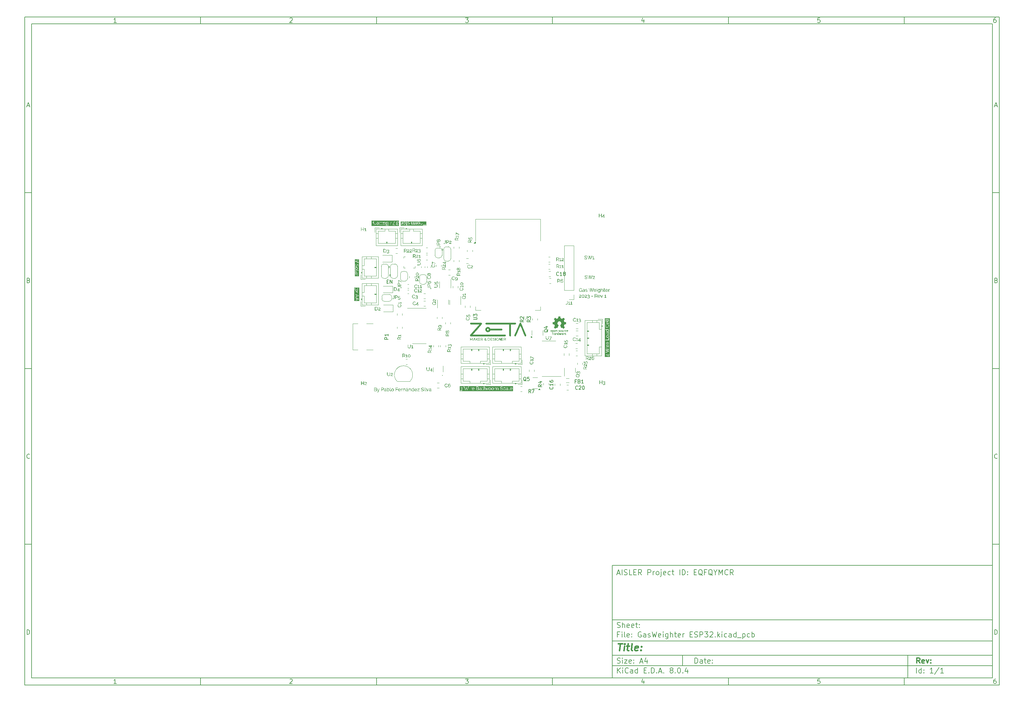
<source format=gbr>
%TF.GenerationSoftware,KiCad,Pcbnew,8.0.4*%
%TF.CreationDate,2024-08-29T22:36:47+02:00*%
%TF.ProjectId,GasWeighter ESP32,47617357-6569-4676-9874-657220455350,rev?*%
%TF.SameCoordinates,Original*%
%TF.FileFunction,Legend,Top*%
%TF.FilePolarity,Positive*%
%FSLAX46Y46*%
G04 Gerber Fmt 4.6, Leading zero omitted, Abs format (unit mm)*
G04 Created by KiCad (PCBNEW 8.0.4) date 2024-08-29 22:36:47*
%MOMM*%
%LPD*%
G01*
G04 APERTURE LIST*
%ADD10C,0.100000*%
%ADD11C,0.150000*%
%ADD12C,0.300000*%
%ADD13C,0.400000*%
%ADD14C,0.120000*%
%ADD15C,0.000000*%
G04 APERTURE END LIST*
D10*
D11*
X177002200Y-166007200D02*
X285002200Y-166007200D01*
X285002200Y-198007200D01*
X177002200Y-198007200D01*
X177002200Y-166007200D01*
D10*
D11*
X10000000Y-10000000D02*
X287002200Y-10000000D01*
X287002200Y-200007200D01*
X10000000Y-200007200D01*
X10000000Y-10000000D01*
D10*
D11*
X12000000Y-12000000D02*
X285002200Y-12000000D01*
X285002200Y-198007200D01*
X12000000Y-198007200D01*
X12000000Y-12000000D01*
D10*
D11*
X60000000Y-12000000D02*
X60000000Y-10000000D01*
D10*
D11*
X110000000Y-12000000D02*
X110000000Y-10000000D01*
D10*
D11*
X160000000Y-12000000D02*
X160000000Y-10000000D01*
D10*
D11*
X210000000Y-12000000D02*
X210000000Y-10000000D01*
D10*
D11*
X260000000Y-12000000D02*
X260000000Y-10000000D01*
D10*
D11*
X36089160Y-11593604D02*
X35346303Y-11593604D01*
X35717731Y-11593604D02*
X35717731Y-10293604D01*
X35717731Y-10293604D02*
X35593922Y-10479319D01*
X35593922Y-10479319D02*
X35470112Y-10603128D01*
X35470112Y-10603128D02*
X35346303Y-10665033D01*
D10*
D11*
X85346303Y-10417414D02*
X85408207Y-10355509D01*
X85408207Y-10355509D02*
X85532017Y-10293604D01*
X85532017Y-10293604D02*
X85841541Y-10293604D01*
X85841541Y-10293604D02*
X85965350Y-10355509D01*
X85965350Y-10355509D02*
X86027255Y-10417414D01*
X86027255Y-10417414D02*
X86089160Y-10541223D01*
X86089160Y-10541223D02*
X86089160Y-10665033D01*
X86089160Y-10665033D02*
X86027255Y-10850747D01*
X86027255Y-10850747D02*
X85284398Y-11593604D01*
X85284398Y-11593604D02*
X86089160Y-11593604D01*
D10*
D11*
X135284398Y-10293604D02*
X136089160Y-10293604D01*
X136089160Y-10293604D02*
X135655826Y-10788842D01*
X135655826Y-10788842D02*
X135841541Y-10788842D01*
X135841541Y-10788842D02*
X135965350Y-10850747D01*
X135965350Y-10850747D02*
X136027255Y-10912652D01*
X136027255Y-10912652D02*
X136089160Y-11036461D01*
X136089160Y-11036461D02*
X136089160Y-11345985D01*
X136089160Y-11345985D02*
X136027255Y-11469795D01*
X136027255Y-11469795D02*
X135965350Y-11531700D01*
X135965350Y-11531700D02*
X135841541Y-11593604D01*
X135841541Y-11593604D02*
X135470112Y-11593604D01*
X135470112Y-11593604D02*
X135346303Y-11531700D01*
X135346303Y-11531700D02*
X135284398Y-11469795D01*
D10*
D11*
X185965350Y-10726938D02*
X185965350Y-11593604D01*
X185655826Y-10231700D02*
X185346303Y-11160271D01*
X185346303Y-11160271D02*
X186151064Y-11160271D01*
D10*
D11*
X236027255Y-10293604D02*
X235408207Y-10293604D01*
X235408207Y-10293604D02*
X235346303Y-10912652D01*
X235346303Y-10912652D02*
X235408207Y-10850747D01*
X235408207Y-10850747D02*
X235532017Y-10788842D01*
X235532017Y-10788842D02*
X235841541Y-10788842D01*
X235841541Y-10788842D02*
X235965350Y-10850747D01*
X235965350Y-10850747D02*
X236027255Y-10912652D01*
X236027255Y-10912652D02*
X236089160Y-11036461D01*
X236089160Y-11036461D02*
X236089160Y-11345985D01*
X236089160Y-11345985D02*
X236027255Y-11469795D01*
X236027255Y-11469795D02*
X235965350Y-11531700D01*
X235965350Y-11531700D02*
X235841541Y-11593604D01*
X235841541Y-11593604D02*
X235532017Y-11593604D01*
X235532017Y-11593604D02*
X235408207Y-11531700D01*
X235408207Y-11531700D02*
X235346303Y-11469795D01*
D10*
D11*
X285965350Y-10293604D02*
X285717731Y-10293604D01*
X285717731Y-10293604D02*
X285593922Y-10355509D01*
X285593922Y-10355509D02*
X285532017Y-10417414D01*
X285532017Y-10417414D02*
X285408207Y-10603128D01*
X285408207Y-10603128D02*
X285346303Y-10850747D01*
X285346303Y-10850747D02*
X285346303Y-11345985D01*
X285346303Y-11345985D02*
X285408207Y-11469795D01*
X285408207Y-11469795D02*
X285470112Y-11531700D01*
X285470112Y-11531700D02*
X285593922Y-11593604D01*
X285593922Y-11593604D02*
X285841541Y-11593604D01*
X285841541Y-11593604D02*
X285965350Y-11531700D01*
X285965350Y-11531700D02*
X286027255Y-11469795D01*
X286027255Y-11469795D02*
X286089160Y-11345985D01*
X286089160Y-11345985D02*
X286089160Y-11036461D01*
X286089160Y-11036461D02*
X286027255Y-10912652D01*
X286027255Y-10912652D02*
X285965350Y-10850747D01*
X285965350Y-10850747D02*
X285841541Y-10788842D01*
X285841541Y-10788842D02*
X285593922Y-10788842D01*
X285593922Y-10788842D02*
X285470112Y-10850747D01*
X285470112Y-10850747D02*
X285408207Y-10912652D01*
X285408207Y-10912652D02*
X285346303Y-11036461D01*
D10*
D11*
X60000000Y-198007200D02*
X60000000Y-200007200D01*
D10*
D11*
X110000000Y-198007200D02*
X110000000Y-200007200D01*
D10*
D11*
X160000000Y-198007200D02*
X160000000Y-200007200D01*
D10*
D11*
X210000000Y-198007200D02*
X210000000Y-200007200D01*
D10*
D11*
X260000000Y-198007200D02*
X260000000Y-200007200D01*
D10*
D11*
X36089160Y-199600804D02*
X35346303Y-199600804D01*
X35717731Y-199600804D02*
X35717731Y-198300804D01*
X35717731Y-198300804D02*
X35593922Y-198486519D01*
X35593922Y-198486519D02*
X35470112Y-198610328D01*
X35470112Y-198610328D02*
X35346303Y-198672233D01*
D10*
D11*
X85346303Y-198424614D02*
X85408207Y-198362709D01*
X85408207Y-198362709D02*
X85532017Y-198300804D01*
X85532017Y-198300804D02*
X85841541Y-198300804D01*
X85841541Y-198300804D02*
X85965350Y-198362709D01*
X85965350Y-198362709D02*
X86027255Y-198424614D01*
X86027255Y-198424614D02*
X86089160Y-198548423D01*
X86089160Y-198548423D02*
X86089160Y-198672233D01*
X86089160Y-198672233D02*
X86027255Y-198857947D01*
X86027255Y-198857947D02*
X85284398Y-199600804D01*
X85284398Y-199600804D02*
X86089160Y-199600804D01*
D10*
D11*
X135284398Y-198300804D02*
X136089160Y-198300804D01*
X136089160Y-198300804D02*
X135655826Y-198796042D01*
X135655826Y-198796042D02*
X135841541Y-198796042D01*
X135841541Y-198796042D02*
X135965350Y-198857947D01*
X135965350Y-198857947D02*
X136027255Y-198919852D01*
X136027255Y-198919852D02*
X136089160Y-199043661D01*
X136089160Y-199043661D02*
X136089160Y-199353185D01*
X136089160Y-199353185D02*
X136027255Y-199476995D01*
X136027255Y-199476995D02*
X135965350Y-199538900D01*
X135965350Y-199538900D02*
X135841541Y-199600804D01*
X135841541Y-199600804D02*
X135470112Y-199600804D01*
X135470112Y-199600804D02*
X135346303Y-199538900D01*
X135346303Y-199538900D02*
X135284398Y-199476995D01*
D10*
D11*
X185965350Y-198734138D02*
X185965350Y-199600804D01*
X185655826Y-198238900D02*
X185346303Y-199167471D01*
X185346303Y-199167471D02*
X186151064Y-199167471D01*
D10*
D11*
X236027255Y-198300804D02*
X235408207Y-198300804D01*
X235408207Y-198300804D02*
X235346303Y-198919852D01*
X235346303Y-198919852D02*
X235408207Y-198857947D01*
X235408207Y-198857947D02*
X235532017Y-198796042D01*
X235532017Y-198796042D02*
X235841541Y-198796042D01*
X235841541Y-198796042D02*
X235965350Y-198857947D01*
X235965350Y-198857947D02*
X236027255Y-198919852D01*
X236027255Y-198919852D02*
X236089160Y-199043661D01*
X236089160Y-199043661D02*
X236089160Y-199353185D01*
X236089160Y-199353185D02*
X236027255Y-199476995D01*
X236027255Y-199476995D02*
X235965350Y-199538900D01*
X235965350Y-199538900D02*
X235841541Y-199600804D01*
X235841541Y-199600804D02*
X235532017Y-199600804D01*
X235532017Y-199600804D02*
X235408207Y-199538900D01*
X235408207Y-199538900D02*
X235346303Y-199476995D01*
D10*
D11*
X285965350Y-198300804D02*
X285717731Y-198300804D01*
X285717731Y-198300804D02*
X285593922Y-198362709D01*
X285593922Y-198362709D02*
X285532017Y-198424614D01*
X285532017Y-198424614D02*
X285408207Y-198610328D01*
X285408207Y-198610328D02*
X285346303Y-198857947D01*
X285346303Y-198857947D02*
X285346303Y-199353185D01*
X285346303Y-199353185D02*
X285408207Y-199476995D01*
X285408207Y-199476995D02*
X285470112Y-199538900D01*
X285470112Y-199538900D02*
X285593922Y-199600804D01*
X285593922Y-199600804D02*
X285841541Y-199600804D01*
X285841541Y-199600804D02*
X285965350Y-199538900D01*
X285965350Y-199538900D02*
X286027255Y-199476995D01*
X286027255Y-199476995D02*
X286089160Y-199353185D01*
X286089160Y-199353185D02*
X286089160Y-199043661D01*
X286089160Y-199043661D02*
X286027255Y-198919852D01*
X286027255Y-198919852D02*
X285965350Y-198857947D01*
X285965350Y-198857947D02*
X285841541Y-198796042D01*
X285841541Y-198796042D02*
X285593922Y-198796042D01*
X285593922Y-198796042D02*
X285470112Y-198857947D01*
X285470112Y-198857947D02*
X285408207Y-198919852D01*
X285408207Y-198919852D02*
X285346303Y-199043661D01*
D10*
D11*
X10000000Y-60000000D02*
X12000000Y-60000000D01*
D10*
D11*
X10000000Y-110000000D02*
X12000000Y-110000000D01*
D10*
D11*
X10000000Y-160000000D02*
X12000000Y-160000000D01*
D10*
D11*
X10690476Y-35222176D02*
X11309523Y-35222176D01*
X10566666Y-35593604D02*
X10999999Y-34293604D01*
X10999999Y-34293604D02*
X11433333Y-35593604D01*
D10*
D11*
X11092857Y-84912652D02*
X11278571Y-84974557D01*
X11278571Y-84974557D02*
X11340476Y-85036461D01*
X11340476Y-85036461D02*
X11402380Y-85160271D01*
X11402380Y-85160271D02*
X11402380Y-85345985D01*
X11402380Y-85345985D02*
X11340476Y-85469795D01*
X11340476Y-85469795D02*
X11278571Y-85531700D01*
X11278571Y-85531700D02*
X11154761Y-85593604D01*
X11154761Y-85593604D02*
X10659523Y-85593604D01*
X10659523Y-85593604D02*
X10659523Y-84293604D01*
X10659523Y-84293604D02*
X11092857Y-84293604D01*
X11092857Y-84293604D02*
X11216666Y-84355509D01*
X11216666Y-84355509D02*
X11278571Y-84417414D01*
X11278571Y-84417414D02*
X11340476Y-84541223D01*
X11340476Y-84541223D02*
X11340476Y-84665033D01*
X11340476Y-84665033D02*
X11278571Y-84788842D01*
X11278571Y-84788842D02*
X11216666Y-84850747D01*
X11216666Y-84850747D02*
X11092857Y-84912652D01*
X11092857Y-84912652D02*
X10659523Y-84912652D01*
D10*
D11*
X11402380Y-135469795D02*
X11340476Y-135531700D01*
X11340476Y-135531700D02*
X11154761Y-135593604D01*
X11154761Y-135593604D02*
X11030952Y-135593604D01*
X11030952Y-135593604D02*
X10845238Y-135531700D01*
X10845238Y-135531700D02*
X10721428Y-135407890D01*
X10721428Y-135407890D02*
X10659523Y-135284080D01*
X10659523Y-135284080D02*
X10597619Y-135036461D01*
X10597619Y-135036461D02*
X10597619Y-134850747D01*
X10597619Y-134850747D02*
X10659523Y-134603128D01*
X10659523Y-134603128D02*
X10721428Y-134479319D01*
X10721428Y-134479319D02*
X10845238Y-134355509D01*
X10845238Y-134355509D02*
X11030952Y-134293604D01*
X11030952Y-134293604D02*
X11154761Y-134293604D01*
X11154761Y-134293604D02*
X11340476Y-134355509D01*
X11340476Y-134355509D02*
X11402380Y-134417414D01*
D10*
D11*
X10659523Y-185593604D02*
X10659523Y-184293604D01*
X10659523Y-184293604D02*
X10969047Y-184293604D01*
X10969047Y-184293604D02*
X11154761Y-184355509D01*
X11154761Y-184355509D02*
X11278571Y-184479319D01*
X11278571Y-184479319D02*
X11340476Y-184603128D01*
X11340476Y-184603128D02*
X11402380Y-184850747D01*
X11402380Y-184850747D02*
X11402380Y-185036461D01*
X11402380Y-185036461D02*
X11340476Y-185284080D01*
X11340476Y-185284080D02*
X11278571Y-185407890D01*
X11278571Y-185407890D02*
X11154761Y-185531700D01*
X11154761Y-185531700D02*
X10969047Y-185593604D01*
X10969047Y-185593604D02*
X10659523Y-185593604D01*
D10*
D11*
X287002200Y-60000000D02*
X285002200Y-60000000D01*
D10*
D11*
X287002200Y-110000000D02*
X285002200Y-110000000D01*
D10*
D11*
X287002200Y-160000000D02*
X285002200Y-160000000D01*
D10*
D11*
X285692676Y-35222176D02*
X286311723Y-35222176D01*
X285568866Y-35593604D02*
X286002199Y-34293604D01*
X286002199Y-34293604D02*
X286435533Y-35593604D01*
D10*
D11*
X286095057Y-84912652D02*
X286280771Y-84974557D01*
X286280771Y-84974557D02*
X286342676Y-85036461D01*
X286342676Y-85036461D02*
X286404580Y-85160271D01*
X286404580Y-85160271D02*
X286404580Y-85345985D01*
X286404580Y-85345985D02*
X286342676Y-85469795D01*
X286342676Y-85469795D02*
X286280771Y-85531700D01*
X286280771Y-85531700D02*
X286156961Y-85593604D01*
X286156961Y-85593604D02*
X285661723Y-85593604D01*
X285661723Y-85593604D02*
X285661723Y-84293604D01*
X285661723Y-84293604D02*
X286095057Y-84293604D01*
X286095057Y-84293604D02*
X286218866Y-84355509D01*
X286218866Y-84355509D02*
X286280771Y-84417414D01*
X286280771Y-84417414D02*
X286342676Y-84541223D01*
X286342676Y-84541223D02*
X286342676Y-84665033D01*
X286342676Y-84665033D02*
X286280771Y-84788842D01*
X286280771Y-84788842D02*
X286218866Y-84850747D01*
X286218866Y-84850747D02*
X286095057Y-84912652D01*
X286095057Y-84912652D02*
X285661723Y-84912652D01*
D10*
D11*
X286404580Y-135469795D02*
X286342676Y-135531700D01*
X286342676Y-135531700D02*
X286156961Y-135593604D01*
X286156961Y-135593604D02*
X286033152Y-135593604D01*
X286033152Y-135593604D02*
X285847438Y-135531700D01*
X285847438Y-135531700D02*
X285723628Y-135407890D01*
X285723628Y-135407890D02*
X285661723Y-135284080D01*
X285661723Y-135284080D02*
X285599819Y-135036461D01*
X285599819Y-135036461D02*
X285599819Y-134850747D01*
X285599819Y-134850747D02*
X285661723Y-134603128D01*
X285661723Y-134603128D02*
X285723628Y-134479319D01*
X285723628Y-134479319D02*
X285847438Y-134355509D01*
X285847438Y-134355509D02*
X286033152Y-134293604D01*
X286033152Y-134293604D02*
X286156961Y-134293604D01*
X286156961Y-134293604D02*
X286342676Y-134355509D01*
X286342676Y-134355509D02*
X286404580Y-134417414D01*
D10*
D11*
X285661723Y-185593604D02*
X285661723Y-184293604D01*
X285661723Y-184293604D02*
X285971247Y-184293604D01*
X285971247Y-184293604D02*
X286156961Y-184355509D01*
X286156961Y-184355509D02*
X286280771Y-184479319D01*
X286280771Y-184479319D02*
X286342676Y-184603128D01*
X286342676Y-184603128D02*
X286404580Y-184850747D01*
X286404580Y-184850747D02*
X286404580Y-185036461D01*
X286404580Y-185036461D02*
X286342676Y-185284080D01*
X286342676Y-185284080D02*
X286280771Y-185407890D01*
X286280771Y-185407890D02*
X286156961Y-185531700D01*
X286156961Y-185531700D02*
X285971247Y-185593604D01*
X285971247Y-185593604D02*
X285661723Y-185593604D01*
D10*
D11*
X200458026Y-193793328D02*
X200458026Y-192293328D01*
X200458026Y-192293328D02*
X200815169Y-192293328D01*
X200815169Y-192293328D02*
X201029455Y-192364757D01*
X201029455Y-192364757D02*
X201172312Y-192507614D01*
X201172312Y-192507614D02*
X201243741Y-192650471D01*
X201243741Y-192650471D02*
X201315169Y-192936185D01*
X201315169Y-192936185D02*
X201315169Y-193150471D01*
X201315169Y-193150471D02*
X201243741Y-193436185D01*
X201243741Y-193436185D02*
X201172312Y-193579042D01*
X201172312Y-193579042D02*
X201029455Y-193721900D01*
X201029455Y-193721900D02*
X200815169Y-193793328D01*
X200815169Y-193793328D02*
X200458026Y-193793328D01*
X202600884Y-193793328D02*
X202600884Y-193007614D01*
X202600884Y-193007614D02*
X202529455Y-192864757D01*
X202529455Y-192864757D02*
X202386598Y-192793328D01*
X202386598Y-192793328D02*
X202100884Y-192793328D01*
X202100884Y-192793328D02*
X201958026Y-192864757D01*
X202600884Y-193721900D02*
X202458026Y-193793328D01*
X202458026Y-193793328D02*
X202100884Y-193793328D01*
X202100884Y-193793328D02*
X201958026Y-193721900D01*
X201958026Y-193721900D02*
X201886598Y-193579042D01*
X201886598Y-193579042D02*
X201886598Y-193436185D01*
X201886598Y-193436185D02*
X201958026Y-193293328D01*
X201958026Y-193293328D02*
X202100884Y-193221900D01*
X202100884Y-193221900D02*
X202458026Y-193221900D01*
X202458026Y-193221900D02*
X202600884Y-193150471D01*
X203100884Y-192793328D02*
X203672312Y-192793328D01*
X203315169Y-192293328D02*
X203315169Y-193579042D01*
X203315169Y-193579042D02*
X203386598Y-193721900D01*
X203386598Y-193721900D02*
X203529455Y-193793328D01*
X203529455Y-193793328D02*
X203672312Y-193793328D01*
X204743741Y-193721900D02*
X204600884Y-193793328D01*
X204600884Y-193793328D02*
X204315170Y-193793328D01*
X204315170Y-193793328D02*
X204172312Y-193721900D01*
X204172312Y-193721900D02*
X204100884Y-193579042D01*
X204100884Y-193579042D02*
X204100884Y-193007614D01*
X204100884Y-193007614D02*
X204172312Y-192864757D01*
X204172312Y-192864757D02*
X204315170Y-192793328D01*
X204315170Y-192793328D02*
X204600884Y-192793328D01*
X204600884Y-192793328D02*
X204743741Y-192864757D01*
X204743741Y-192864757D02*
X204815170Y-193007614D01*
X204815170Y-193007614D02*
X204815170Y-193150471D01*
X204815170Y-193150471D02*
X204100884Y-193293328D01*
X205458026Y-193650471D02*
X205529455Y-193721900D01*
X205529455Y-193721900D02*
X205458026Y-193793328D01*
X205458026Y-193793328D02*
X205386598Y-193721900D01*
X205386598Y-193721900D02*
X205458026Y-193650471D01*
X205458026Y-193650471D02*
X205458026Y-193793328D01*
X205458026Y-192864757D02*
X205529455Y-192936185D01*
X205529455Y-192936185D02*
X205458026Y-193007614D01*
X205458026Y-193007614D02*
X205386598Y-192936185D01*
X205386598Y-192936185D02*
X205458026Y-192864757D01*
X205458026Y-192864757D02*
X205458026Y-193007614D01*
D10*
D11*
X177002200Y-194507200D02*
X285002200Y-194507200D01*
D10*
D11*
X178458026Y-196593328D02*
X178458026Y-195093328D01*
X179315169Y-196593328D02*
X178672312Y-195736185D01*
X179315169Y-195093328D02*
X178458026Y-195950471D01*
X179958026Y-196593328D02*
X179958026Y-195593328D01*
X179958026Y-195093328D02*
X179886598Y-195164757D01*
X179886598Y-195164757D02*
X179958026Y-195236185D01*
X179958026Y-195236185D02*
X180029455Y-195164757D01*
X180029455Y-195164757D02*
X179958026Y-195093328D01*
X179958026Y-195093328D02*
X179958026Y-195236185D01*
X181529455Y-196450471D02*
X181458027Y-196521900D01*
X181458027Y-196521900D02*
X181243741Y-196593328D01*
X181243741Y-196593328D02*
X181100884Y-196593328D01*
X181100884Y-196593328D02*
X180886598Y-196521900D01*
X180886598Y-196521900D02*
X180743741Y-196379042D01*
X180743741Y-196379042D02*
X180672312Y-196236185D01*
X180672312Y-196236185D02*
X180600884Y-195950471D01*
X180600884Y-195950471D02*
X180600884Y-195736185D01*
X180600884Y-195736185D02*
X180672312Y-195450471D01*
X180672312Y-195450471D02*
X180743741Y-195307614D01*
X180743741Y-195307614D02*
X180886598Y-195164757D01*
X180886598Y-195164757D02*
X181100884Y-195093328D01*
X181100884Y-195093328D02*
X181243741Y-195093328D01*
X181243741Y-195093328D02*
X181458027Y-195164757D01*
X181458027Y-195164757D02*
X181529455Y-195236185D01*
X182815170Y-196593328D02*
X182815170Y-195807614D01*
X182815170Y-195807614D02*
X182743741Y-195664757D01*
X182743741Y-195664757D02*
X182600884Y-195593328D01*
X182600884Y-195593328D02*
X182315170Y-195593328D01*
X182315170Y-195593328D02*
X182172312Y-195664757D01*
X182815170Y-196521900D02*
X182672312Y-196593328D01*
X182672312Y-196593328D02*
X182315170Y-196593328D01*
X182315170Y-196593328D02*
X182172312Y-196521900D01*
X182172312Y-196521900D02*
X182100884Y-196379042D01*
X182100884Y-196379042D02*
X182100884Y-196236185D01*
X182100884Y-196236185D02*
X182172312Y-196093328D01*
X182172312Y-196093328D02*
X182315170Y-196021900D01*
X182315170Y-196021900D02*
X182672312Y-196021900D01*
X182672312Y-196021900D02*
X182815170Y-195950471D01*
X184172313Y-196593328D02*
X184172313Y-195093328D01*
X184172313Y-196521900D02*
X184029455Y-196593328D01*
X184029455Y-196593328D02*
X183743741Y-196593328D01*
X183743741Y-196593328D02*
X183600884Y-196521900D01*
X183600884Y-196521900D02*
X183529455Y-196450471D01*
X183529455Y-196450471D02*
X183458027Y-196307614D01*
X183458027Y-196307614D02*
X183458027Y-195879042D01*
X183458027Y-195879042D02*
X183529455Y-195736185D01*
X183529455Y-195736185D02*
X183600884Y-195664757D01*
X183600884Y-195664757D02*
X183743741Y-195593328D01*
X183743741Y-195593328D02*
X184029455Y-195593328D01*
X184029455Y-195593328D02*
X184172313Y-195664757D01*
X186029455Y-195807614D02*
X186529455Y-195807614D01*
X186743741Y-196593328D02*
X186029455Y-196593328D01*
X186029455Y-196593328D02*
X186029455Y-195093328D01*
X186029455Y-195093328D02*
X186743741Y-195093328D01*
X187386598Y-196450471D02*
X187458027Y-196521900D01*
X187458027Y-196521900D02*
X187386598Y-196593328D01*
X187386598Y-196593328D02*
X187315170Y-196521900D01*
X187315170Y-196521900D02*
X187386598Y-196450471D01*
X187386598Y-196450471D02*
X187386598Y-196593328D01*
X188100884Y-196593328D02*
X188100884Y-195093328D01*
X188100884Y-195093328D02*
X188458027Y-195093328D01*
X188458027Y-195093328D02*
X188672313Y-195164757D01*
X188672313Y-195164757D02*
X188815170Y-195307614D01*
X188815170Y-195307614D02*
X188886599Y-195450471D01*
X188886599Y-195450471D02*
X188958027Y-195736185D01*
X188958027Y-195736185D02*
X188958027Y-195950471D01*
X188958027Y-195950471D02*
X188886599Y-196236185D01*
X188886599Y-196236185D02*
X188815170Y-196379042D01*
X188815170Y-196379042D02*
X188672313Y-196521900D01*
X188672313Y-196521900D02*
X188458027Y-196593328D01*
X188458027Y-196593328D02*
X188100884Y-196593328D01*
X189600884Y-196450471D02*
X189672313Y-196521900D01*
X189672313Y-196521900D02*
X189600884Y-196593328D01*
X189600884Y-196593328D02*
X189529456Y-196521900D01*
X189529456Y-196521900D02*
X189600884Y-196450471D01*
X189600884Y-196450471D02*
X189600884Y-196593328D01*
X190243742Y-196164757D02*
X190958028Y-196164757D01*
X190100885Y-196593328D02*
X190600885Y-195093328D01*
X190600885Y-195093328D02*
X191100885Y-196593328D01*
X191600884Y-196450471D02*
X191672313Y-196521900D01*
X191672313Y-196521900D02*
X191600884Y-196593328D01*
X191600884Y-196593328D02*
X191529456Y-196521900D01*
X191529456Y-196521900D02*
X191600884Y-196450471D01*
X191600884Y-196450471D02*
X191600884Y-196593328D01*
X193672313Y-195736185D02*
X193529456Y-195664757D01*
X193529456Y-195664757D02*
X193458027Y-195593328D01*
X193458027Y-195593328D02*
X193386599Y-195450471D01*
X193386599Y-195450471D02*
X193386599Y-195379042D01*
X193386599Y-195379042D02*
X193458027Y-195236185D01*
X193458027Y-195236185D02*
X193529456Y-195164757D01*
X193529456Y-195164757D02*
X193672313Y-195093328D01*
X193672313Y-195093328D02*
X193958027Y-195093328D01*
X193958027Y-195093328D02*
X194100885Y-195164757D01*
X194100885Y-195164757D02*
X194172313Y-195236185D01*
X194172313Y-195236185D02*
X194243742Y-195379042D01*
X194243742Y-195379042D02*
X194243742Y-195450471D01*
X194243742Y-195450471D02*
X194172313Y-195593328D01*
X194172313Y-195593328D02*
X194100885Y-195664757D01*
X194100885Y-195664757D02*
X193958027Y-195736185D01*
X193958027Y-195736185D02*
X193672313Y-195736185D01*
X193672313Y-195736185D02*
X193529456Y-195807614D01*
X193529456Y-195807614D02*
X193458027Y-195879042D01*
X193458027Y-195879042D02*
X193386599Y-196021900D01*
X193386599Y-196021900D02*
X193386599Y-196307614D01*
X193386599Y-196307614D02*
X193458027Y-196450471D01*
X193458027Y-196450471D02*
X193529456Y-196521900D01*
X193529456Y-196521900D02*
X193672313Y-196593328D01*
X193672313Y-196593328D02*
X193958027Y-196593328D01*
X193958027Y-196593328D02*
X194100885Y-196521900D01*
X194100885Y-196521900D02*
X194172313Y-196450471D01*
X194172313Y-196450471D02*
X194243742Y-196307614D01*
X194243742Y-196307614D02*
X194243742Y-196021900D01*
X194243742Y-196021900D02*
X194172313Y-195879042D01*
X194172313Y-195879042D02*
X194100885Y-195807614D01*
X194100885Y-195807614D02*
X193958027Y-195736185D01*
X194886598Y-196450471D02*
X194958027Y-196521900D01*
X194958027Y-196521900D02*
X194886598Y-196593328D01*
X194886598Y-196593328D02*
X194815170Y-196521900D01*
X194815170Y-196521900D02*
X194886598Y-196450471D01*
X194886598Y-196450471D02*
X194886598Y-196593328D01*
X195886599Y-195093328D02*
X196029456Y-195093328D01*
X196029456Y-195093328D02*
X196172313Y-195164757D01*
X196172313Y-195164757D02*
X196243742Y-195236185D01*
X196243742Y-195236185D02*
X196315170Y-195379042D01*
X196315170Y-195379042D02*
X196386599Y-195664757D01*
X196386599Y-195664757D02*
X196386599Y-196021900D01*
X196386599Y-196021900D02*
X196315170Y-196307614D01*
X196315170Y-196307614D02*
X196243742Y-196450471D01*
X196243742Y-196450471D02*
X196172313Y-196521900D01*
X196172313Y-196521900D02*
X196029456Y-196593328D01*
X196029456Y-196593328D02*
X195886599Y-196593328D01*
X195886599Y-196593328D02*
X195743742Y-196521900D01*
X195743742Y-196521900D02*
X195672313Y-196450471D01*
X195672313Y-196450471D02*
X195600884Y-196307614D01*
X195600884Y-196307614D02*
X195529456Y-196021900D01*
X195529456Y-196021900D02*
X195529456Y-195664757D01*
X195529456Y-195664757D02*
X195600884Y-195379042D01*
X195600884Y-195379042D02*
X195672313Y-195236185D01*
X195672313Y-195236185D02*
X195743742Y-195164757D01*
X195743742Y-195164757D02*
X195886599Y-195093328D01*
X197029455Y-196450471D02*
X197100884Y-196521900D01*
X197100884Y-196521900D02*
X197029455Y-196593328D01*
X197029455Y-196593328D02*
X196958027Y-196521900D01*
X196958027Y-196521900D02*
X197029455Y-196450471D01*
X197029455Y-196450471D02*
X197029455Y-196593328D01*
X198386599Y-195593328D02*
X198386599Y-196593328D01*
X198029456Y-195021900D02*
X197672313Y-196093328D01*
X197672313Y-196093328D02*
X198600884Y-196093328D01*
D10*
D11*
X177002200Y-191507200D02*
X285002200Y-191507200D01*
D10*
D12*
X264413853Y-193785528D02*
X263913853Y-193071242D01*
X263556710Y-193785528D02*
X263556710Y-192285528D01*
X263556710Y-192285528D02*
X264128139Y-192285528D01*
X264128139Y-192285528D02*
X264270996Y-192356957D01*
X264270996Y-192356957D02*
X264342425Y-192428385D01*
X264342425Y-192428385D02*
X264413853Y-192571242D01*
X264413853Y-192571242D02*
X264413853Y-192785528D01*
X264413853Y-192785528D02*
X264342425Y-192928385D01*
X264342425Y-192928385D02*
X264270996Y-192999814D01*
X264270996Y-192999814D02*
X264128139Y-193071242D01*
X264128139Y-193071242D02*
X263556710Y-193071242D01*
X265628139Y-193714100D02*
X265485282Y-193785528D01*
X265485282Y-193785528D02*
X265199568Y-193785528D01*
X265199568Y-193785528D02*
X265056710Y-193714100D01*
X265056710Y-193714100D02*
X264985282Y-193571242D01*
X264985282Y-193571242D02*
X264985282Y-192999814D01*
X264985282Y-192999814D02*
X265056710Y-192856957D01*
X265056710Y-192856957D02*
X265199568Y-192785528D01*
X265199568Y-192785528D02*
X265485282Y-192785528D01*
X265485282Y-192785528D02*
X265628139Y-192856957D01*
X265628139Y-192856957D02*
X265699568Y-192999814D01*
X265699568Y-192999814D02*
X265699568Y-193142671D01*
X265699568Y-193142671D02*
X264985282Y-193285528D01*
X266199567Y-192785528D02*
X266556710Y-193785528D01*
X266556710Y-193785528D02*
X266913853Y-192785528D01*
X267485281Y-193642671D02*
X267556710Y-193714100D01*
X267556710Y-193714100D02*
X267485281Y-193785528D01*
X267485281Y-193785528D02*
X267413853Y-193714100D01*
X267413853Y-193714100D02*
X267485281Y-193642671D01*
X267485281Y-193642671D02*
X267485281Y-193785528D01*
X267485281Y-192856957D02*
X267556710Y-192928385D01*
X267556710Y-192928385D02*
X267485281Y-192999814D01*
X267485281Y-192999814D02*
X267413853Y-192928385D01*
X267413853Y-192928385D02*
X267485281Y-192856957D01*
X267485281Y-192856957D02*
X267485281Y-192999814D01*
D10*
D11*
X178386598Y-193721900D02*
X178600884Y-193793328D01*
X178600884Y-193793328D02*
X178958026Y-193793328D01*
X178958026Y-193793328D02*
X179100884Y-193721900D01*
X179100884Y-193721900D02*
X179172312Y-193650471D01*
X179172312Y-193650471D02*
X179243741Y-193507614D01*
X179243741Y-193507614D02*
X179243741Y-193364757D01*
X179243741Y-193364757D02*
X179172312Y-193221900D01*
X179172312Y-193221900D02*
X179100884Y-193150471D01*
X179100884Y-193150471D02*
X178958026Y-193079042D01*
X178958026Y-193079042D02*
X178672312Y-193007614D01*
X178672312Y-193007614D02*
X178529455Y-192936185D01*
X178529455Y-192936185D02*
X178458026Y-192864757D01*
X178458026Y-192864757D02*
X178386598Y-192721900D01*
X178386598Y-192721900D02*
X178386598Y-192579042D01*
X178386598Y-192579042D02*
X178458026Y-192436185D01*
X178458026Y-192436185D02*
X178529455Y-192364757D01*
X178529455Y-192364757D02*
X178672312Y-192293328D01*
X178672312Y-192293328D02*
X179029455Y-192293328D01*
X179029455Y-192293328D02*
X179243741Y-192364757D01*
X179886597Y-193793328D02*
X179886597Y-192793328D01*
X179886597Y-192293328D02*
X179815169Y-192364757D01*
X179815169Y-192364757D02*
X179886597Y-192436185D01*
X179886597Y-192436185D02*
X179958026Y-192364757D01*
X179958026Y-192364757D02*
X179886597Y-192293328D01*
X179886597Y-192293328D02*
X179886597Y-192436185D01*
X180458026Y-192793328D02*
X181243741Y-192793328D01*
X181243741Y-192793328D02*
X180458026Y-193793328D01*
X180458026Y-193793328D02*
X181243741Y-193793328D01*
X182386598Y-193721900D02*
X182243741Y-193793328D01*
X182243741Y-193793328D02*
X181958027Y-193793328D01*
X181958027Y-193793328D02*
X181815169Y-193721900D01*
X181815169Y-193721900D02*
X181743741Y-193579042D01*
X181743741Y-193579042D02*
X181743741Y-193007614D01*
X181743741Y-193007614D02*
X181815169Y-192864757D01*
X181815169Y-192864757D02*
X181958027Y-192793328D01*
X181958027Y-192793328D02*
X182243741Y-192793328D01*
X182243741Y-192793328D02*
X182386598Y-192864757D01*
X182386598Y-192864757D02*
X182458027Y-193007614D01*
X182458027Y-193007614D02*
X182458027Y-193150471D01*
X182458027Y-193150471D02*
X181743741Y-193293328D01*
X183100883Y-193650471D02*
X183172312Y-193721900D01*
X183172312Y-193721900D02*
X183100883Y-193793328D01*
X183100883Y-193793328D02*
X183029455Y-193721900D01*
X183029455Y-193721900D02*
X183100883Y-193650471D01*
X183100883Y-193650471D02*
X183100883Y-193793328D01*
X183100883Y-192864757D02*
X183172312Y-192936185D01*
X183172312Y-192936185D02*
X183100883Y-193007614D01*
X183100883Y-193007614D02*
X183029455Y-192936185D01*
X183029455Y-192936185D02*
X183100883Y-192864757D01*
X183100883Y-192864757D02*
X183100883Y-193007614D01*
X184886598Y-193364757D02*
X185600884Y-193364757D01*
X184743741Y-193793328D02*
X185243741Y-192293328D01*
X185243741Y-192293328D02*
X185743741Y-193793328D01*
X186886598Y-192793328D02*
X186886598Y-193793328D01*
X186529455Y-192221900D02*
X186172312Y-193293328D01*
X186172312Y-193293328D02*
X187100883Y-193293328D01*
D10*
D11*
X263458026Y-196593328D02*
X263458026Y-195093328D01*
X264815170Y-196593328D02*
X264815170Y-195093328D01*
X264815170Y-196521900D02*
X264672312Y-196593328D01*
X264672312Y-196593328D02*
X264386598Y-196593328D01*
X264386598Y-196593328D02*
X264243741Y-196521900D01*
X264243741Y-196521900D02*
X264172312Y-196450471D01*
X264172312Y-196450471D02*
X264100884Y-196307614D01*
X264100884Y-196307614D02*
X264100884Y-195879042D01*
X264100884Y-195879042D02*
X264172312Y-195736185D01*
X264172312Y-195736185D02*
X264243741Y-195664757D01*
X264243741Y-195664757D02*
X264386598Y-195593328D01*
X264386598Y-195593328D02*
X264672312Y-195593328D01*
X264672312Y-195593328D02*
X264815170Y-195664757D01*
X265529455Y-196450471D02*
X265600884Y-196521900D01*
X265600884Y-196521900D02*
X265529455Y-196593328D01*
X265529455Y-196593328D02*
X265458027Y-196521900D01*
X265458027Y-196521900D02*
X265529455Y-196450471D01*
X265529455Y-196450471D02*
X265529455Y-196593328D01*
X265529455Y-195664757D02*
X265600884Y-195736185D01*
X265600884Y-195736185D02*
X265529455Y-195807614D01*
X265529455Y-195807614D02*
X265458027Y-195736185D01*
X265458027Y-195736185D02*
X265529455Y-195664757D01*
X265529455Y-195664757D02*
X265529455Y-195807614D01*
X268172313Y-196593328D02*
X267315170Y-196593328D01*
X267743741Y-196593328D02*
X267743741Y-195093328D01*
X267743741Y-195093328D02*
X267600884Y-195307614D01*
X267600884Y-195307614D02*
X267458027Y-195450471D01*
X267458027Y-195450471D02*
X267315170Y-195521900D01*
X269886598Y-195021900D02*
X268600884Y-196950471D01*
X271172313Y-196593328D02*
X270315170Y-196593328D01*
X270743741Y-196593328D02*
X270743741Y-195093328D01*
X270743741Y-195093328D02*
X270600884Y-195307614D01*
X270600884Y-195307614D02*
X270458027Y-195450471D01*
X270458027Y-195450471D02*
X270315170Y-195521900D01*
D10*
D11*
X177002200Y-187507200D02*
X285002200Y-187507200D01*
D10*
D13*
X178693928Y-188211638D02*
X179836785Y-188211638D01*
X179015357Y-190211638D02*
X179265357Y-188211638D01*
X180253452Y-190211638D02*
X180420119Y-188878304D01*
X180503452Y-188211638D02*
X180396309Y-188306876D01*
X180396309Y-188306876D02*
X180479643Y-188402114D01*
X180479643Y-188402114D02*
X180586786Y-188306876D01*
X180586786Y-188306876D02*
X180503452Y-188211638D01*
X180503452Y-188211638D02*
X180479643Y-188402114D01*
X181086786Y-188878304D02*
X181848690Y-188878304D01*
X181455833Y-188211638D02*
X181241548Y-189925923D01*
X181241548Y-189925923D02*
X181312976Y-190116400D01*
X181312976Y-190116400D02*
X181491548Y-190211638D01*
X181491548Y-190211638D02*
X181682024Y-190211638D01*
X182634405Y-190211638D02*
X182455833Y-190116400D01*
X182455833Y-190116400D02*
X182384405Y-189925923D01*
X182384405Y-189925923D02*
X182598690Y-188211638D01*
X184170119Y-190116400D02*
X183967738Y-190211638D01*
X183967738Y-190211638D02*
X183586785Y-190211638D01*
X183586785Y-190211638D02*
X183408214Y-190116400D01*
X183408214Y-190116400D02*
X183336785Y-189925923D01*
X183336785Y-189925923D02*
X183432024Y-189164019D01*
X183432024Y-189164019D02*
X183551071Y-188973542D01*
X183551071Y-188973542D02*
X183753452Y-188878304D01*
X183753452Y-188878304D02*
X184134404Y-188878304D01*
X184134404Y-188878304D02*
X184312976Y-188973542D01*
X184312976Y-188973542D02*
X184384404Y-189164019D01*
X184384404Y-189164019D02*
X184360595Y-189354495D01*
X184360595Y-189354495D02*
X183384404Y-189544971D01*
X185134405Y-190021161D02*
X185217738Y-190116400D01*
X185217738Y-190116400D02*
X185110595Y-190211638D01*
X185110595Y-190211638D02*
X185027262Y-190116400D01*
X185027262Y-190116400D02*
X185134405Y-190021161D01*
X185134405Y-190021161D02*
X185110595Y-190211638D01*
X185265357Y-188973542D02*
X185348690Y-189068780D01*
X185348690Y-189068780D02*
X185241548Y-189164019D01*
X185241548Y-189164019D02*
X185158214Y-189068780D01*
X185158214Y-189068780D02*
X185265357Y-188973542D01*
X185265357Y-188973542D02*
X185241548Y-189164019D01*
D10*
D11*
X178958026Y-185607614D02*
X178458026Y-185607614D01*
X178458026Y-186393328D02*
X178458026Y-184893328D01*
X178458026Y-184893328D02*
X179172312Y-184893328D01*
X179743740Y-186393328D02*
X179743740Y-185393328D01*
X179743740Y-184893328D02*
X179672312Y-184964757D01*
X179672312Y-184964757D02*
X179743740Y-185036185D01*
X179743740Y-185036185D02*
X179815169Y-184964757D01*
X179815169Y-184964757D02*
X179743740Y-184893328D01*
X179743740Y-184893328D02*
X179743740Y-185036185D01*
X180672312Y-186393328D02*
X180529455Y-186321900D01*
X180529455Y-186321900D02*
X180458026Y-186179042D01*
X180458026Y-186179042D02*
X180458026Y-184893328D01*
X181815169Y-186321900D02*
X181672312Y-186393328D01*
X181672312Y-186393328D02*
X181386598Y-186393328D01*
X181386598Y-186393328D02*
X181243740Y-186321900D01*
X181243740Y-186321900D02*
X181172312Y-186179042D01*
X181172312Y-186179042D02*
X181172312Y-185607614D01*
X181172312Y-185607614D02*
X181243740Y-185464757D01*
X181243740Y-185464757D02*
X181386598Y-185393328D01*
X181386598Y-185393328D02*
X181672312Y-185393328D01*
X181672312Y-185393328D02*
X181815169Y-185464757D01*
X181815169Y-185464757D02*
X181886598Y-185607614D01*
X181886598Y-185607614D02*
X181886598Y-185750471D01*
X181886598Y-185750471D02*
X181172312Y-185893328D01*
X182529454Y-186250471D02*
X182600883Y-186321900D01*
X182600883Y-186321900D02*
X182529454Y-186393328D01*
X182529454Y-186393328D02*
X182458026Y-186321900D01*
X182458026Y-186321900D02*
X182529454Y-186250471D01*
X182529454Y-186250471D02*
X182529454Y-186393328D01*
X182529454Y-185464757D02*
X182600883Y-185536185D01*
X182600883Y-185536185D02*
X182529454Y-185607614D01*
X182529454Y-185607614D02*
X182458026Y-185536185D01*
X182458026Y-185536185D02*
X182529454Y-185464757D01*
X182529454Y-185464757D02*
X182529454Y-185607614D01*
X185172312Y-184964757D02*
X185029455Y-184893328D01*
X185029455Y-184893328D02*
X184815169Y-184893328D01*
X184815169Y-184893328D02*
X184600883Y-184964757D01*
X184600883Y-184964757D02*
X184458026Y-185107614D01*
X184458026Y-185107614D02*
X184386597Y-185250471D01*
X184386597Y-185250471D02*
X184315169Y-185536185D01*
X184315169Y-185536185D02*
X184315169Y-185750471D01*
X184315169Y-185750471D02*
X184386597Y-186036185D01*
X184386597Y-186036185D02*
X184458026Y-186179042D01*
X184458026Y-186179042D02*
X184600883Y-186321900D01*
X184600883Y-186321900D02*
X184815169Y-186393328D01*
X184815169Y-186393328D02*
X184958026Y-186393328D01*
X184958026Y-186393328D02*
X185172312Y-186321900D01*
X185172312Y-186321900D02*
X185243740Y-186250471D01*
X185243740Y-186250471D02*
X185243740Y-185750471D01*
X185243740Y-185750471D02*
X184958026Y-185750471D01*
X186529455Y-186393328D02*
X186529455Y-185607614D01*
X186529455Y-185607614D02*
X186458026Y-185464757D01*
X186458026Y-185464757D02*
X186315169Y-185393328D01*
X186315169Y-185393328D02*
X186029455Y-185393328D01*
X186029455Y-185393328D02*
X185886597Y-185464757D01*
X186529455Y-186321900D02*
X186386597Y-186393328D01*
X186386597Y-186393328D02*
X186029455Y-186393328D01*
X186029455Y-186393328D02*
X185886597Y-186321900D01*
X185886597Y-186321900D02*
X185815169Y-186179042D01*
X185815169Y-186179042D02*
X185815169Y-186036185D01*
X185815169Y-186036185D02*
X185886597Y-185893328D01*
X185886597Y-185893328D02*
X186029455Y-185821900D01*
X186029455Y-185821900D02*
X186386597Y-185821900D01*
X186386597Y-185821900D02*
X186529455Y-185750471D01*
X187172312Y-186321900D02*
X187315169Y-186393328D01*
X187315169Y-186393328D02*
X187600883Y-186393328D01*
X187600883Y-186393328D02*
X187743740Y-186321900D01*
X187743740Y-186321900D02*
X187815169Y-186179042D01*
X187815169Y-186179042D02*
X187815169Y-186107614D01*
X187815169Y-186107614D02*
X187743740Y-185964757D01*
X187743740Y-185964757D02*
X187600883Y-185893328D01*
X187600883Y-185893328D02*
X187386598Y-185893328D01*
X187386598Y-185893328D02*
X187243740Y-185821900D01*
X187243740Y-185821900D02*
X187172312Y-185679042D01*
X187172312Y-185679042D02*
X187172312Y-185607614D01*
X187172312Y-185607614D02*
X187243740Y-185464757D01*
X187243740Y-185464757D02*
X187386598Y-185393328D01*
X187386598Y-185393328D02*
X187600883Y-185393328D01*
X187600883Y-185393328D02*
X187743740Y-185464757D01*
X188315169Y-184893328D02*
X188672312Y-186393328D01*
X188672312Y-186393328D02*
X188958026Y-185321900D01*
X188958026Y-185321900D02*
X189243741Y-186393328D01*
X189243741Y-186393328D02*
X189600884Y-184893328D01*
X190743741Y-186321900D02*
X190600884Y-186393328D01*
X190600884Y-186393328D02*
X190315170Y-186393328D01*
X190315170Y-186393328D02*
X190172312Y-186321900D01*
X190172312Y-186321900D02*
X190100884Y-186179042D01*
X190100884Y-186179042D02*
X190100884Y-185607614D01*
X190100884Y-185607614D02*
X190172312Y-185464757D01*
X190172312Y-185464757D02*
X190315170Y-185393328D01*
X190315170Y-185393328D02*
X190600884Y-185393328D01*
X190600884Y-185393328D02*
X190743741Y-185464757D01*
X190743741Y-185464757D02*
X190815170Y-185607614D01*
X190815170Y-185607614D02*
X190815170Y-185750471D01*
X190815170Y-185750471D02*
X190100884Y-185893328D01*
X191458026Y-186393328D02*
X191458026Y-185393328D01*
X191458026Y-184893328D02*
X191386598Y-184964757D01*
X191386598Y-184964757D02*
X191458026Y-185036185D01*
X191458026Y-185036185D02*
X191529455Y-184964757D01*
X191529455Y-184964757D02*
X191458026Y-184893328D01*
X191458026Y-184893328D02*
X191458026Y-185036185D01*
X192815170Y-185393328D02*
X192815170Y-186607614D01*
X192815170Y-186607614D02*
X192743741Y-186750471D01*
X192743741Y-186750471D02*
X192672312Y-186821900D01*
X192672312Y-186821900D02*
X192529455Y-186893328D01*
X192529455Y-186893328D02*
X192315170Y-186893328D01*
X192315170Y-186893328D02*
X192172312Y-186821900D01*
X192815170Y-186321900D02*
X192672312Y-186393328D01*
X192672312Y-186393328D02*
X192386598Y-186393328D01*
X192386598Y-186393328D02*
X192243741Y-186321900D01*
X192243741Y-186321900D02*
X192172312Y-186250471D01*
X192172312Y-186250471D02*
X192100884Y-186107614D01*
X192100884Y-186107614D02*
X192100884Y-185679042D01*
X192100884Y-185679042D02*
X192172312Y-185536185D01*
X192172312Y-185536185D02*
X192243741Y-185464757D01*
X192243741Y-185464757D02*
X192386598Y-185393328D01*
X192386598Y-185393328D02*
X192672312Y-185393328D01*
X192672312Y-185393328D02*
X192815170Y-185464757D01*
X193529455Y-186393328D02*
X193529455Y-184893328D01*
X194172313Y-186393328D02*
X194172313Y-185607614D01*
X194172313Y-185607614D02*
X194100884Y-185464757D01*
X194100884Y-185464757D02*
X193958027Y-185393328D01*
X193958027Y-185393328D02*
X193743741Y-185393328D01*
X193743741Y-185393328D02*
X193600884Y-185464757D01*
X193600884Y-185464757D02*
X193529455Y-185536185D01*
X194672313Y-185393328D02*
X195243741Y-185393328D01*
X194886598Y-184893328D02*
X194886598Y-186179042D01*
X194886598Y-186179042D02*
X194958027Y-186321900D01*
X194958027Y-186321900D02*
X195100884Y-186393328D01*
X195100884Y-186393328D02*
X195243741Y-186393328D01*
X196315170Y-186321900D02*
X196172313Y-186393328D01*
X196172313Y-186393328D02*
X195886599Y-186393328D01*
X195886599Y-186393328D02*
X195743741Y-186321900D01*
X195743741Y-186321900D02*
X195672313Y-186179042D01*
X195672313Y-186179042D02*
X195672313Y-185607614D01*
X195672313Y-185607614D02*
X195743741Y-185464757D01*
X195743741Y-185464757D02*
X195886599Y-185393328D01*
X195886599Y-185393328D02*
X196172313Y-185393328D01*
X196172313Y-185393328D02*
X196315170Y-185464757D01*
X196315170Y-185464757D02*
X196386599Y-185607614D01*
X196386599Y-185607614D02*
X196386599Y-185750471D01*
X196386599Y-185750471D02*
X195672313Y-185893328D01*
X197029455Y-186393328D02*
X197029455Y-185393328D01*
X197029455Y-185679042D02*
X197100884Y-185536185D01*
X197100884Y-185536185D02*
X197172313Y-185464757D01*
X197172313Y-185464757D02*
X197315170Y-185393328D01*
X197315170Y-185393328D02*
X197458027Y-185393328D01*
X199100883Y-185607614D02*
X199600883Y-185607614D01*
X199815169Y-186393328D02*
X199100883Y-186393328D01*
X199100883Y-186393328D02*
X199100883Y-184893328D01*
X199100883Y-184893328D02*
X199815169Y-184893328D01*
X200386598Y-186321900D02*
X200600884Y-186393328D01*
X200600884Y-186393328D02*
X200958026Y-186393328D01*
X200958026Y-186393328D02*
X201100884Y-186321900D01*
X201100884Y-186321900D02*
X201172312Y-186250471D01*
X201172312Y-186250471D02*
X201243741Y-186107614D01*
X201243741Y-186107614D02*
X201243741Y-185964757D01*
X201243741Y-185964757D02*
X201172312Y-185821900D01*
X201172312Y-185821900D02*
X201100884Y-185750471D01*
X201100884Y-185750471D02*
X200958026Y-185679042D01*
X200958026Y-185679042D02*
X200672312Y-185607614D01*
X200672312Y-185607614D02*
X200529455Y-185536185D01*
X200529455Y-185536185D02*
X200458026Y-185464757D01*
X200458026Y-185464757D02*
X200386598Y-185321900D01*
X200386598Y-185321900D02*
X200386598Y-185179042D01*
X200386598Y-185179042D02*
X200458026Y-185036185D01*
X200458026Y-185036185D02*
X200529455Y-184964757D01*
X200529455Y-184964757D02*
X200672312Y-184893328D01*
X200672312Y-184893328D02*
X201029455Y-184893328D01*
X201029455Y-184893328D02*
X201243741Y-184964757D01*
X201886597Y-186393328D02*
X201886597Y-184893328D01*
X201886597Y-184893328D02*
X202458026Y-184893328D01*
X202458026Y-184893328D02*
X202600883Y-184964757D01*
X202600883Y-184964757D02*
X202672312Y-185036185D01*
X202672312Y-185036185D02*
X202743740Y-185179042D01*
X202743740Y-185179042D02*
X202743740Y-185393328D01*
X202743740Y-185393328D02*
X202672312Y-185536185D01*
X202672312Y-185536185D02*
X202600883Y-185607614D01*
X202600883Y-185607614D02*
X202458026Y-185679042D01*
X202458026Y-185679042D02*
X201886597Y-185679042D01*
X203243740Y-184893328D02*
X204172312Y-184893328D01*
X204172312Y-184893328D02*
X203672312Y-185464757D01*
X203672312Y-185464757D02*
X203886597Y-185464757D01*
X203886597Y-185464757D02*
X204029455Y-185536185D01*
X204029455Y-185536185D02*
X204100883Y-185607614D01*
X204100883Y-185607614D02*
X204172312Y-185750471D01*
X204172312Y-185750471D02*
X204172312Y-186107614D01*
X204172312Y-186107614D02*
X204100883Y-186250471D01*
X204100883Y-186250471D02*
X204029455Y-186321900D01*
X204029455Y-186321900D02*
X203886597Y-186393328D01*
X203886597Y-186393328D02*
X203458026Y-186393328D01*
X203458026Y-186393328D02*
X203315169Y-186321900D01*
X203315169Y-186321900D02*
X203243740Y-186250471D01*
X204743740Y-185036185D02*
X204815168Y-184964757D01*
X204815168Y-184964757D02*
X204958026Y-184893328D01*
X204958026Y-184893328D02*
X205315168Y-184893328D01*
X205315168Y-184893328D02*
X205458026Y-184964757D01*
X205458026Y-184964757D02*
X205529454Y-185036185D01*
X205529454Y-185036185D02*
X205600883Y-185179042D01*
X205600883Y-185179042D02*
X205600883Y-185321900D01*
X205600883Y-185321900D02*
X205529454Y-185536185D01*
X205529454Y-185536185D02*
X204672311Y-186393328D01*
X204672311Y-186393328D02*
X205600883Y-186393328D01*
X206243739Y-186250471D02*
X206315168Y-186321900D01*
X206315168Y-186321900D02*
X206243739Y-186393328D01*
X206243739Y-186393328D02*
X206172311Y-186321900D01*
X206172311Y-186321900D02*
X206243739Y-186250471D01*
X206243739Y-186250471D02*
X206243739Y-186393328D01*
X206958025Y-186393328D02*
X206958025Y-184893328D01*
X207100883Y-185821900D02*
X207529454Y-186393328D01*
X207529454Y-185393328D02*
X206958025Y-185964757D01*
X208172311Y-186393328D02*
X208172311Y-185393328D01*
X208172311Y-184893328D02*
X208100883Y-184964757D01*
X208100883Y-184964757D02*
X208172311Y-185036185D01*
X208172311Y-185036185D02*
X208243740Y-184964757D01*
X208243740Y-184964757D02*
X208172311Y-184893328D01*
X208172311Y-184893328D02*
X208172311Y-185036185D01*
X209529455Y-186321900D02*
X209386597Y-186393328D01*
X209386597Y-186393328D02*
X209100883Y-186393328D01*
X209100883Y-186393328D02*
X208958026Y-186321900D01*
X208958026Y-186321900D02*
X208886597Y-186250471D01*
X208886597Y-186250471D02*
X208815169Y-186107614D01*
X208815169Y-186107614D02*
X208815169Y-185679042D01*
X208815169Y-185679042D02*
X208886597Y-185536185D01*
X208886597Y-185536185D02*
X208958026Y-185464757D01*
X208958026Y-185464757D02*
X209100883Y-185393328D01*
X209100883Y-185393328D02*
X209386597Y-185393328D01*
X209386597Y-185393328D02*
X209529455Y-185464757D01*
X210815169Y-186393328D02*
X210815169Y-185607614D01*
X210815169Y-185607614D02*
X210743740Y-185464757D01*
X210743740Y-185464757D02*
X210600883Y-185393328D01*
X210600883Y-185393328D02*
X210315169Y-185393328D01*
X210315169Y-185393328D02*
X210172311Y-185464757D01*
X210815169Y-186321900D02*
X210672311Y-186393328D01*
X210672311Y-186393328D02*
X210315169Y-186393328D01*
X210315169Y-186393328D02*
X210172311Y-186321900D01*
X210172311Y-186321900D02*
X210100883Y-186179042D01*
X210100883Y-186179042D02*
X210100883Y-186036185D01*
X210100883Y-186036185D02*
X210172311Y-185893328D01*
X210172311Y-185893328D02*
X210315169Y-185821900D01*
X210315169Y-185821900D02*
X210672311Y-185821900D01*
X210672311Y-185821900D02*
X210815169Y-185750471D01*
X212172312Y-186393328D02*
X212172312Y-184893328D01*
X212172312Y-186321900D02*
X212029454Y-186393328D01*
X212029454Y-186393328D02*
X211743740Y-186393328D01*
X211743740Y-186393328D02*
X211600883Y-186321900D01*
X211600883Y-186321900D02*
X211529454Y-186250471D01*
X211529454Y-186250471D02*
X211458026Y-186107614D01*
X211458026Y-186107614D02*
X211458026Y-185679042D01*
X211458026Y-185679042D02*
X211529454Y-185536185D01*
X211529454Y-185536185D02*
X211600883Y-185464757D01*
X211600883Y-185464757D02*
X211743740Y-185393328D01*
X211743740Y-185393328D02*
X212029454Y-185393328D01*
X212029454Y-185393328D02*
X212172312Y-185464757D01*
X212529455Y-186536185D02*
X213672312Y-186536185D01*
X214029454Y-185393328D02*
X214029454Y-186893328D01*
X214029454Y-185464757D02*
X214172312Y-185393328D01*
X214172312Y-185393328D02*
X214458026Y-185393328D01*
X214458026Y-185393328D02*
X214600883Y-185464757D01*
X214600883Y-185464757D02*
X214672312Y-185536185D01*
X214672312Y-185536185D02*
X214743740Y-185679042D01*
X214743740Y-185679042D02*
X214743740Y-186107614D01*
X214743740Y-186107614D02*
X214672312Y-186250471D01*
X214672312Y-186250471D02*
X214600883Y-186321900D01*
X214600883Y-186321900D02*
X214458026Y-186393328D01*
X214458026Y-186393328D02*
X214172312Y-186393328D01*
X214172312Y-186393328D02*
X214029454Y-186321900D01*
X216029455Y-186321900D02*
X215886597Y-186393328D01*
X215886597Y-186393328D02*
X215600883Y-186393328D01*
X215600883Y-186393328D02*
X215458026Y-186321900D01*
X215458026Y-186321900D02*
X215386597Y-186250471D01*
X215386597Y-186250471D02*
X215315169Y-186107614D01*
X215315169Y-186107614D02*
X215315169Y-185679042D01*
X215315169Y-185679042D02*
X215386597Y-185536185D01*
X215386597Y-185536185D02*
X215458026Y-185464757D01*
X215458026Y-185464757D02*
X215600883Y-185393328D01*
X215600883Y-185393328D02*
X215886597Y-185393328D01*
X215886597Y-185393328D02*
X216029455Y-185464757D01*
X216672311Y-186393328D02*
X216672311Y-184893328D01*
X216672311Y-185464757D02*
X216815169Y-185393328D01*
X216815169Y-185393328D02*
X217100883Y-185393328D01*
X217100883Y-185393328D02*
X217243740Y-185464757D01*
X217243740Y-185464757D02*
X217315169Y-185536185D01*
X217315169Y-185536185D02*
X217386597Y-185679042D01*
X217386597Y-185679042D02*
X217386597Y-186107614D01*
X217386597Y-186107614D02*
X217315169Y-186250471D01*
X217315169Y-186250471D02*
X217243740Y-186321900D01*
X217243740Y-186321900D02*
X217100883Y-186393328D01*
X217100883Y-186393328D02*
X216815169Y-186393328D01*
X216815169Y-186393328D02*
X216672311Y-186321900D01*
D10*
D11*
X177002200Y-181507200D02*
X285002200Y-181507200D01*
D10*
D11*
X178386598Y-183621900D02*
X178600884Y-183693328D01*
X178600884Y-183693328D02*
X178958026Y-183693328D01*
X178958026Y-183693328D02*
X179100884Y-183621900D01*
X179100884Y-183621900D02*
X179172312Y-183550471D01*
X179172312Y-183550471D02*
X179243741Y-183407614D01*
X179243741Y-183407614D02*
X179243741Y-183264757D01*
X179243741Y-183264757D02*
X179172312Y-183121900D01*
X179172312Y-183121900D02*
X179100884Y-183050471D01*
X179100884Y-183050471D02*
X178958026Y-182979042D01*
X178958026Y-182979042D02*
X178672312Y-182907614D01*
X178672312Y-182907614D02*
X178529455Y-182836185D01*
X178529455Y-182836185D02*
X178458026Y-182764757D01*
X178458026Y-182764757D02*
X178386598Y-182621900D01*
X178386598Y-182621900D02*
X178386598Y-182479042D01*
X178386598Y-182479042D02*
X178458026Y-182336185D01*
X178458026Y-182336185D02*
X178529455Y-182264757D01*
X178529455Y-182264757D02*
X178672312Y-182193328D01*
X178672312Y-182193328D02*
X179029455Y-182193328D01*
X179029455Y-182193328D02*
X179243741Y-182264757D01*
X179886597Y-183693328D02*
X179886597Y-182193328D01*
X180529455Y-183693328D02*
X180529455Y-182907614D01*
X180529455Y-182907614D02*
X180458026Y-182764757D01*
X180458026Y-182764757D02*
X180315169Y-182693328D01*
X180315169Y-182693328D02*
X180100883Y-182693328D01*
X180100883Y-182693328D02*
X179958026Y-182764757D01*
X179958026Y-182764757D02*
X179886597Y-182836185D01*
X181815169Y-183621900D02*
X181672312Y-183693328D01*
X181672312Y-183693328D02*
X181386598Y-183693328D01*
X181386598Y-183693328D02*
X181243740Y-183621900D01*
X181243740Y-183621900D02*
X181172312Y-183479042D01*
X181172312Y-183479042D02*
X181172312Y-182907614D01*
X181172312Y-182907614D02*
X181243740Y-182764757D01*
X181243740Y-182764757D02*
X181386598Y-182693328D01*
X181386598Y-182693328D02*
X181672312Y-182693328D01*
X181672312Y-182693328D02*
X181815169Y-182764757D01*
X181815169Y-182764757D02*
X181886598Y-182907614D01*
X181886598Y-182907614D02*
X181886598Y-183050471D01*
X181886598Y-183050471D02*
X181172312Y-183193328D01*
X183100883Y-183621900D02*
X182958026Y-183693328D01*
X182958026Y-183693328D02*
X182672312Y-183693328D01*
X182672312Y-183693328D02*
X182529454Y-183621900D01*
X182529454Y-183621900D02*
X182458026Y-183479042D01*
X182458026Y-183479042D02*
X182458026Y-182907614D01*
X182458026Y-182907614D02*
X182529454Y-182764757D01*
X182529454Y-182764757D02*
X182672312Y-182693328D01*
X182672312Y-182693328D02*
X182958026Y-182693328D01*
X182958026Y-182693328D02*
X183100883Y-182764757D01*
X183100883Y-182764757D02*
X183172312Y-182907614D01*
X183172312Y-182907614D02*
X183172312Y-183050471D01*
X183172312Y-183050471D02*
X182458026Y-183193328D01*
X183600883Y-182693328D02*
X184172311Y-182693328D01*
X183815168Y-182193328D02*
X183815168Y-183479042D01*
X183815168Y-183479042D02*
X183886597Y-183621900D01*
X183886597Y-183621900D02*
X184029454Y-183693328D01*
X184029454Y-183693328D02*
X184172311Y-183693328D01*
X184672311Y-183550471D02*
X184743740Y-183621900D01*
X184743740Y-183621900D02*
X184672311Y-183693328D01*
X184672311Y-183693328D02*
X184600883Y-183621900D01*
X184600883Y-183621900D02*
X184672311Y-183550471D01*
X184672311Y-183550471D02*
X184672311Y-183693328D01*
X184672311Y-182764757D02*
X184743740Y-182836185D01*
X184743740Y-182836185D02*
X184672311Y-182907614D01*
X184672311Y-182907614D02*
X184600883Y-182836185D01*
X184600883Y-182836185D02*
X184672311Y-182764757D01*
X184672311Y-182764757D02*
X184672311Y-182907614D01*
D10*
D11*
X178386598Y-168264757D02*
X179100884Y-168264757D01*
X178243741Y-168693328D02*
X178743741Y-167193328D01*
X178743741Y-167193328D02*
X179243741Y-168693328D01*
X179743740Y-168693328D02*
X179743740Y-167193328D01*
X180386598Y-168621900D02*
X180600884Y-168693328D01*
X180600884Y-168693328D02*
X180958026Y-168693328D01*
X180958026Y-168693328D02*
X181100884Y-168621900D01*
X181100884Y-168621900D02*
X181172312Y-168550471D01*
X181172312Y-168550471D02*
X181243741Y-168407614D01*
X181243741Y-168407614D02*
X181243741Y-168264757D01*
X181243741Y-168264757D02*
X181172312Y-168121900D01*
X181172312Y-168121900D02*
X181100884Y-168050471D01*
X181100884Y-168050471D02*
X180958026Y-167979042D01*
X180958026Y-167979042D02*
X180672312Y-167907614D01*
X180672312Y-167907614D02*
X180529455Y-167836185D01*
X180529455Y-167836185D02*
X180458026Y-167764757D01*
X180458026Y-167764757D02*
X180386598Y-167621900D01*
X180386598Y-167621900D02*
X180386598Y-167479042D01*
X180386598Y-167479042D02*
X180458026Y-167336185D01*
X180458026Y-167336185D02*
X180529455Y-167264757D01*
X180529455Y-167264757D02*
X180672312Y-167193328D01*
X180672312Y-167193328D02*
X181029455Y-167193328D01*
X181029455Y-167193328D02*
X181243741Y-167264757D01*
X182600883Y-168693328D02*
X181886597Y-168693328D01*
X181886597Y-168693328D02*
X181886597Y-167193328D01*
X183100883Y-167907614D02*
X183600883Y-167907614D01*
X183815169Y-168693328D02*
X183100883Y-168693328D01*
X183100883Y-168693328D02*
X183100883Y-167193328D01*
X183100883Y-167193328D02*
X183815169Y-167193328D01*
X185315169Y-168693328D02*
X184815169Y-167979042D01*
X184458026Y-168693328D02*
X184458026Y-167193328D01*
X184458026Y-167193328D02*
X185029455Y-167193328D01*
X185029455Y-167193328D02*
X185172312Y-167264757D01*
X185172312Y-167264757D02*
X185243741Y-167336185D01*
X185243741Y-167336185D02*
X185315169Y-167479042D01*
X185315169Y-167479042D02*
X185315169Y-167693328D01*
X185315169Y-167693328D02*
X185243741Y-167836185D01*
X185243741Y-167836185D02*
X185172312Y-167907614D01*
X185172312Y-167907614D02*
X185029455Y-167979042D01*
X185029455Y-167979042D02*
X184458026Y-167979042D01*
X187100883Y-168693328D02*
X187100883Y-167193328D01*
X187100883Y-167193328D02*
X187672312Y-167193328D01*
X187672312Y-167193328D02*
X187815169Y-167264757D01*
X187815169Y-167264757D02*
X187886598Y-167336185D01*
X187886598Y-167336185D02*
X187958026Y-167479042D01*
X187958026Y-167479042D02*
X187958026Y-167693328D01*
X187958026Y-167693328D02*
X187886598Y-167836185D01*
X187886598Y-167836185D02*
X187815169Y-167907614D01*
X187815169Y-167907614D02*
X187672312Y-167979042D01*
X187672312Y-167979042D02*
X187100883Y-167979042D01*
X188600883Y-168693328D02*
X188600883Y-167693328D01*
X188600883Y-167979042D02*
X188672312Y-167836185D01*
X188672312Y-167836185D02*
X188743741Y-167764757D01*
X188743741Y-167764757D02*
X188886598Y-167693328D01*
X188886598Y-167693328D02*
X189029455Y-167693328D01*
X189743740Y-168693328D02*
X189600883Y-168621900D01*
X189600883Y-168621900D02*
X189529454Y-168550471D01*
X189529454Y-168550471D02*
X189458026Y-168407614D01*
X189458026Y-168407614D02*
X189458026Y-167979042D01*
X189458026Y-167979042D02*
X189529454Y-167836185D01*
X189529454Y-167836185D02*
X189600883Y-167764757D01*
X189600883Y-167764757D02*
X189743740Y-167693328D01*
X189743740Y-167693328D02*
X189958026Y-167693328D01*
X189958026Y-167693328D02*
X190100883Y-167764757D01*
X190100883Y-167764757D02*
X190172312Y-167836185D01*
X190172312Y-167836185D02*
X190243740Y-167979042D01*
X190243740Y-167979042D02*
X190243740Y-168407614D01*
X190243740Y-168407614D02*
X190172312Y-168550471D01*
X190172312Y-168550471D02*
X190100883Y-168621900D01*
X190100883Y-168621900D02*
X189958026Y-168693328D01*
X189958026Y-168693328D02*
X189743740Y-168693328D01*
X190886597Y-167693328D02*
X190886597Y-168979042D01*
X190886597Y-168979042D02*
X190815169Y-169121900D01*
X190815169Y-169121900D02*
X190672312Y-169193328D01*
X190672312Y-169193328D02*
X190600883Y-169193328D01*
X190886597Y-167193328D02*
X190815169Y-167264757D01*
X190815169Y-167264757D02*
X190886597Y-167336185D01*
X190886597Y-167336185D02*
X190958026Y-167264757D01*
X190958026Y-167264757D02*
X190886597Y-167193328D01*
X190886597Y-167193328D02*
X190886597Y-167336185D01*
X192172312Y-168621900D02*
X192029455Y-168693328D01*
X192029455Y-168693328D02*
X191743741Y-168693328D01*
X191743741Y-168693328D02*
X191600883Y-168621900D01*
X191600883Y-168621900D02*
X191529455Y-168479042D01*
X191529455Y-168479042D02*
X191529455Y-167907614D01*
X191529455Y-167907614D02*
X191600883Y-167764757D01*
X191600883Y-167764757D02*
X191743741Y-167693328D01*
X191743741Y-167693328D02*
X192029455Y-167693328D01*
X192029455Y-167693328D02*
X192172312Y-167764757D01*
X192172312Y-167764757D02*
X192243741Y-167907614D01*
X192243741Y-167907614D02*
X192243741Y-168050471D01*
X192243741Y-168050471D02*
X191529455Y-168193328D01*
X193529455Y-168621900D02*
X193386597Y-168693328D01*
X193386597Y-168693328D02*
X193100883Y-168693328D01*
X193100883Y-168693328D02*
X192958026Y-168621900D01*
X192958026Y-168621900D02*
X192886597Y-168550471D01*
X192886597Y-168550471D02*
X192815169Y-168407614D01*
X192815169Y-168407614D02*
X192815169Y-167979042D01*
X192815169Y-167979042D02*
X192886597Y-167836185D01*
X192886597Y-167836185D02*
X192958026Y-167764757D01*
X192958026Y-167764757D02*
X193100883Y-167693328D01*
X193100883Y-167693328D02*
X193386597Y-167693328D01*
X193386597Y-167693328D02*
X193529455Y-167764757D01*
X193958026Y-167693328D02*
X194529454Y-167693328D01*
X194172311Y-167193328D02*
X194172311Y-168479042D01*
X194172311Y-168479042D02*
X194243740Y-168621900D01*
X194243740Y-168621900D02*
X194386597Y-168693328D01*
X194386597Y-168693328D02*
X194529454Y-168693328D01*
X196172311Y-168693328D02*
X196172311Y-167193328D01*
X196886597Y-168693328D02*
X196886597Y-167193328D01*
X196886597Y-167193328D02*
X197243740Y-167193328D01*
X197243740Y-167193328D02*
X197458026Y-167264757D01*
X197458026Y-167264757D02*
X197600883Y-167407614D01*
X197600883Y-167407614D02*
X197672312Y-167550471D01*
X197672312Y-167550471D02*
X197743740Y-167836185D01*
X197743740Y-167836185D02*
X197743740Y-168050471D01*
X197743740Y-168050471D02*
X197672312Y-168336185D01*
X197672312Y-168336185D02*
X197600883Y-168479042D01*
X197600883Y-168479042D02*
X197458026Y-168621900D01*
X197458026Y-168621900D02*
X197243740Y-168693328D01*
X197243740Y-168693328D02*
X196886597Y-168693328D01*
X198386597Y-168550471D02*
X198458026Y-168621900D01*
X198458026Y-168621900D02*
X198386597Y-168693328D01*
X198386597Y-168693328D02*
X198315169Y-168621900D01*
X198315169Y-168621900D02*
X198386597Y-168550471D01*
X198386597Y-168550471D02*
X198386597Y-168693328D01*
X198386597Y-167764757D02*
X198458026Y-167836185D01*
X198458026Y-167836185D02*
X198386597Y-167907614D01*
X198386597Y-167907614D02*
X198315169Y-167836185D01*
X198315169Y-167836185D02*
X198386597Y-167764757D01*
X198386597Y-167764757D02*
X198386597Y-167907614D01*
X200243740Y-167907614D02*
X200743740Y-167907614D01*
X200958026Y-168693328D02*
X200243740Y-168693328D01*
X200243740Y-168693328D02*
X200243740Y-167193328D01*
X200243740Y-167193328D02*
X200958026Y-167193328D01*
X202600883Y-168836185D02*
X202458026Y-168764757D01*
X202458026Y-168764757D02*
X202315169Y-168621900D01*
X202315169Y-168621900D02*
X202100883Y-168407614D01*
X202100883Y-168407614D02*
X201958026Y-168336185D01*
X201958026Y-168336185D02*
X201815169Y-168336185D01*
X201886598Y-168693328D02*
X201743741Y-168621900D01*
X201743741Y-168621900D02*
X201600883Y-168479042D01*
X201600883Y-168479042D02*
X201529455Y-168193328D01*
X201529455Y-168193328D02*
X201529455Y-167693328D01*
X201529455Y-167693328D02*
X201600883Y-167407614D01*
X201600883Y-167407614D02*
X201743741Y-167264757D01*
X201743741Y-167264757D02*
X201886598Y-167193328D01*
X201886598Y-167193328D02*
X202172312Y-167193328D01*
X202172312Y-167193328D02*
X202315169Y-167264757D01*
X202315169Y-167264757D02*
X202458026Y-167407614D01*
X202458026Y-167407614D02*
X202529455Y-167693328D01*
X202529455Y-167693328D02*
X202529455Y-168193328D01*
X202529455Y-168193328D02*
X202458026Y-168479042D01*
X202458026Y-168479042D02*
X202315169Y-168621900D01*
X202315169Y-168621900D02*
X202172312Y-168693328D01*
X202172312Y-168693328D02*
X201886598Y-168693328D01*
X203672312Y-167907614D02*
X203172312Y-167907614D01*
X203172312Y-168693328D02*
X203172312Y-167193328D01*
X203172312Y-167193328D02*
X203886598Y-167193328D01*
X205458026Y-168836185D02*
X205315169Y-168764757D01*
X205315169Y-168764757D02*
X205172312Y-168621900D01*
X205172312Y-168621900D02*
X204958026Y-168407614D01*
X204958026Y-168407614D02*
X204815169Y-168336185D01*
X204815169Y-168336185D02*
X204672312Y-168336185D01*
X204743741Y-168693328D02*
X204600884Y-168621900D01*
X204600884Y-168621900D02*
X204458026Y-168479042D01*
X204458026Y-168479042D02*
X204386598Y-168193328D01*
X204386598Y-168193328D02*
X204386598Y-167693328D01*
X204386598Y-167693328D02*
X204458026Y-167407614D01*
X204458026Y-167407614D02*
X204600884Y-167264757D01*
X204600884Y-167264757D02*
X204743741Y-167193328D01*
X204743741Y-167193328D02*
X205029455Y-167193328D01*
X205029455Y-167193328D02*
X205172312Y-167264757D01*
X205172312Y-167264757D02*
X205315169Y-167407614D01*
X205315169Y-167407614D02*
X205386598Y-167693328D01*
X205386598Y-167693328D02*
X205386598Y-168193328D01*
X205386598Y-168193328D02*
X205315169Y-168479042D01*
X205315169Y-168479042D02*
X205172312Y-168621900D01*
X205172312Y-168621900D02*
X205029455Y-168693328D01*
X205029455Y-168693328D02*
X204743741Y-168693328D01*
X206315170Y-167979042D02*
X206315170Y-168693328D01*
X205815170Y-167193328D02*
X206315170Y-167979042D01*
X206315170Y-167979042D02*
X206815170Y-167193328D01*
X207315169Y-168693328D02*
X207315169Y-167193328D01*
X207315169Y-167193328D02*
X207815169Y-168264757D01*
X207815169Y-168264757D02*
X208315169Y-167193328D01*
X208315169Y-167193328D02*
X208315169Y-168693328D01*
X209886598Y-168550471D02*
X209815170Y-168621900D01*
X209815170Y-168621900D02*
X209600884Y-168693328D01*
X209600884Y-168693328D02*
X209458027Y-168693328D01*
X209458027Y-168693328D02*
X209243741Y-168621900D01*
X209243741Y-168621900D02*
X209100884Y-168479042D01*
X209100884Y-168479042D02*
X209029455Y-168336185D01*
X209029455Y-168336185D02*
X208958027Y-168050471D01*
X208958027Y-168050471D02*
X208958027Y-167836185D01*
X208958027Y-167836185D02*
X209029455Y-167550471D01*
X209029455Y-167550471D02*
X209100884Y-167407614D01*
X209100884Y-167407614D02*
X209243741Y-167264757D01*
X209243741Y-167264757D02*
X209458027Y-167193328D01*
X209458027Y-167193328D02*
X209600884Y-167193328D01*
X209600884Y-167193328D02*
X209815170Y-167264757D01*
X209815170Y-167264757D02*
X209886598Y-167336185D01*
X211386598Y-168693328D02*
X210886598Y-167979042D01*
X210529455Y-168693328D02*
X210529455Y-167193328D01*
X210529455Y-167193328D02*
X211100884Y-167193328D01*
X211100884Y-167193328D02*
X211243741Y-167264757D01*
X211243741Y-167264757D02*
X211315170Y-167336185D01*
X211315170Y-167336185D02*
X211386598Y-167479042D01*
X211386598Y-167479042D02*
X211386598Y-167693328D01*
X211386598Y-167693328D02*
X211315170Y-167836185D01*
X211315170Y-167836185D02*
X211243741Y-167907614D01*
X211243741Y-167907614D02*
X211100884Y-167979042D01*
X211100884Y-167979042D02*
X210529455Y-167979042D01*
D10*
D11*
X197002200Y-191507200D02*
X197002200Y-194507200D01*
D10*
D11*
X261002200Y-191507200D02*
X261002200Y-198007200D01*
X128750000Y-111950000D02*
G75*
G02*
X128650000Y-111950000I-50000J0D01*
G01*
X128650000Y-111950000D02*
G75*
G02*
X128750000Y-111950000I50000J0D01*
G01*
G36*
X117916398Y-68367427D02*
G01*
X117965352Y-68383817D01*
X118004382Y-68407065D01*
X118042777Y-68441458D01*
X118072269Y-68481270D01*
X118094801Y-68527431D01*
X118098162Y-68536755D01*
X118110008Y-68585563D01*
X118113607Y-68634410D01*
X118113534Y-68641584D01*
X118108300Y-68693448D01*
X118094801Y-68741877D01*
X118072269Y-68788710D01*
X118042777Y-68829071D01*
X118009221Y-68860670D01*
X117965352Y-68888178D01*
X117919373Y-68904665D01*
X117870341Y-68910160D01*
X117824163Y-68905491D01*
X117775331Y-68888911D01*
X117733749Y-68863815D01*
X117697418Y-68830537D01*
X117667254Y-68790176D01*
X117644661Y-68743342D01*
X117642354Y-68737088D01*
X117629796Y-68688541D01*
X117625610Y-68637096D01*
X117625685Y-68629921D01*
X117630987Y-68577989D01*
X117644661Y-68529385D01*
X117667254Y-68482674D01*
X117697418Y-68442191D01*
X117731324Y-68410874D01*
X117775331Y-68383817D01*
X117821188Y-68368063D01*
X117870341Y-68362812D01*
X117916398Y-68367427D01*
G37*
G36*
X122229480Y-68733327D02*
G01*
X122212491Y-68781933D01*
X122192155Y-68817850D01*
X122159002Y-68857159D01*
X122125607Y-68883814D01*
X122082309Y-68906496D01*
X122040142Y-68919119D01*
X121989497Y-68924082D01*
X121944532Y-68920218D01*
X121896685Y-68906496D01*
X121860487Y-68888538D01*
X121819993Y-68857892D01*
X121791374Y-68826036D01*
X121765038Y-68782665D01*
X121747636Y-68736503D01*
X121738904Y-68686434D01*
X122236915Y-68686434D01*
X122229480Y-68733327D01*
G37*
G36*
X124187175Y-69408152D02*
G01*
X116853334Y-69408152D01*
X116853334Y-69297041D01*
X119562944Y-69297041D01*
X119686775Y-69297041D01*
X119686775Y-69142191D01*
X119562944Y-69142191D01*
X119562944Y-69297041D01*
X116853334Y-69297041D01*
X116853334Y-68895994D01*
X116964445Y-68895994D01*
X116964445Y-69008590D01*
X116981542Y-69010055D01*
X117005233Y-69010055D01*
X117048386Y-69002490D01*
X117093981Y-68984801D01*
X117137613Y-68957299D01*
X117141452Y-68954325D01*
X117180626Y-68917892D01*
X117211381Y-68878861D01*
X117237508Y-68834200D01*
X117237508Y-69004438D01*
X117352791Y-69004438D01*
X117352791Y-68635875D01*
X117498848Y-68635875D01*
X117498917Y-68637096D01*
X117501543Y-68683302D01*
X117510734Y-68733599D01*
X117526448Y-68781933D01*
X117543516Y-68819461D01*
X117568942Y-68861655D01*
X117602407Y-68903077D01*
X117634659Y-68933541D01*
X117674821Y-68962312D01*
X117719888Y-68986120D01*
X117768741Y-69003780D01*
X117820596Y-69014109D01*
X117870341Y-69017138D01*
X117920039Y-69014109D01*
X117971731Y-69003780D01*
X118020307Y-68986120D01*
X118057092Y-68967010D01*
X118097854Y-68939141D01*
X118137055Y-68903077D01*
X118165252Y-68868893D01*
X118191586Y-68827433D01*
X118213014Y-68781933D01*
X118227440Y-68738074D01*
X118237137Y-68687956D01*
X118240369Y-68635875D01*
X118237770Y-68589068D01*
X118228904Y-68539124D01*
X118213747Y-68490795D01*
X118196915Y-68453385D01*
X118171672Y-68411283D01*
X118138276Y-68369895D01*
X118105990Y-68339431D01*
X118066068Y-68310660D01*
X118058540Y-68306636D01*
X118293859Y-68306636D01*
X118323412Y-68405066D01*
X118364933Y-68386015D01*
X118382452Y-68380230D01*
X118431612Y-68374047D01*
X118441554Y-68374494D01*
X118488032Y-68392365D01*
X118499815Y-68404447D01*
X118514654Y-68451472D01*
X118514654Y-68907229D01*
X118350034Y-68907229D01*
X118350034Y-69004438D01*
X118514654Y-69004438D01*
X118514654Y-69249169D01*
X118638485Y-69249169D01*
X118638485Y-69004438D01*
X118738381Y-69004438D01*
X118738381Y-68907229D01*
X118638485Y-68907229D01*
X118638485Y-68479560D01*
X118816782Y-68479560D01*
X118818860Y-68509790D01*
X118834368Y-68558206D01*
X118850133Y-68581367D01*
X118887857Y-68614626D01*
X118930984Y-68638266D01*
X118977739Y-68656147D01*
X119009726Y-68665981D01*
X119057004Y-68678913D01*
X119104989Y-68690586D01*
X119135445Y-68698137D01*
X119184612Y-68711591D01*
X119192672Y-68714136D01*
X119238834Y-68734305D01*
X119269120Y-68763859D01*
X119278157Y-68806113D01*
X119278111Y-68810033D01*
X119266372Y-68860762D01*
X119231018Y-68898192D01*
X119215793Y-68906495D01*
X119167894Y-68922256D01*
X119116468Y-68927013D01*
X119097611Y-68926512D01*
X119045572Y-68919780D01*
X118998255Y-68906496D01*
X118977026Y-68898173D01*
X118933681Y-68875190D01*
X118893963Y-68845436D01*
X118837787Y-68919930D01*
X118867317Y-68943170D01*
X118912219Y-68969948D01*
X118958932Y-68990272D01*
X118963416Y-68991925D01*
X119014218Y-69006644D01*
X119062757Y-69014515D01*
X119113538Y-69017138D01*
X119124551Y-69017007D01*
X119174133Y-69012934D01*
X119213699Y-69004438D01*
X119562944Y-69004438D01*
X119686775Y-69004438D01*
X119686775Y-68708904D01*
X119873133Y-68708904D01*
X119873407Y-68729344D01*
X119876688Y-68780199D01*
X119884368Y-68831270D01*
X119885084Y-68834781D01*
X119899145Y-68883904D01*
X119921004Y-68928967D01*
X119948507Y-68963868D01*
X119989148Y-68993691D01*
X119994601Y-68996530D01*
X120043922Y-69012650D01*
X120095394Y-69017138D01*
X120128690Y-69015567D01*
X120180940Y-69005964D01*
X120229135Y-68987632D01*
X120273275Y-68960569D01*
X120313360Y-68924777D01*
X120349391Y-68880256D01*
X120375296Y-68838353D01*
X120387289Y-68884821D01*
X120409847Y-68929379D01*
X120442219Y-68967069D01*
X120449147Y-68973132D01*
X120492643Y-68999487D01*
X120540098Y-69013178D01*
X120589253Y-69017138D01*
X120600417Y-69016965D01*
X120654122Y-69010887D01*
X120704297Y-68996128D01*
X120750942Y-68972686D01*
X120764169Y-68964069D01*
X120804851Y-68930600D01*
X120840285Y-68889832D01*
X120867690Y-68846901D01*
X120867690Y-69004438D01*
X120980286Y-69004438D01*
X120980286Y-68895994D01*
X121099965Y-68895994D01*
X121099965Y-69008590D01*
X121117062Y-69010055D01*
X121140753Y-69010055D01*
X121183906Y-69002490D01*
X121229501Y-68984801D01*
X121273133Y-68957299D01*
X121276972Y-68954325D01*
X121316146Y-68917892D01*
X121346901Y-68878861D01*
X121373028Y-68834200D01*
X121373028Y-69004438D01*
X121488311Y-69004438D01*
X121488311Y-68642714D01*
X121622156Y-68642714D01*
X121624619Y-68686434D01*
X121624708Y-68688009D01*
X121633411Y-68736676D01*
X121648290Y-68784131D01*
X121662609Y-68817256D01*
X121689239Y-68862937D01*
X121722051Y-68903810D01*
X121753974Y-68933887D01*
X121793718Y-68962399D01*
X121838311Y-68986120D01*
X121886920Y-69003780D01*
X121939050Y-69014109D01*
X121989497Y-69017138D01*
X122040015Y-69014181D01*
X122092390Y-69004095D01*
X122141416Y-68986852D01*
X122182627Y-68965801D01*
X122223717Y-68937740D01*
X122260362Y-68904542D01*
X122289333Y-68870358D01*
X122316186Y-68828898D01*
X122337787Y-68783398D01*
X122352213Y-68739515D01*
X122358126Y-68708904D01*
X122504117Y-68708904D01*
X122504409Y-68728939D01*
X122507903Y-68779246D01*
X122516085Y-68830537D01*
X122516847Y-68834093D01*
X122531777Y-68883599D01*
X122554919Y-68928478D01*
X122586121Y-68965054D01*
X122626482Y-68993203D01*
X122638027Y-68998813D01*
X122686824Y-69013188D01*
X122736147Y-69017138D01*
X122747176Y-69016962D01*
X122800685Y-69010784D01*
X122851475Y-68995781D01*
X122899546Y-68971953D01*
X122913241Y-68963218D01*
X122954953Y-68929635D01*
X122990607Y-68889182D01*
X123017515Y-68846901D01*
X123017515Y-69297041D01*
X123141346Y-69297041D01*
X123141346Y-69156357D01*
X123260048Y-69156357D01*
X123260048Y-69268953D01*
X124076064Y-69268953D01*
X124076064Y-69156357D01*
X123731437Y-69156357D01*
X123731437Y-68270000D01*
X123604675Y-68270000D01*
X123604675Y-69156357D01*
X123260048Y-69156357D01*
X123141346Y-69156357D01*
X123141346Y-68270000D01*
X123017515Y-68270000D01*
X123017515Y-68713056D01*
X123005261Y-68746218D01*
X122980390Y-68790481D01*
X122960927Y-68815485D01*
X122924214Y-68851053D01*
X122899714Y-68868593D01*
X122855826Y-68891109D01*
X122832929Y-68898966D01*
X122782554Y-68906008D01*
X122755357Y-68904050D01*
X122705267Y-68886376D01*
X122667271Y-68850321D01*
X122655943Y-68831499D01*
X122639046Y-68785341D01*
X122630406Y-68734091D01*
X122627948Y-68680816D01*
X122627948Y-68270000D01*
X122504117Y-68270000D01*
X122504117Y-68708904D01*
X122358126Y-68708904D01*
X122361910Y-68689316D01*
X122365143Y-68637096D01*
X122362471Y-68589574D01*
X122353362Y-68538952D01*
X122337787Y-68490062D01*
X122318439Y-68448274D01*
X122292307Y-68406274D01*
X122261095Y-68368429D01*
X122228351Y-68338037D01*
X122187925Y-68309510D01*
X122142882Y-68286120D01*
X122093716Y-68268877D01*
X122041260Y-68258791D01*
X121990718Y-68255833D01*
X121983896Y-68255889D01*
X121933760Y-68259831D01*
X121885450Y-68270000D01*
X121836967Y-68286730D01*
X121793126Y-68308590D01*
X121756400Y-68333702D01*
X121720097Y-68366964D01*
X121694886Y-68397979D01*
X121670027Y-68441702D01*
X121777006Y-68471256D01*
X121781597Y-68460837D01*
X121810223Y-68420453D01*
X121820037Y-68410950D01*
X121860048Y-68382351D01*
X121874367Y-68375054D01*
X121920621Y-68357927D01*
X121936832Y-68353973D01*
X121986566Y-68348890D01*
X122030372Y-68352861D01*
X122077424Y-68366964D01*
X122115564Y-68387196D01*
X122154117Y-68417522D01*
X122182979Y-68450713D01*
X122209071Y-68494947D01*
X122210368Y-68497781D01*
X122226633Y-68545713D01*
X122234228Y-68595087D01*
X121625087Y-68595087D01*
X121622889Y-68614626D01*
X121622156Y-68642714D01*
X121488311Y-68642714D01*
X121488311Y-68270000D01*
X121364480Y-68270000D01*
X121364480Y-68723070D01*
X121360623Y-68732947D01*
X121336476Y-68778208D01*
X121304218Y-68816600D01*
X121263852Y-68848122D01*
X121250334Y-68856221D01*
X121202516Y-68877821D01*
X121150452Y-68891121D01*
X121099965Y-68895994D01*
X120980286Y-68895994D01*
X120980286Y-68270000D01*
X120856454Y-68270000D01*
X120856454Y-68713056D01*
X120853143Y-68723850D01*
X120832492Y-68773758D01*
X120805019Y-68816892D01*
X120770725Y-68853251D01*
X120731508Y-68881072D01*
X120685229Y-68899774D01*
X120635659Y-68906008D01*
X120609478Y-68904127D01*
X120561649Y-68887151D01*
X120525994Y-68852519D01*
X120517407Y-68838135D01*
X120499697Y-68788151D01*
X120491647Y-68735877D01*
X120489357Y-68680816D01*
X120489357Y-68270000D01*
X120365526Y-68270000D01*
X120365526Y-68711835D01*
X120362218Y-68722428D01*
X120341667Y-68771701D01*
X120314438Y-68814820D01*
X120280530Y-68851786D01*
X120241556Y-68880380D01*
X120195048Y-68899601D01*
X120144731Y-68906008D01*
X120118524Y-68904076D01*
X120070463Y-68886634D01*
X120034333Y-68851053D01*
X120025575Y-68836372D01*
X120007510Y-68786278D01*
X119999299Y-68734687D01*
X119996964Y-68680816D01*
X119996964Y-68270000D01*
X119873133Y-68270000D01*
X119873133Y-68708904D01*
X119686775Y-68708904D01*
X119686775Y-68270000D01*
X119562944Y-68270000D01*
X119562944Y-69004438D01*
X119213699Y-69004438D01*
X119223935Y-69002240D01*
X119269123Y-68985335D01*
X119313328Y-68958520D01*
X119345331Y-68928388D01*
X119373168Y-68886713D01*
X119390129Y-68837852D01*
X119394905Y-68789016D01*
X119393546Y-68763203D01*
X119380983Y-68715987D01*
X119371682Y-68700020D01*
X119335799Y-68665184D01*
X119303069Y-68646673D01*
X119257152Y-68628548D01*
X119241745Y-68623704D01*
X119193847Y-68609759D01*
X119143091Y-68596308D01*
X119100001Y-68585475D01*
X119051744Y-68572372D01*
X119032861Y-68566571D01*
X118987020Y-68546971D01*
X118948918Y-68513998D01*
X118936217Y-68468325D01*
X118936263Y-68464747D01*
X118949521Y-68414388D01*
X118983356Y-68378932D01*
X119008986Y-68365147D01*
X119059426Y-68351148D01*
X119110607Y-68347424D01*
X119146068Y-68348951D01*
X119197599Y-68356965D01*
X119247138Y-68371849D01*
X119291636Y-68391723D01*
X119336134Y-68417428D01*
X119376587Y-68445854D01*
X119430076Y-68362812D01*
X119418280Y-68353272D01*
X119375919Y-68324573D01*
X119328883Y-68300645D01*
X119282554Y-68283189D01*
X119255621Y-68275308D01*
X119206813Y-68264489D01*
X119157579Y-68257997D01*
X119107920Y-68255833D01*
X119091435Y-68256070D01*
X119037116Y-68260625D01*
X118988058Y-68270976D01*
X118938431Y-68289905D01*
X118895673Y-68316406D01*
X118868862Y-68340597D01*
X118839047Y-68382423D01*
X118821713Y-68430894D01*
X118816782Y-68479560D01*
X118638485Y-68479560D01*
X118638485Y-68413614D01*
X118636136Y-68381087D01*
X118621178Y-68334570D01*
X118589392Y-68297355D01*
X118570247Y-68284738D01*
X118524347Y-68266357D01*
X118472400Y-68260230D01*
X118465046Y-68260306D01*
X118415491Y-68265115D01*
X118413786Y-68265423D01*
X118364933Y-68277571D01*
X118323412Y-68293203D01*
X118293859Y-68306636D01*
X118058540Y-68306636D01*
X118021528Y-68286852D01*
X117972918Y-68269192D01*
X117920788Y-68258863D01*
X117870341Y-68255833D01*
X117819895Y-68258863D01*
X117767764Y-68269192D01*
X117719155Y-68286852D01*
X117678297Y-68308290D01*
X117637706Y-68336611D01*
X117601674Y-68369895D01*
X117573057Y-68404055D01*
X117546702Y-68445434D01*
X117525715Y-68490795D01*
X117511547Y-68534663D01*
X117502023Y-68584461D01*
X117498848Y-68635875D01*
X117352791Y-68635875D01*
X117352791Y-68270000D01*
X117228960Y-68270000D01*
X117228960Y-68723070D01*
X117225103Y-68732947D01*
X117200956Y-68778208D01*
X117168699Y-68816600D01*
X117128332Y-68848122D01*
X117114814Y-68856221D01*
X117066996Y-68877821D01*
X117014932Y-68891121D01*
X116964445Y-68895994D01*
X116853334Y-68895994D01*
X116853334Y-68144722D01*
X124187175Y-68144722D01*
X124187175Y-69408152D01*
G37*
G36*
X104822651Y-90258618D02*
G01*
X104361032Y-90438625D01*
X104361032Y-90072749D01*
X104822651Y-90258618D01*
G37*
G36*
X104822651Y-89310956D02*
G01*
X104361032Y-89490963D01*
X104361032Y-89125087D01*
X104822651Y-89310956D01*
G37*
G36*
X105080064Y-90831104D02*
G01*
X103652015Y-90831104D01*
X103652015Y-89930844D01*
X103970000Y-89930844D01*
X104262602Y-90047592D01*
X104262602Y-90438625D01*
X104262602Y-90466713D01*
X103970000Y-90584926D01*
X103970000Y-90719993D01*
X104968953Y-90312107D01*
X104968953Y-90205129D01*
X103970000Y-89795778D01*
X103970000Y-89930844D01*
X103652015Y-89930844D01*
X103652015Y-88983182D01*
X103970000Y-88983182D01*
X104262602Y-89099930D01*
X104262602Y-89490963D01*
X104262602Y-89519050D01*
X103970000Y-89637264D01*
X103970000Y-89772330D01*
X104968953Y-89364445D01*
X104968953Y-89257466D01*
X103970000Y-88848115D01*
X103970000Y-88983182D01*
X103652015Y-88983182D01*
X103652015Y-87952965D01*
X103970000Y-87952965D01*
X104238667Y-88153977D01*
X104259916Y-88165457D01*
X104238667Y-88177913D01*
X103970000Y-88379169D01*
X103970000Y-88510083D01*
X104335875Y-88234333D01*
X104704438Y-88508618D01*
X104704438Y-88377704D01*
X104434305Y-88177913D01*
X104411835Y-88165457D01*
X104434305Y-88153977D01*
X104704438Y-87952965D01*
X104704438Y-87823517D01*
X104335875Y-88097801D01*
X103970000Y-87822051D01*
X103970000Y-87952965D01*
X103652015Y-87952965D01*
X103652015Y-87412944D01*
X103763126Y-87412944D01*
X103764408Y-87450039D01*
X103771140Y-87502360D01*
X103783642Y-87550697D01*
X103790413Y-87569649D01*
X103812090Y-87614848D01*
X103842016Y-87656943D01*
X103851725Y-87667735D01*
X103889552Y-87700460D01*
X103933363Y-87725331D01*
X103950353Y-87732227D01*
X104000842Y-87745316D01*
X104051577Y-87749267D01*
X104076043Y-87748442D01*
X104127380Y-87740560D01*
X104173579Y-87724331D01*
X104218883Y-87696510D01*
X104231109Y-87686290D01*
X104265227Y-87647478D01*
X104289136Y-87601368D01*
X104301926Y-87553628D01*
X104308354Y-87580747D01*
X104329281Y-87627390D01*
X104344627Y-87649043D01*
X104380816Y-87683810D01*
X104402950Y-87698434D01*
X104449692Y-87718981D01*
X104478818Y-87726274D01*
X104529804Y-87730949D01*
X104533321Y-87730927D01*
X104583721Y-87725453D01*
X104632630Y-87708967D01*
X104675495Y-87682650D01*
X104711277Y-87647173D01*
X104717243Y-87639525D01*
X104743339Y-87597165D01*
X104762079Y-87551430D01*
X104768304Y-87530261D01*
X104777374Y-87481803D01*
X104780397Y-87429797D01*
X104780386Y-87426459D01*
X104777588Y-87377529D01*
X104769162Y-87327704D01*
X104756429Y-87283869D01*
X104736678Y-87237822D01*
X104716803Y-87203361D01*
X104686852Y-87164549D01*
X104664344Y-87142774D01*
X104622861Y-87114724D01*
X104543970Y-87190683D01*
X104568579Y-87206039D01*
X104607645Y-87241192D01*
X104636050Y-87281297D01*
X104652107Y-87315739D01*
X104665342Y-87366228D01*
X104669267Y-87417096D01*
X104667514Y-87450325D01*
X104656351Y-87501307D01*
X104632630Y-87548011D01*
X104614790Y-87568282D01*
X104572047Y-87592719D01*
X104521500Y-87600034D01*
X104485871Y-87596646D01*
X104438495Y-87578854D01*
X104398401Y-87545812D01*
X104392516Y-87538880D01*
X104366932Y-87494136D01*
X104353642Y-87443741D01*
X104349797Y-87390474D01*
X104349797Y-87351151D01*
X104245750Y-87351151D01*
X104245750Y-87387543D01*
X104244462Y-87421864D01*
X104237043Y-87471269D01*
X104220814Y-87518749D01*
X104192993Y-87561444D01*
X104152481Y-87595513D01*
X104103483Y-87615440D01*
X104051577Y-87621284D01*
X104005279Y-87616879D01*
X103958402Y-87599531D01*
X103919441Y-87565596D01*
X103914147Y-87558503D01*
X103891135Y-87513656D01*
X103879180Y-87464321D01*
X103875722Y-87412944D01*
X103878349Y-87365739D01*
X103888697Y-87315285D01*
X103908939Y-87269330D01*
X103922171Y-87249595D01*
X103956791Y-87212197D01*
X103999553Y-87182135D01*
X103916510Y-87099337D01*
X103903107Y-87108078D01*
X103862616Y-87141776D01*
X103828565Y-87182487D01*
X103803426Y-87225122D01*
X103787723Y-87261742D01*
X103773201Y-87312500D01*
X103765645Y-87361089D01*
X103763126Y-87412944D01*
X103652015Y-87412944D01*
X103652015Y-86988226D01*
X105080064Y-86988226D01*
X105080064Y-90831104D01*
G37*
G36*
X104164375Y-82508996D02*
G01*
X104211873Y-82528150D01*
X104247773Y-82565945D01*
X104252535Y-82573376D01*
X104273234Y-82619058D01*
X104283986Y-82667649D01*
X104287096Y-82717131D01*
X104286238Y-82747266D01*
X104280365Y-82800666D01*
X104268927Y-82852985D01*
X104251926Y-82904221D01*
X104143726Y-82904221D01*
X104131496Y-82902947D01*
X104088771Y-82877599D01*
X104081265Y-82871815D01*
X104047985Y-82835619D01*
X104023314Y-82790893D01*
X104015014Y-82769226D01*
X104002921Y-82720042D01*
X103998890Y-82667794D01*
X103999428Y-82653247D01*
X104010125Y-82604535D01*
X104013839Y-82595491D01*
X104040900Y-82553244D01*
X104045952Y-82547963D01*
X104087306Y-82519539D01*
X104095803Y-82516091D01*
X104145191Y-82507571D01*
X104164375Y-82508996D01*
G37*
G36*
X104291584Y-81286674D02*
G01*
X104343448Y-81291909D01*
X104391877Y-81305408D01*
X104438710Y-81327939D01*
X104479071Y-81357431D01*
X104510670Y-81390987D01*
X104538178Y-81434856D01*
X104554665Y-81480835D01*
X104560160Y-81529867D01*
X104555491Y-81576045D01*
X104538911Y-81624877D01*
X104513815Y-81666460D01*
X104480537Y-81702791D01*
X104440176Y-81732955D01*
X104393342Y-81755547D01*
X104387088Y-81757854D01*
X104338541Y-81770412D01*
X104287096Y-81774598D01*
X104279921Y-81774524D01*
X104227989Y-81769222D01*
X104179385Y-81755547D01*
X104132674Y-81732955D01*
X104092191Y-81702791D01*
X104060874Y-81668884D01*
X104033817Y-81624877D01*
X104018063Y-81579021D01*
X104012812Y-81529867D01*
X104017427Y-81483810D01*
X104033817Y-81434856D01*
X104057065Y-81395826D01*
X104091458Y-81357431D01*
X104131270Y-81327939D01*
X104177431Y-81305408D01*
X104186755Y-81302047D01*
X104235563Y-81290201D01*
X104284410Y-81286601D01*
X104291584Y-81286674D01*
G37*
G36*
X105058152Y-83722171D02*
G01*
X103794722Y-83722171D01*
X103794722Y-83346545D01*
X103920000Y-83346545D01*
X104373070Y-83346545D01*
X104382947Y-83350402D01*
X104428208Y-83374549D01*
X104466600Y-83406806D01*
X104498122Y-83447173D01*
X104506221Y-83460691D01*
X104527821Y-83508509D01*
X104541121Y-83560573D01*
X104545994Y-83611060D01*
X104658590Y-83611060D01*
X104660055Y-83593963D01*
X104660055Y-83570272D01*
X104652490Y-83527119D01*
X104634801Y-83481524D01*
X104607299Y-83437892D01*
X104604325Y-83434053D01*
X104567892Y-83394879D01*
X104528861Y-83364124D01*
X104484200Y-83337997D01*
X104654438Y-83337997D01*
X104654438Y-83222714D01*
X103920000Y-83222714D01*
X103920000Y-83346545D01*
X103794722Y-83346545D01*
X103794722Y-82635554D01*
X103905833Y-82635554D01*
X103905968Y-82646229D01*
X103907915Y-82667794D01*
X103910676Y-82698374D01*
X103922111Y-82748468D01*
X103940272Y-82796510D01*
X103944729Y-82805813D01*
X103970680Y-82849290D01*
X104002737Y-82887710D01*
X104040900Y-82921074D01*
X103988876Y-82924005D01*
X103979474Y-82925732D01*
X103936120Y-82949895D01*
X103927650Y-82960118D01*
X103914382Y-83008269D01*
X103915847Y-83034891D01*
X103920000Y-83067376D01*
X104026978Y-83067376D01*
X104029004Y-83054012D01*
X104071919Y-83028053D01*
X104371605Y-83028053D01*
X104397427Y-83027340D01*
X104453354Y-83020134D01*
X104503228Y-83005167D01*
X104547047Y-82982440D01*
X104589713Y-82946964D01*
X104612018Y-82920138D01*
X104636894Y-82877332D01*
X104654360Y-82828402D01*
X104664416Y-82773347D01*
X104667138Y-82721284D01*
X104665642Y-82685460D01*
X104657788Y-82631796D01*
X104643203Y-82578218D01*
X104621885Y-82524726D01*
X104598977Y-82480215D01*
X104571395Y-82435764D01*
X104491284Y-82476552D01*
X104515981Y-82514517D01*
X104540092Y-82559351D01*
X104560604Y-82610659D01*
X104572910Y-82660891D01*
X104577013Y-82710048D01*
X104571980Y-82763930D01*
X104554818Y-82813667D01*
X104525478Y-82853419D01*
X104485655Y-82882343D01*
X104436712Y-82899260D01*
X104384305Y-82904221D01*
X104325198Y-82904221D01*
X104341105Y-82855742D01*
X104351821Y-82807013D01*
X104353033Y-82800179D01*
X104359634Y-82749228D01*
X104361835Y-82698813D01*
X104361234Y-82673895D01*
X104355807Y-82622379D01*
X104344738Y-82574249D01*
X104341466Y-82563714D01*
X104323247Y-82518127D01*
X104298332Y-82475819D01*
X104267996Y-82441079D01*
X104227257Y-82411828D01*
X104186467Y-82395699D01*
X104135177Y-82389357D01*
X104093670Y-82392957D01*
X104044563Y-82408164D01*
X104010242Y-82427498D01*
X103972023Y-82460188D01*
X103945895Y-82493905D01*
X103923419Y-82538346D01*
X103910230Y-82585240D01*
X103905833Y-82635554D01*
X103794722Y-82635554D01*
X103794722Y-82204954D01*
X103910230Y-82204954D01*
X103911432Y-82230657D01*
X103918778Y-82279448D01*
X103924398Y-82304760D01*
X103939783Y-82352721D01*
X104039678Y-82332937D01*
X104027466Y-82293614D01*
X104022581Y-82256978D01*
X104023692Y-82240604D01*
X104045785Y-82195673D01*
X104062133Y-82184210D01*
X104110020Y-82173935D01*
X104947041Y-82173935D01*
X104947041Y-82050104D01*
X104064836Y-82050104D01*
X104042801Y-82051118D01*
X103992879Y-82063242D01*
X103951018Y-82091625D01*
X103937157Y-82108261D01*
X103915966Y-82155358D01*
X103910230Y-82204954D01*
X103794722Y-82204954D01*
X103794722Y-81529867D01*
X103905833Y-81529867D01*
X103908863Y-81580314D01*
X103919192Y-81632444D01*
X103936852Y-81681053D01*
X103958290Y-81721911D01*
X103986611Y-81762503D01*
X104019895Y-81798534D01*
X104054055Y-81827151D01*
X104095434Y-81853507D01*
X104140795Y-81874494D01*
X104184663Y-81888662D01*
X104234461Y-81898186D01*
X104285875Y-81901360D01*
X104333302Y-81898665D01*
X104383599Y-81889474D01*
X104431933Y-81873761D01*
X104469461Y-81856693D01*
X104511655Y-81831266D01*
X104553077Y-81797801D01*
X104583541Y-81765549D01*
X104612312Y-81725388D01*
X104636120Y-81680321D01*
X104653780Y-81631467D01*
X104664109Y-81579612D01*
X104667138Y-81529867D01*
X104664109Y-81480169D01*
X104653780Y-81428477D01*
X104636120Y-81379902D01*
X104617010Y-81343117D01*
X104589141Y-81302355D01*
X104553077Y-81263154D01*
X104518893Y-81234956D01*
X104477433Y-81208622D01*
X104431933Y-81187194D01*
X104388074Y-81172769D01*
X104337956Y-81163071D01*
X104285875Y-81159839D01*
X104239068Y-81162439D01*
X104189124Y-81171304D01*
X104140795Y-81186461D01*
X104103385Y-81203293D01*
X104061283Y-81228536D01*
X104019895Y-81261933D01*
X103989431Y-81294218D01*
X103960660Y-81334141D01*
X103936852Y-81378681D01*
X103919192Y-81427290D01*
X103908863Y-81479420D01*
X103905833Y-81529867D01*
X103794722Y-81529867D01*
X103794722Y-80704815D01*
X103910230Y-80704815D01*
X103911505Y-80747359D01*
X103916527Y-80796997D01*
X103926350Y-80848185D01*
X103933039Y-80872379D01*
X103951950Y-80920500D01*
X103976908Y-80962735D01*
X103985804Y-80974566D01*
X104021447Y-81010923D01*
X104064103Y-81039427D01*
X104088095Y-81050467D01*
X104137490Y-81063775D01*
X104188667Y-81067759D01*
X104205248Y-81067397D01*
X104254553Y-81061211D01*
X104302728Y-81044556D01*
X104305615Y-81043085D01*
X104348037Y-81013906D01*
X104381374Y-80976901D01*
X104391263Y-80962633D01*
X104416161Y-80917860D01*
X104435596Y-80869923D01*
X104448705Y-80829389D01*
X104462023Y-80781441D01*
X104474187Y-80729972D01*
X104478068Y-80713401D01*
X104490313Y-80663448D01*
X104503740Y-80613224D01*
X104516056Y-80575956D01*
X104536957Y-80530914D01*
X104545654Y-80517318D01*
X104582630Y-80482309D01*
X104600653Y-80474195D01*
X104650041Y-80466922D01*
X104686006Y-80470311D01*
X104732397Y-80488102D01*
X104769720Y-80521144D01*
X104782315Y-80539615D01*
X104801101Y-80585716D01*
X104810707Y-80637648D01*
X104813440Y-80692114D01*
X104811908Y-80728064D01*
X104804159Y-80778576D01*
X104796557Y-80808824D01*
X104780223Y-80855268D01*
X104771690Y-80874492D01*
X104747250Y-80918527D01*
X104741490Y-80927036D01*
X104709148Y-80963712D01*
X104811974Y-81022575D01*
X104818394Y-81014596D01*
X104848004Y-80972554D01*
X104873463Y-80926935D01*
X104894773Y-80877739D01*
X104905314Y-80846452D01*
X104917037Y-80796913D01*
X104923853Y-80744245D01*
X104925792Y-80694801D01*
X104924285Y-80652256D01*
X104918350Y-80602618D01*
X104906741Y-80551430D01*
X104899010Y-80527253D01*
X104877605Y-80479288D01*
X104849832Y-80437369D01*
X104840100Y-80425733D01*
X104801833Y-80390236D01*
X104757020Y-80362875D01*
X104732266Y-80352501D01*
X104681953Y-80339996D01*
X104630502Y-80336252D01*
X104578792Y-80340545D01*
X104529141Y-80355792D01*
X104492319Y-80378471D01*
X104457334Y-80414166D01*
X104451868Y-80421612D01*
X104426791Y-80463805D01*
X104406775Y-80510642D01*
X104395173Y-80544514D01*
X104380364Y-80594185D01*
X104367452Y-80644242D01*
X104361150Y-80669556D01*
X104348648Y-80717092D01*
X104334235Y-80767341D01*
X104319149Y-80811372D01*
X104296866Y-80857955D01*
X104282975Y-80879135D01*
X104247041Y-80913642D01*
X104225639Y-80924489D01*
X104175966Y-80932693D01*
X104144545Y-80929865D01*
X104095805Y-80909605D01*
X104061905Y-80873586D01*
X104050998Y-80853947D01*
X104034731Y-80807655D01*
X104026413Y-80757998D01*
X104024047Y-80707501D01*
X104024152Y-80696736D01*
X104027425Y-80647636D01*
X104036015Y-80597103D01*
X104036770Y-80593813D01*
X104049754Y-80546118D01*
X104067034Y-80498674D01*
X104084638Y-80460579D01*
X104110020Y-80417096D01*
X104124956Y-80395969D01*
X104157648Y-80358722D01*
X104050914Y-80298150D01*
X104018429Y-80341580D01*
X103990097Y-80387360D01*
X103965917Y-80435491D01*
X103945889Y-80485973D01*
X103941571Y-80498935D01*
X103927084Y-80551737D01*
X103917055Y-80606066D01*
X103911936Y-80654856D01*
X103910230Y-80704815D01*
X103794722Y-80704815D01*
X103794722Y-79423517D01*
X103920000Y-79423517D01*
X103920000Y-79533182D01*
X104918953Y-79941067D01*
X104918953Y-79807466D01*
X104079002Y-79478227D01*
X104918953Y-79147766D01*
X104918953Y-79014166D01*
X103920000Y-79423517D01*
X103794722Y-79423517D01*
X103794722Y-78903055D01*
X105058152Y-78903055D01*
X105058152Y-83722171D01*
G37*
X112936779Y-85246009D02*
X113270112Y-85246009D01*
X113412969Y-85769819D02*
X112936779Y-85769819D01*
X112936779Y-85769819D02*
X112936779Y-84769819D01*
X112936779Y-84769819D02*
X113412969Y-84769819D01*
X113841541Y-85769819D02*
X113841541Y-84769819D01*
X113841541Y-84769819D02*
X114412969Y-85769819D01*
X114412969Y-85769819D02*
X114412969Y-84769819D01*
G36*
X137512411Y-115479781D02*
G01*
X137560258Y-115493503D01*
X137596455Y-115511461D01*
X137636950Y-115542107D01*
X137665569Y-115573963D01*
X137691905Y-115617334D01*
X137709307Y-115663496D01*
X137718039Y-115713565D01*
X137220027Y-115713565D01*
X137227462Y-115666672D01*
X137244452Y-115618066D01*
X137264788Y-115582149D01*
X137297941Y-115542840D01*
X137331336Y-115516185D01*
X137374633Y-115493503D01*
X137416801Y-115480880D01*
X137467445Y-115475917D01*
X137512411Y-115479781D01*
G37*
G36*
X139561432Y-115763761D02*
G01*
X139614832Y-115769634D01*
X139667151Y-115781072D01*
X139718387Y-115798073D01*
X139718387Y-115906273D01*
X139717114Y-115918503D01*
X139691765Y-115961228D01*
X139685981Y-115968734D01*
X139649785Y-116002014D01*
X139605059Y-116026685D01*
X139583392Y-116034985D01*
X139534208Y-116047078D01*
X139481960Y-116051109D01*
X139467413Y-116050571D01*
X139418702Y-116039874D01*
X139409657Y-116036160D01*
X139367411Y-116009099D01*
X139362129Y-116004047D01*
X139333705Y-115962693D01*
X139330257Y-115954196D01*
X139321737Y-115904808D01*
X139323162Y-115885624D01*
X139342316Y-115838126D01*
X139380111Y-115802226D01*
X139387542Y-115797464D01*
X139433224Y-115776765D01*
X139481815Y-115766013D01*
X139531297Y-115762903D01*
X139561432Y-115763761D01*
G37*
G36*
X142207239Y-115494508D02*
G01*
X142256071Y-115511088D01*
X142297653Y-115536184D01*
X142333984Y-115569462D01*
X142364148Y-115609823D01*
X142386741Y-115656657D01*
X142389048Y-115662911D01*
X142401606Y-115711458D01*
X142405792Y-115762903D01*
X142405717Y-115770078D01*
X142400415Y-115822010D01*
X142386741Y-115870614D01*
X142364148Y-115917325D01*
X142333984Y-115957808D01*
X142300078Y-115989125D01*
X142256071Y-116016182D01*
X142210214Y-116031936D01*
X142161060Y-116037187D01*
X142115004Y-116032572D01*
X142066050Y-116016182D01*
X142027020Y-115992934D01*
X141988625Y-115958541D01*
X141959132Y-115918729D01*
X141936601Y-115872568D01*
X141933240Y-115863244D01*
X141921394Y-115814436D01*
X141917794Y-115765589D01*
X141917868Y-115758415D01*
X141923102Y-115706551D01*
X141936601Y-115658122D01*
X141959132Y-115611289D01*
X141988625Y-115570928D01*
X142022181Y-115539329D01*
X142066050Y-115511821D01*
X142112028Y-115495334D01*
X142161060Y-115489839D01*
X142207239Y-115494508D01*
G37*
G36*
X143045480Y-115494508D02*
G01*
X143094312Y-115511088D01*
X143135894Y-115536184D01*
X143172226Y-115569462D01*
X143202390Y-115609823D01*
X143224982Y-115656657D01*
X143227289Y-115662911D01*
X143239847Y-115711458D01*
X143244033Y-115762903D01*
X143243959Y-115770078D01*
X143238656Y-115822010D01*
X143224982Y-115870614D01*
X143202390Y-115917325D01*
X143172226Y-115957808D01*
X143138319Y-115989125D01*
X143094312Y-116016182D01*
X143048456Y-116031936D01*
X142999302Y-116037187D01*
X142953245Y-116032572D01*
X142904291Y-116016182D01*
X142865261Y-115992934D01*
X142826866Y-115958541D01*
X142797374Y-115918729D01*
X142774842Y-115872568D01*
X142771482Y-115863244D01*
X142759636Y-115814436D01*
X142756036Y-115765589D01*
X142756109Y-115758415D01*
X142761344Y-115706551D01*
X142774842Y-115658122D01*
X142797374Y-115611289D01*
X142826866Y-115570928D01*
X142860422Y-115539329D01*
X142904291Y-115511821D01*
X142950270Y-115495334D01*
X142999302Y-115489839D01*
X143045480Y-115494508D01*
G37*
G36*
X147091927Y-115763761D02*
G01*
X147145328Y-115769634D01*
X147197646Y-115781072D01*
X147248883Y-115798073D01*
X147248883Y-115906273D01*
X147247609Y-115918503D01*
X147222260Y-115961228D01*
X147216477Y-115968734D01*
X147180280Y-116002014D01*
X147135554Y-116026685D01*
X147113887Y-116034985D01*
X147064703Y-116047078D01*
X147012456Y-116051109D01*
X146997908Y-116050571D01*
X146949197Y-116039874D01*
X146940152Y-116036160D01*
X146897906Y-116009099D01*
X146892624Y-116004047D01*
X146864200Y-115962693D01*
X146860753Y-115954196D01*
X146852233Y-115904808D01*
X146853658Y-115885624D01*
X146872812Y-115838126D01*
X146910607Y-115802226D01*
X146918038Y-115797464D01*
X146963719Y-115776765D01*
X147012310Y-115766013D01*
X147061793Y-115762903D01*
X147091927Y-115763761D01*
G37*
G36*
X148338231Y-115479781D02*
G01*
X148386078Y-115493503D01*
X148422275Y-115511461D01*
X148462770Y-115542107D01*
X148491389Y-115573963D01*
X148517725Y-115617334D01*
X148535127Y-115663496D01*
X148543859Y-115713565D01*
X148045847Y-115713565D01*
X148053282Y-115666672D01*
X148070272Y-115618066D01*
X148090608Y-115582149D01*
X148123761Y-115542840D01*
X148157156Y-115516185D01*
X148200453Y-115493503D01*
X148242621Y-115480880D01*
X148293265Y-115475917D01*
X148338231Y-115479781D01*
G37*
G36*
X138840401Y-115677607D02*
G01*
X138887718Y-115691095D01*
X138898059Y-115696668D01*
X138936322Y-115728953D01*
X138946046Y-115741409D01*
X138968806Y-115784640D01*
X138974042Y-115800638D01*
X138980774Y-115850097D01*
X138979980Y-115866782D01*
X138968073Y-115914822D01*
X138962049Y-115927935D01*
X138932903Y-115969043D01*
X138922733Y-115978762D01*
X138880879Y-116006413D01*
X138865751Y-116012503D01*
X138816154Y-116020334D01*
X138468597Y-116020334D01*
X138468597Y-115676929D01*
X138825924Y-115676929D01*
X138840401Y-115677607D01*
G37*
G36*
X138804509Y-115241266D02*
G01*
X138853279Y-115253656D01*
X138861689Y-115257799D01*
X138899685Y-115288827D01*
X138906555Y-115297554D01*
X138929972Y-115342316D01*
X138934887Y-115357978D01*
X138941207Y-115408262D01*
X138940634Y-115422844D01*
X138929239Y-115472254D01*
X138924450Y-115483336D01*
X138896755Y-115525010D01*
X138888878Y-115533119D01*
X138848394Y-115560914D01*
X138835837Y-115566148D01*
X138786601Y-115574347D01*
X138468597Y-115574347D01*
X138468597Y-115240956D01*
X138794905Y-115240956D01*
X138804509Y-115241266D01*
G37*
G36*
X148771718Y-116447984D02*
G01*
X133638226Y-116447984D01*
X133638226Y-116183489D01*
X133749337Y-116183489D01*
X133758078Y-116196892D01*
X133791776Y-116237383D01*
X133832487Y-116271434D01*
X133875122Y-116296573D01*
X133911742Y-116312276D01*
X133962500Y-116326798D01*
X134011089Y-116334354D01*
X134062944Y-116336873D01*
X134100039Y-116335591D01*
X134152360Y-116328859D01*
X134200697Y-116316357D01*
X134219649Y-116309586D01*
X134264848Y-116287909D01*
X134306943Y-116257983D01*
X134317735Y-116248274D01*
X134350460Y-116210447D01*
X134375331Y-116166636D01*
X134382227Y-116149646D01*
X134395316Y-116099157D01*
X134399267Y-116048422D01*
X134398442Y-116023956D01*
X134390560Y-115972619D01*
X134374331Y-115926420D01*
X134346510Y-115881116D01*
X134336290Y-115868890D01*
X134297478Y-115834772D01*
X134251368Y-115810863D01*
X134203628Y-115798073D01*
X134230747Y-115791645D01*
X134277390Y-115770718D01*
X134299043Y-115755372D01*
X134333810Y-115719183D01*
X134348434Y-115697049D01*
X134368981Y-115650307D01*
X134376274Y-115621181D01*
X134380949Y-115570195D01*
X134380927Y-115566678D01*
X134375453Y-115516278D01*
X134358967Y-115467369D01*
X134332650Y-115424504D01*
X134297173Y-115388722D01*
X134289525Y-115382756D01*
X134247165Y-115356660D01*
X134201430Y-115337920D01*
X134180261Y-115331695D01*
X134131803Y-115322625D01*
X134079797Y-115319602D01*
X134076459Y-115319613D01*
X134027529Y-115322411D01*
X133977704Y-115330837D01*
X133933869Y-115343570D01*
X133887822Y-115363321D01*
X133853361Y-115383196D01*
X133814549Y-115413147D01*
X133792774Y-115435655D01*
X133764724Y-115477138D01*
X133840683Y-115556029D01*
X133856039Y-115531420D01*
X133891192Y-115492354D01*
X133931297Y-115463949D01*
X133965739Y-115447892D01*
X134016228Y-115434657D01*
X134067096Y-115430732D01*
X134100325Y-115432485D01*
X134151307Y-115443648D01*
X134198011Y-115467369D01*
X134218282Y-115485209D01*
X134242719Y-115527952D01*
X134250034Y-115578499D01*
X134246646Y-115614128D01*
X134228854Y-115661504D01*
X134195812Y-115701598D01*
X134188880Y-115707483D01*
X134144136Y-115733067D01*
X134093741Y-115746357D01*
X134040474Y-115750202D01*
X134001151Y-115750202D01*
X134001151Y-115854249D01*
X134037543Y-115854249D01*
X134071864Y-115855537D01*
X134121269Y-115862956D01*
X134168749Y-115879185D01*
X134211444Y-115907006D01*
X134245513Y-115947518D01*
X134265440Y-115996516D01*
X134271284Y-116048422D01*
X134266879Y-116094720D01*
X134249531Y-116141597D01*
X134215596Y-116180558D01*
X134208503Y-116185852D01*
X134163656Y-116208864D01*
X134114321Y-116220819D01*
X134062944Y-116224277D01*
X134015739Y-116221650D01*
X133965285Y-116211302D01*
X133919330Y-116191060D01*
X133899595Y-116177828D01*
X133862197Y-116143208D01*
X133832135Y-116100446D01*
X133749337Y-116183489D01*
X133638226Y-116183489D01*
X133638226Y-115131046D01*
X134772714Y-115131046D01*
X135189148Y-116130000D01*
X135298813Y-116130000D01*
X135498604Y-115658611D01*
X135696929Y-116130000D01*
X135806594Y-116130000D01*
X136328297Y-116130000D01*
X136452128Y-116130000D01*
X136452128Y-115395561D01*
X136649720Y-115395561D01*
X136649720Y-116130000D01*
X136773551Y-116130000D01*
X136773551Y-115762903D01*
X137091800Y-115762903D01*
X137094471Y-115810425D01*
X137103581Y-115861047D01*
X137119155Y-115909937D01*
X137138504Y-115951725D01*
X137164636Y-115993725D01*
X137195847Y-116031570D01*
X137228591Y-116061962D01*
X137269017Y-116090489D01*
X137314061Y-116113879D01*
X137363226Y-116131122D01*
X137415682Y-116141208D01*
X137466224Y-116144166D01*
X137473047Y-116144110D01*
X137523182Y-116140168D01*
X137571493Y-116130000D01*
X137619975Y-116113269D01*
X137663817Y-116091409D01*
X137700543Y-116066297D01*
X137736845Y-116033035D01*
X137762057Y-116002020D01*
X137786915Y-115958297D01*
X137679937Y-115928743D01*
X137675346Y-115939162D01*
X137646720Y-115979546D01*
X137636906Y-115989049D01*
X137596894Y-116017648D01*
X137582575Y-116024945D01*
X137536322Y-116042072D01*
X137520110Y-116046026D01*
X137470376Y-116051109D01*
X137426570Y-116047138D01*
X137379518Y-116033035D01*
X137341379Y-116012803D01*
X137302826Y-115982477D01*
X137273964Y-115949286D01*
X137247871Y-115905052D01*
X137246575Y-115902218D01*
X137230310Y-115854286D01*
X137222714Y-115804912D01*
X137831856Y-115804912D01*
X137834054Y-115785373D01*
X137834787Y-115757285D01*
X137832235Y-115711990D01*
X137823532Y-115663323D01*
X137808653Y-115615868D01*
X137794334Y-115582743D01*
X137789440Y-115574347D01*
X138342079Y-115574347D01*
X138342079Y-116020334D01*
X138342079Y-116130000D01*
X138816154Y-116130000D01*
X138831118Y-116129713D01*
X138881628Y-116124204D01*
X138929239Y-116111681D01*
X138935784Y-116109331D01*
X138981708Y-116087875D01*
X139022051Y-116059658D01*
X139024553Y-116057537D01*
X139060045Y-116019847D01*
X139085554Y-115978080D01*
X139088364Y-115972058D01*
X139103659Y-115924460D01*
X139104606Y-115914822D01*
X139203524Y-115914822D01*
X139207123Y-115956329D01*
X139222330Y-116005436D01*
X139241665Y-116039757D01*
X139274354Y-116077976D01*
X139308071Y-116104104D01*
X139352512Y-116126580D01*
X139399406Y-116139769D01*
X139449720Y-116144166D01*
X139460395Y-116144031D01*
X139512540Y-116139323D01*
X139562634Y-116127888D01*
X139610676Y-116109727D01*
X139619979Y-116105270D01*
X139663456Y-116079319D01*
X139701876Y-116047262D01*
X139735240Y-116009099D01*
X139738171Y-116061123D01*
X139739898Y-116070525D01*
X139764061Y-116113879D01*
X139774284Y-116122349D01*
X139822435Y-116135617D01*
X139849057Y-116134152D01*
X139881542Y-116130000D01*
X139881542Y-116023021D01*
X139868178Y-116020995D01*
X139842219Y-115978080D01*
X139842219Y-115678394D01*
X139841506Y-115652572D01*
X139834300Y-115596645D01*
X139819333Y-115546771D01*
X139796606Y-115502952D01*
X139761130Y-115460286D01*
X139734304Y-115437981D01*
X139691498Y-115413105D01*
X139642568Y-115395639D01*
X139642141Y-115395561D01*
X139966294Y-115395561D01*
X139966294Y-115492770D01*
X140066189Y-115492770D01*
X140066189Y-115986385D01*
X140068538Y-116018912D01*
X140083496Y-116065429D01*
X140115282Y-116102644D01*
X140134428Y-116115261D01*
X140180328Y-116133642D01*
X140232274Y-116139769D01*
X140239628Y-116139693D01*
X140289183Y-116134884D01*
X140290889Y-116134576D01*
X140309291Y-116130000D01*
X140523412Y-116130000D01*
X140647243Y-116130000D01*
X140647243Y-115686943D01*
X140659497Y-115653781D01*
X140684368Y-115609518D01*
X140703831Y-115584514D01*
X140740544Y-115548946D01*
X140765044Y-115531406D01*
X140808932Y-115508890D01*
X140831830Y-115501033D01*
X140882205Y-115493991D01*
X140909401Y-115495949D01*
X140959491Y-115513623D01*
X140997487Y-115549678D01*
X141008816Y-115568500D01*
X141025712Y-115614658D01*
X141034353Y-115665908D01*
X141036810Y-115719183D01*
X141036810Y-116130000D01*
X141160642Y-116130000D01*
X141160642Y-115691095D01*
X141160349Y-115671060D01*
X141156855Y-115620753D01*
X141148674Y-115569462D01*
X141147911Y-115565906D01*
X141132981Y-115516400D01*
X141109839Y-115471521D01*
X141078637Y-115434945D01*
X141038276Y-115406796D01*
X141026732Y-115401186D01*
X141007637Y-115395561D01*
X141348953Y-115395561D01*
X141348953Y-116130000D01*
X141472784Y-116130000D01*
X141472784Y-115764124D01*
X141791032Y-115764124D01*
X141791113Y-115765589D01*
X141793632Y-115810931D01*
X141802498Y-115860875D01*
X141817655Y-115909204D01*
X141834487Y-115946614D01*
X141859729Y-115988716D01*
X141893126Y-116030104D01*
X141925412Y-116060568D01*
X141965334Y-116089339D01*
X142009874Y-116113147D01*
X142058483Y-116130807D01*
X142110614Y-116141136D01*
X142161060Y-116144166D01*
X142211507Y-116141136D01*
X142263637Y-116130807D01*
X142312247Y-116113147D01*
X142353105Y-116091709D01*
X142393696Y-116063388D01*
X142429727Y-116030104D01*
X142458345Y-115995944D01*
X142484700Y-115954565D01*
X142505687Y-115909204D01*
X142519855Y-115865336D01*
X142529379Y-115815538D01*
X142532554Y-115764124D01*
X142629274Y-115764124D01*
X142629355Y-115765589D01*
X142631874Y-115810931D01*
X142640739Y-115860875D01*
X142655896Y-115909204D01*
X142672728Y-115946614D01*
X142697971Y-115988716D01*
X142731367Y-116030104D01*
X142763653Y-116060568D01*
X142803575Y-116089339D01*
X142848115Y-116113147D01*
X142896725Y-116130807D01*
X142948855Y-116141136D01*
X142999302Y-116144166D01*
X143049748Y-116141136D01*
X143101879Y-116130807D01*
X143150488Y-116113147D01*
X143191346Y-116091709D01*
X143231937Y-116063388D01*
X143267969Y-116030104D01*
X143296586Y-115995944D01*
X143322941Y-115954565D01*
X143343928Y-115909204D01*
X143358096Y-115865336D01*
X143367620Y-115815538D01*
X143370795Y-115764124D01*
X143368100Y-115716697D01*
X143358909Y-115666400D01*
X143343196Y-115618066D01*
X143326127Y-115580538D01*
X143300701Y-115538344D01*
X143267236Y-115496922D01*
X143234984Y-115466458D01*
X143194823Y-115437687D01*
X143149755Y-115413879D01*
X143100902Y-115396219D01*
X143097599Y-115395561D01*
X143516852Y-115395561D01*
X143516852Y-116130000D01*
X143640683Y-116130000D01*
X143640683Y-115686943D01*
X143643995Y-115676149D01*
X143664646Y-115626241D01*
X143692118Y-115583107D01*
X143726413Y-115546748D01*
X143765630Y-115518927D01*
X143811909Y-115500225D01*
X143861479Y-115493991D01*
X143887660Y-115495872D01*
X143935489Y-115512848D01*
X143971144Y-115547480D01*
X143979731Y-115561864D01*
X143997441Y-115611848D01*
X144005491Y-115664122D01*
X144007780Y-115719183D01*
X144007780Y-116130000D01*
X144131612Y-116130000D01*
X144131612Y-115688164D01*
X144134920Y-115677571D01*
X144155471Y-115628298D01*
X144182700Y-115585179D01*
X144216608Y-115548213D01*
X144255582Y-115519619D01*
X144302090Y-115500398D01*
X144352407Y-115493991D01*
X144378614Y-115495923D01*
X144426675Y-115513365D01*
X144462805Y-115548946D01*
X144471563Y-115563627D01*
X144489627Y-115613721D01*
X144497838Y-115665312D01*
X144500174Y-115719183D01*
X144500174Y-116130000D01*
X144624005Y-116130000D01*
X144624005Y-115999085D01*
X145104919Y-115999085D01*
X145148349Y-116031570D01*
X145194129Y-116059902D01*
X145242260Y-116084082D01*
X145292742Y-116104110D01*
X145305704Y-116108428D01*
X145358506Y-116122915D01*
X145412835Y-116132944D01*
X145461625Y-116138063D01*
X145511584Y-116139769D01*
X145554128Y-116138494D01*
X145603766Y-116133472D01*
X145654954Y-116123649D01*
X145679148Y-116116960D01*
X145727269Y-116098049D01*
X145769504Y-116073091D01*
X145781335Y-116064195D01*
X145817692Y-116028552D01*
X145846196Y-115985896D01*
X145857236Y-115961904D01*
X145870544Y-115912509D01*
X145874528Y-115861332D01*
X145874166Y-115844751D01*
X145867980Y-115795446D01*
X145856222Y-115761437D01*
X145966608Y-115761437D01*
X145969279Y-115809064D01*
X145978389Y-115859691D01*
X145993963Y-115908471D01*
X146013312Y-115950260D01*
X146039444Y-115992260D01*
X146070655Y-116030104D01*
X146103399Y-116060568D01*
X146143825Y-116089339D01*
X146188869Y-116113147D01*
X146238035Y-116130807D01*
X146290490Y-116141136D01*
X146341032Y-116144166D01*
X146347852Y-116144110D01*
X146397783Y-116140168D01*
X146445568Y-116130000D01*
X146490469Y-116114626D01*
X146536427Y-116092142D01*
X146570106Y-116069328D01*
X146607501Y-116034501D01*
X146631430Y-116003486D01*
X146654640Y-115959762D01*
X146533740Y-115923126D01*
X146532627Y-115926104D01*
X146505408Y-115967578D01*
X146499141Y-115973800D01*
X146459734Y-116003482D01*
X146448127Y-116009921D01*
X146402093Y-116028150D01*
X146388178Y-116031671D01*
X146338101Y-116037187D01*
X146292045Y-116032572D01*
X146243091Y-116016182D01*
X146201631Y-115990964D01*
X146165666Y-115957808D01*
X146163618Y-115955460D01*
X146134669Y-115914822D01*
X146734019Y-115914822D01*
X146737619Y-115956329D01*
X146752826Y-116005436D01*
X146772160Y-116039757D01*
X146804849Y-116077976D01*
X146838566Y-116104104D01*
X146883007Y-116126580D01*
X146929902Y-116139769D01*
X146980216Y-116144166D01*
X146990891Y-116144031D01*
X147043036Y-116139323D01*
X147093129Y-116127888D01*
X147141172Y-116109727D01*
X147150474Y-116105270D01*
X147193951Y-116079319D01*
X147232372Y-116047262D01*
X147265736Y-116009099D01*
X147268667Y-116061123D01*
X147270394Y-116070525D01*
X147294556Y-116113879D01*
X147304780Y-116122349D01*
X147352930Y-116135617D01*
X147379553Y-116134152D01*
X147412037Y-116130000D01*
X147412037Y-116023021D01*
X147398673Y-116020995D01*
X147376998Y-115985163D01*
X147570062Y-115985163D01*
X147571076Y-116007198D01*
X147583200Y-116057120D01*
X147611584Y-116098981D01*
X147628219Y-116112842D01*
X147675316Y-116134033D01*
X147724912Y-116139769D01*
X147750615Y-116138567D01*
X147799406Y-116131221D01*
X147824718Y-116125601D01*
X147872679Y-116110216D01*
X147852896Y-116010321D01*
X147813572Y-116022533D01*
X147776936Y-116027418D01*
X147760562Y-116026307D01*
X147715631Y-116004214D01*
X147704168Y-115987866D01*
X147693893Y-115939979D01*
X147693893Y-115762903D01*
X147917620Y-115762903D01*
X147920291Y-115810425D01*
X147929401Y-115861047D01*
X147944975Y-115909937D01*
X147964324Y-115951725D01*
X147990456Y-115993725D01*
X148021667Y-116031570D01*
X148054411Y-116061962D01*
X148094837Y-116090489D01*
X148139881Y-116113879D01*
X148189046Y-116131122D01*
X148241502Y-116141208D01*
X148292044Y-116144166D01*
X148298867Y-116144110D01*
X148349002Y-116140168D01*
X148397313Y-116130000D01*
X148445795Y-116113269D01*
X148489637Y-116091409D01*
X148526362Y-116066297D01*
X148562665Y-116033035D01*
X148587877Y-116002020D01*
X148612735Y-115958297D01*
X148505757Y-115928743D01*
X148501166Y-115939162D01*
X148472540Y-115979546D01*
X148462726Y-115989049D01*
X148422714Y-116017648D01*
X148408395Y-116024945D01*
X148362142Y-116042072D01*
X148345930Y-116046026D01*
X148296196Y-116051109D01*
X148252390Y-116047138D01*
X148205338Y-116033035D01*
X148167199Y-116012803D01*
X148128646Y-115982477D01*
X148099784Y-115949286D01*
X148073691Y-115905052D01*
X148072395Y-115902218D01*
X148056130Y-115854286D01*
X148048534Y-115804912D01*
X148657676Y-115804912D01*
X148659874Y-115785373D01*
X148660607Y-115757285D01*
X148658054Y-115711990D01*
X148649352Y-115663323D01*
X148634473Y-115615868D01*
X148620154Y-115582743D01*
X148593524Y-115537062D01*
X148560711Y-115496189D01*
X148528788Y-115466112D01*
X148489044Y-115437600D01*
X148444452Y-115413879D01*
X148395842Y-115396219D01*
X148343712Y-115385890D01*
X148293265Y-115382861D01*
X148242747Y-115385818D01*
X148190373Y-115395904D01*
X148141346Y-115413147D01*
X148100135Y-115434198D01*
X148059045Y-115462259D01*
X148022400Y-115495457D01*
X147993430Y-115529641D01*
X147966576Y-115571101D01*
X147944975Y-115616601D01*
X147930549Y-115660484D01*
X147920852Y-115710683D01*
X147920674Y-115713565D01*
X147917620Y-115762903D01*
X147693893Y-115762903D01*
X147693893Y-115102958D01*
X147570062Y-115102958D01*
X147570062Y-115985163D01*
X147376998Y-115985163D01*
X147372714Y-115978080D01*
X147372714Y-115678394D01*
X147372001Y-115652572D01*
X147364795Y-115596645D01*
X147349829Y-115546771D01*
X147327102Y-115502952D01*
X147291625Y-115460286D01*
X147264799Y-115437981D01*
X147221993Y-115413105D01*
X147173063Y-115395639D01*
X147118009Y-115385583D01*
X147065945Y-115382861D01*
X147030122Y-115384357D01*
X146976458Y-115392211D01*
X146922880Y-115406796D01*
X146869388Y-115428114D01*
X146824877Y-115451022D01*
X146780425Y-115478604D01*
X146821214Y-115558715D01*
X146859179Y-115534018D01*
X146904013Y-115509907D01*
X146955320Y-115489395D01*
X147005553Y-115477089D01*
X147054710Y-115472986D01*
X147108591Y-115478019D01*
X147158329Y-115495181D01*
X147198080Y-115524521D01*
X147227004Y-115564344D01*
X147243922Y-115613287D01*
X147248883Y-115665694D01*
X147248883Y-115724801D01*
X147200404Y-115708894D01*
X147151674Y-115698178D01*
X147144840Y-115696966D01*
X147093889Y-115690365D01*
X147043475Y-115688164D01*
X147018556Y-115688765D01*
X146967041Y-115694192D01*
X146918911Y-115705261D01*
X146908376Y-115708533D01*
X146862788Y-115726752D01*
X146820481Y-115751667D01*
X146785741Y-115782003D01*
X146756489Y-115822742D01*
X146740361Y-115863532D01*
X146735257Y-115904808D01*
X146734019Y-115914822D01*
X146134669Y-115914822D01*
X146134355Y-115914381D01*
X146112909Y-115869881D01*
X146109418Y-115860295D01*
X146097110Y-115810564D01*
X146093370Y-115761437D01*
X146093535Y-115750443D01*
X146098678Y-115701462D01*
X146112177Y-115653237D01*
X146134525Y-115607076D01*
X146163468Y-115567264D01*
X146196659Y-115536513D01*
X146240893Y-115510355D01*
X146287421Y-115494968D01*
X146336636Y-115489839D01*
X146351966Y-115490289D01*
X146402796Y-115498958D01*
X146449232Y-115518660D01*
X146461524Y-115526227D01*
X146499077Y-115558424D01*
X146528122Y-115599504D01*
X146649023Y-115561646D01*
X146635328Y-115536959D01*
X146605899Y-115496578D01*
X146570327Y-115461413D01*
X146528611Y-115431465D01*
X146492433Y-115412526D01*
X146441660Y-115395012D01*
X146392506Y-115385898D01*
X146339567Y-115382861D01*
X146288324Y-115385818D01*
X146235592Y-115395904D01*
X146186671Y-115413147D01*
X146145918Y-115434151D01*
X146105332Y-115462049D01*
X146069190Y-115494968D01*
X146043333Y-115525210D01*
X146014328Y-115569861D01*
X145993230Y-115615136D01*
X145979191Y-115659018D01*
X145969754Y-115709217D01*
X145966608Y-115761437D01*
X145856222Y-115761437D01*
X145851325Y-115747271D01*
X145849854Y-115744384D01*
X145820675Y-115701962D01*
X145783670Y-115668625D01*
X145769402Y-115658736D01*
X145724629Y-115633838D01*
X145676692Y-115614403D01*
X145636158Y-115601294D01*
X145588210Y-115587976D01*
X145536741Y-115575812D01*
X145520170Y-115571931D01*
X145470217Y-115559686D01*
X145419993Y-115546259D01*
X145382725Y-115533943D01*
X145337683Y-115513042D01*
X145324087Y-115504345D01*
X145289078Y-115467369D01*
X145280964Y-115449346D01*
X145273691Y-115399958D01*
X145277080Y-115363993D01*
X145294871Y-115317602D01*
X145327913Y-115280279D01*
X145346384Y-115267684D01*
X145392485Y-115248898D01*
X145444417Y-115239292D01*
X145498883Y-115236559D01*
X145534833Y-115238091D01*
X145585345Y-115245840D01*
X145615593Y-115253442D01*
X145662037Y-115269776D01*
X145681261Y-115278309D01*
X145725296Y-115302749D01*
X145733805Y-115308509D01*
X145770481Y-115340851D01*
X145829344Y-115238025D01*
X145821365Y-115231605D01*
X145779323Y-115201995D01*
X145733704Y-115176536D01*
X145684508Y-115155226D01*
X145653221Y-115144685D01*
X145603682Y-115132962D01*
X145551014Y-115126146D01*
X145501570Y-115124207D01*
X145459025Y-115125714D01*
X145409387Y-115131649D01*
X145358199Y-115143258D01*
X145334022Y-115150989D01*
X145286057Y-115172394D01*
X145244138Y-115200167D01*
X145232502Y-115209899D01*
X145197005Y-115248166D01*
X145169644Y-115292979D01*
X145159270Y-115317733D01*
X145146765Y-115368046D01*
X145143021Y-115419497D01*
X145147314Y-115471207D01*
X145162561Y-115520858D01*
X145185240Y-115557680D01*
X145220935Y-115592665D01*
X145228381Y-115598131D01*
X145270574Y-115623208D01*
X145317411Y-115643224D01*
X145351283Y-115654826D01*
X145400954Y-115669635D01*
X145451011Y-115682547D01*
X145476325Y-115688849D01*
X145523861Y-115701351D01*
X145574110Y-115715764D01*
X145618141Y-115730850D01*
X145664724Y-115753133D01*
X145685904Y-115767024D01*
X145720411Y-115802958D01*
X145731258Y-115824360D01*
X145739462Y-115874033D01*
X145736634Y-115905454D01*
X145716374Y-115954194D01*
X145680355Y-115988094D01*
X145660716Y-115999001D01*
X145614424Y-116015268D01*
X145564767Y-116023586D01*
X145514270Y-116025952D01*
X145503505Y-116025847D01*
X145454405Y-116022574D01*
X145403872Y-116013984D01*
X145400582Y-116013229D01*
X145352887Y-116000245D01*
X145305443Y-115982965D01*
X145267348Y-115965361D01*
X145223866Y-115939979D01*
X145202738Y-115925043D01*
X145165491Y-115892351D01*
X145104919Y-115999085D01*
X144624005Y-115999085D01*
X144624005Y-115691095D01*
X144623731Y-115670655D01*
X144620450Y-115619800D01*
X144612770Y-115568729D01*
X144612054Y-115565218D01*
X144597993Y-115516095D01*
X144576133Y-115471032D01*
X144548631Y-115436131D01*
X144507990Y-115406308D01*
X144502537Y-115403469D01*
X144453215Y-115387349D01*
X144401744Y-115382861D01*
X144368448Y-115384432D01*
X144316198Y-115394035D01*
X144268003Y-115412367D01*
X144223863Y-115439430D01*
X144183777Y-115475222D01*
X144147747Y-115519743D01*
X144121842Y-115561646D01*
X144109849Y-115515178D01*
X144087290Y-115470620D01*
X144054919Y-115432930D01*
X144047991Y-115426867D01*
X144004495Y-115400512D01*
X143957039Y-115386821D01*
X143907885Y-115382861D01*
X143896720Y-115383034D01*
X143843016Y-115389112D01*
X143792841Y-115403871D01*
X143746196Y-115427313D01*
X143732969Y-115435930D01*
X143692287Y-115469399D01*
X143656853Y-115510167D01*
X143629448Y-115553098D01*
X143629448Y-115395561D01*
X143516852Y-115395561D01*
X143097599Y-115395561D01*
X143049047Y-115385890D01*
X142999302Y-115382861D01*
X142949604Y-115385890D01*
X142897912Y-115396219D01*
X142849337Y-115413879D01*
X142812551Y-115432989D01*
X142771789Y-115460858D01*
X142732588Y-115496922D01*
X142704391Y-115531106D01*
X142678057Y-115572566D01*
X142656629Y-115618066D01*
X142642203Y-115661925D01*
X142632506Y-115712043D01*
X142629274Y-115764124D01*
X142532554Y-115764124D01*
X142529858Y-115716697D01*
X142520667Y-115666400D01*
X142504954Y-115618066D01*
X142487886Y-115580538D01*
X142462460Y-115538344D01*
X142428995Y-115496922D01*
X142396742Y-115466458D01*
X142356581Y-115437687D01*
X142311514Y-115413879D01*
X142262660Y-115396219D01*
X142210806Y-115385890D01*
X142161060Y-115382861D01*
X142111363Y-115385890D01*
X142059670Y-115396219D01*
X142011095Y-115413879D01*
X141974310Y-115432989D01*
X141933548Y-115460858D01*
X141894347Y-115496922D01*
X141866149Y-115531106D01*
X141839815Y-115572566D01*
X141818387Y-115618066D01*
X141803962Y-115661925D01*
X141794265Y-115712043D01*
X141791032Y-115764124D01*
X141472784Y-115764124D01*
X141472784Y-115676929D01*
X141476640Y-115667052D01*
X141500788Y-115621791D01*
X141533045Y-115583399D01*
X141573412Y-115551877D01*
X141586929Y-115543778D01*
X141634748Y-115522178D01*
X141686811Y-115508878D01*
X141737299Y-115504005D01*
X141737299Y-115391409D01*
X141720202Y-115389944D01*
X141696510Y-115389944D01*
X141653358Y-115397509D01*
X141607763Y-115415198D01*
X141564131Y-115442700D01*
X141560292Y-115445674D01*
X141521117Y-115482107D01*
X141490363Y-115521138D01*
X141464235Y-115565799D01*
X141464235Y-115395561D01*
X141348953Y-115395561D01*
X141007637Y-115395561D01*
X140977934Y-115386811D01*
X140928611Y-115382861D01*
X140917583Y-115383037D01*
X140864073Y-115389215D01*
X140813283Y-115404218D01*
X140765212Y-115428046D01*
X140751517Y-115436781D01*
X140709805Y-115470364D01*
X140674151Y-115510817D01*
X140647243Y-115553098D01*
X140647243Y-115102958D01*
X140523412Y-115102958D01*
X140523412Y-116130000D01*
X140309291Y-116130000D01*
X140339741Y-116122428D01*
X140381263Y-116106796D01*
X140410816Y-116093363D01*
X140381263Y-115994933D01*
X140339741Y-116013984D01*
X140322222Y-116019769D01*
X140273063Y-116025952D01*
X140263120Y-116025505D01*
X140216643Y-116007634D01*
X140204860Y-115995552D01*
X140190020Y-115948527D01*
X140190020Y-115492770D01*
X140354640Y-115492770D01*
X140354640Y-115395561D01*
X140190020Y-115395561D01*
X140190020Y-115150830D01*
X140066189Y-115150830D01*
X140066189Y-115395561D01*
X139966294Y-115395561D01*
X139642141Y-115395561D01*
X139587513Y-115385583D01*
X139535450Y-115382861D01*
X139499626Y-115384357D01*
X139445962Y-115392211D01*
X139392384Y-115406796D01*
X139338892Y-115428114D01*
X139294381Y-115451022D01*
X139249930Y-115478604D01*
X139290718Y-115558715D01*
X139328683Y-115534018D01*
X139373517Y-115509907D01*
X139424825Y-115489395D01*
X139475057Y-115477089D01*
X139524214Y-115472986D01*
X139578096Y-115478019D01*
X139627833Y-115495181D01*
X139667585Y-115524521D01*
X139696509Y-115564344D01*
X139713426Y-115613287D01*
X139718387Y-115665694D01*
X139718387Y-115724801D01*
X139669908Y-115708894D01*
X139621179Y-115698178D01*
X139614345Y-115696966D01*
X139563394Y-115690365D01*
X139512979Y-115688164D01*
X139488061Y-115688765D01*
X139436545Y-115694192D01*
X139388415Y-115705261D01*
X139377880Y-115708533D01*
X139332293Y-115726752D01*
X139289986Y-115751667D01*
X139255245Y-115782003D01*
X139225994Y-115822742D01*
X139209865Y-115863532D01*
X139204762Y-115904808D01*
X139203524Y-115914822D01*
X139104606Y-115914822D01*
X139108757Y-115872568D01*
X139108317Y-115855382D01*
X139101716Y-115806427D01*
X139085092Y-115756610D01*
X139058688Y-115711612D01*
X139052318Y-115703231D01*
X139016235Y-115666366D01*
X138973092Y-115637896D01*
X138922889Y-115617822D01*
X138959238Y-115597942D01*
X138999830Y-115563441D01*
X139029134Y-115523789D01*
X139048841Y-115483026D01*
X139062088Y-115435707D01*
X139066503Y-115385792D01*
X139062961Y-115342447D01*
X139050383Y-115293712D01*
X139032319Y-115252918D01*
X139004710Y-115212135D01*
X138974213Y-115181427D01*
X138932903Y-115153761D01*
X138888206Y-115136725D01*
X138838625Y-115131046D01*
X138342079Y-115131046D01*
X138342079Y-115574347D01*
X137789440Y-115574347D01*
X137767704Y-115537062D01*
X137734891Y-115496189D01*
X137702968Y-115466112D01*
X137663224Y-115437600D01*
X137618632Y-115413879D01*
X137570022Y-115396219D01*
X137517892Y-115385890D01*
X137467445Y-115382861D01*
X137416927Y-115385818D01*
X137364553Y-115395904D01*
X137315526Y-115413147D01*
X137274315Y-115434198D01*
X137233225Y-115462259D01*
X137196580Y-115495457D01*
X137167610Y-115529641D01*
X137140756Y-115571101D01*
X137119155Y-115616601D01*
X137104730Y-115660484D01*
X137095032Y-115710683D01*
X137094854Y-115713565D01*
X137091800Y-115762903D01*
X136773551Y-115762903D01*
X136773551Y-115676929D01*
X136777408Y-115667052D01*
X136801555Y-115621791D01*
X136833813Y-115583399D01*
X136874180Y-115551877D01*
X136887697Y-115543778D01*
X136935515Y-115522178D01*
X136987579Y-115508878D01*
X137038066Y-115504005D01*
X137038066Y-115391409D01*
X137020969Y-115389944D01*
X136997278Y-115389944D01*
X136954125Y-115397509D01*
X136908530Y-115415198D01*
X136864898Y-115442700D01*
X136861059Y-115445674D01*
X136821885Y-115482107D01*
X136791130Y-115521138D01*
X136765003Y-115565799D01*
X136765003Y-115395561D01*
X136649720Y-115395561D01*
X136452128Y-115395561D01*
X136328297Y-115395561D01*
X136328297Y-116130000D01*
X135806594Y-116130000D01*
X136171465Y-115257808D01*
X136328297Y-115257808D01*
X136452128Y-115257808D01*
X136452128Y-115102958D01*
X136328297Y-115102958D01*
X136328297Y-115257808D01*
X136171465Y-115257808D01*
X136224494Y-115131046D01*
X136086741Y-115131046D01*
X135748953Y-115983698D01*
X135577494Y-115571416D01*
X135750418Y-115136664D01*
X135630739Y-115136664D01*
X135497138Y-115484221D01*
X135365003Y-115136664D01*
X135245324Y-115136664D01*
X135418492Y-115571416D01*
X135248255Y-115983698D01*
X134909246Y-115131046D01*
X134772714Y-115131046D01*
X133638226Y-115131046D01*
X133638226Y-114991847D01*
X148771718Y-114991847D01*
X148771718Y-116447984D01*
G37*
G36*
X168324319Y-88014933D02*
G01*
X168282061Y-88055884D01*
X168237870Y-88089895D01*
X168191748Y-88116964D01*
X168143694Y-88137093D01*
X168093708Y-88150280D01*
X168041789Y-88156527D01*
X168020481Y-88157083D01*
X167971449Y-88154365D01*
X167918478Y-88144813D01*
X167867825Y-88128382D01*
X167835345Y-88113607D01*
X167789350Y-88086851D01*
X167746988Y-88055768D01*
X167708258Y-88020356D01*
X167688311Y-87998813D01*
X167655600Y-87957230D01*
X167626985Y-87912440D01*
X167602466Y-87864443D01*
X167590614Y-87836392D01*
X167573376Y-87784447D01*
X167561780Y-87731652D01*
X167555825Y-87678006D01*
X167554954Y-87647836D01*
X167557152Y-87597827D01*
X167563747Y-87549162D01*
X167576421Y-87496019D01*
X167590125Y-87455861D01*
X167612015Y-87406434D01*
X167638116Y-87360369D01*
X167668429Y-87317665D01*
X167687090Y-87295394D01*
X167723860Y-87258518D01*
X167764378Y-87226202D01*
X167808644Y-87198446D01*
X167834856Y-87184996D01*
X167884200Y-87165279D01*
X167935784Y-87152015D01*
X167989610Y-87145203D01*
X168020481Y-87144207D01*
X168072991Y-87146337D01*
X168121895Y-87152725D01*
X168174392Y-87165562D01*
X168221979Y-87184195D01*
X168258862Y-87204780D01*
X168302963Y-87237233D01*
X168341477Y-87274267D01*
X168374404Y-87315880D01*
X168401744Y-87362072D01*
X168304780Y-87429727D01*
X168277045Y-87384235D01*
X168244673Y-87345853D01*
X168203266Y-87311544D01*
X168185101Y-87300279D01*
X168136753Y-87277996D01*
X168084828Y-87263967D01*
X168035036Y-87258396D01*
X168017794Y-87258025D01*
X167967217Y-87261950D01*
X167915795Y-87275185D01*
X167879797Y-87291242D01*
X167835994Y-87318959D01*
X167797274Y-87352653D01*
X167774284Y-87378436D01*
X167744426Y-87421324D01*
X167721883Y-87464862D01*
X167706873Y-87503489D01*
X167693246Y-87552930D01*
X167685275Y-87603525D01*
X167682937Y-87650523D01*
X167685537Y-87699839D01*
X167694403Y-87751993D01*
X167709560Y-87801953D01*
X167730340Y-87848687D01*
X167755737Y-87891495D01*
X167782833Y-87927006D01*
X167820007Y-87964409D01*
X167861922Y-87995287D01*
X167892498Y-88012247D01*
X167941556Y-88031000D01*
X167993843Y-88041098D01*
X168030495Y-88043021D01*
X168080688Y-88039175D01*
X168129294Y-88027637D01*
X168176314Y-88008406D01*
X168221749Y-87981483D01*
X168265597Y-87946868D01*
X168307858Y-87904561D01*
X168324319Y-87885484D01*
X168324319Y-87747732D01*
X168109141Y-87747732D01*
X168109141Y-87651988D01*
X168431297Y-87651988D01*
X168431297Y-88150000D01*
X168324319Y-88150000D01*
X168324319Y-88014933D01*
G37*
G36*
X168925685Y-87405583D02*
G01*
X168980739Y-87415639D01*
X169029670Y-87433105D01*
X169072475Y-87457981D01*
X169099302Y-87480286D01*
X169134778Y-87522952D01*
X169157505Y-87566771D01*
X169172471Y-87616645D01*
X169179678Y-87672572D01*
X169180390Y-87698394D01*
X169180390Y-87998080D01*
X169206350Y-88040995D01*
X169219713Y-88043021D01*
X169219713Y-88150000D01*
X169187229Y-88154152D01*
X169160607Y-88155617D01*
X169112456Y-88142349D01*
X169102233Y-88133879D01*
X169078070Y-88090525D01*
X169076343Y-88081123D01*
X169073412Y-88029099D01*
X169040048Y-88067262D01*
X169001627Y-88099319D01*
X168958150Y-88125270D01*
X168948848Y-88129727D01*
X168900806Y-88147888D01*
X168850712Y-88159323D01*
X168798567Y-88164031D01*
X168787892Y-88164166D01*
X168737578Y-88159769D01*
X168690683Y-88146580D01*
X168646243Y-88124104D01*
X168612526Y-88097976D01*
X168579836Y-88059757D01*
X168560502Y-88025436D01*
X168545295Y-87976329D01*
X168541695Y-87934822D01*
X168542933Y-87924808D01*
X168659909Y-87924808D01*
X168668429Y-87974196D01*
X168671877Y-87982693D01*
X168700300Y-88024047D01*
X168705582Y-88029099D01*
X168747829Y-88056160D01*
X168756873Y-88059874D01*
X168805585Y-88070571D01*
X168820132Y-88071109D01*
X168872380Y-88067078D01*
X168921563Y-88054985D01*
X168943230Y-88046685D01*
X168987957Y-88022014D01*
X169024153Y-87988734D01*
X169029937Y-87981228D01*
X169055285Y-87938503D01*
X169056559Y-87926273D01*
X169056559Y-87818073D01*
X169005323Y-87801072D01*
X168953004Y-87789634D01*
X168899604Y-87783761D01*
X168869469Y-87782903D01*
X168819986Y-87786013D01*
X168771395Y-87796765D01*
X168725714Y-87817464D01*
X168718283Y-87822226D01*
X168680488Y-87858126D01*
X168661334Y-87905624D01*
X168659909Y-87924808D01*
X168542933Y-87924808D01*
X168548037Y-87883532D01*
X168564166Y-87842742D01*
X168593417Y-87802003D01*
X168628157Y-87771667D01*
X168670464Y-87746752D01*
X168716052Y-87728533D01*
X168726587Y-87725261D01*
X168774717Y-87714192D01*
X168826232Y-87708765D01*
X168851151Y-87708164D01*
X168901565Y-87710365D01*
X168952516Y-87716966D01*
X168959351Y-87718178D01*
X169008080Y-87728894D01*
X169056559Y-87744801D01*
X169056559Y-87685694D01*
X169051598Y-87633287D01*
X169034680Y-87584344D01*
X169005757Y-87544521D01*
X168966005Y-87515181D01*
X168916267Y-87498019D01*
X168862386Y-87492986D01*
X168813229Y-87497089D01*
X168762996Y-87509395D01*
X168711689Y-87529907D01*
X168666855Y-87554018D01*
X168628890Y-87578715D01*
X168588101Y-87498604D01*
X168632553Y-87471022D01*
X168677064Y-87448114D01*
X168730556Y-87426796D01*
X168784134Y-87412211D01*
X168837798Y-87404357D01*
X168873621Y-87402861D01*
X168925685Y-87405583D01*
G37*
G36*
X169632484Y-88164166D02*
G01*
X169582825Y-88162002D01*
X169533591Y-88155510D01*
X169484782Y-88144691D01*
X169457850Y-88136810D01*
X169411521Y-88119354D01*
X169364485Y-88095426D01*
X169322124Y-88066727D01*
X169310327Y-88057187D01*
X169363817Y-87974145D01*
X169404269Y-88002571D01*
X169448767Y-88028276D01*
X169493265Y-88048150D01*
X169542805Y-88063034D01*
X169594336Y-88071048D01*
X169629797Y-88072575D01*
X169680978Y-88068851D01*
X169731417Y-88054852D01*
X169757048Y-88041067D01*
X169790883Y-88005611D01*
X169804140Y-87955252D01*
X169804187Y-87951674D01*
X169791486Y-87906001D01*
X169753384Y-87873028D01*
X169707543Y-87853428D01*
X169688660Y-87847627D01*
X169640403Y-87834524D01*
X169597313Y-87823691D01*
X169546557Y-87810240D01*
X169498659Y-87796295D01*
X169483251Y-87791451D01*
X169437335Y-87773326D01*
X169404605Y-87754815D01*
X169368722Y-87719979D01*
X169359420Y-87704012D01*
X169346858Y-87656796D01*
X169345498Y-87630983D01*
X169350275Y-87582147D01*
X169367236Y-87533286D01*
X169395072Y-87491611D01*
X169427076Y-87461479D01*
X169471281Y-87434664D01*
X169516468Y-87417759D01*
X169566271Y-87407065D01*
X169615852Y-87402992D01*
X169626866Y-87402861D01*
X169677647Y-87405484D01*
X169726185Y-87413355D01*
X169776988Y-87428074D01*
X169781472Y-87429727D01*
X169828184Y-87450051D01*
X169873087Y-87476829D01*
X169902616Y-87500069D01*
X169846441Y-87574563D01*
X169806723Y-87544809D01*
X169763378Y-87521826D01*
X169742149Y-87513503D01*
X169694832Y-87500219D01*
X169642793Y-87493487D01*
X169623935Y-87492986D01*
X169572510Y-87497743D01*
X169524611Y-87513504D01*
X169509385Y-87521807D01*
X169474031Y-87559237D01*
X169462293Y-87609966D01*
X169462247Y-87613886D01*
X169471284Y-87656140D01*
X169501570Y-87685694D01*
X169547732Y-87705863D01*
X169555792Y-87708408D01*
X169604959Y-87721862D01*
X169635415Y-87729413D01*
X169683400Y-87741086D01*
X169730678Y-87754018D01*
X169762665Y-87763852D01*
X169809420Y-87781733D01*
X169852547Y-87805373D01*
X169890271Y-87838632D01*
X169906036Y-87861793D01*
X169921543Y-87910209D01*
X169923621Y-87940439D01*
X169918691Y-87989105D01*
X169901356Y-88037576D01*
X169871541Y-88079402D01*
X169844731Y-88103593D01*
X169801973Y-88130094D01*
X169752346Y-88149023D01*
X169703287Y-88159374D01*
X169648969Y-88163929D01*
X169632484Y-88164166D01*
G37*
G36*
X170756978Y-87156664D02*
G01*
X170876657Y-87156664D01*
X171008792Y-87504221D01*
X171142393Y-87156664D01*
X171262072Y-87156664D01*
X171089148Y-87591416D01*
X171260607Y-88003698D01*
X171598394Y-87151046D01*
X171736147Y-87151046D01*
X171318248Y-88150000D01*
X171208583Y-88150000D01*
X171010258Y-87678611D01*
X170810467Y-88150000D01*
X170700802Y-88150000D01*
X170284368Y-87151046D01*
X170420900Y-87151046D01*
X170759909Y-88003698D01*
X170930146Y-87591416D01*
X170756978Y-87156664D01*
G37*
G36*
X172120963Y-87405890D02*
G01*
X172173093Y-87416219D01*
X172221702Y-87433879D01*
X172266295Y-87457600D01*
X172306039Y-87486112D01*
X172337962Y-87516189D01*
X172370774Y-87557062D01*
X172397404Y-87602743D01*
X172411723Y-87635868D01*
X172426602Y-87683323D01*
X172435305Y-87731990D01*
X172437857Y-87777285D01*
X172437124Y-87805373D01*
X172434926Y-87824912D01*
X171825785Y-87824912D01*
X171833380Y-87874286D01*
X171849645Y-87922218D01*
X171850942Y-87925052D01*
X171877034Y-87969286D01*
X171905896Y-88002477D01*
X171944449Y-88032803D01*
X171982588Y-88053035D01*
X172029641Y-88067138D01*
X172073447Y-88071109D01*
X172123181Y-88066026D01*
X172139392Y-88062072D01*
X172185646Y-88044945D01*
X172199965Y-88037648D01*
X172239976Y-88009049D01*
X172249790Y-87999546D01*
X172278416Y-87959162D01*
X172283007Y-87948743D01*
X172389986Y-87978297D01*
X172365127Y-88022020D01*
X172339916Y-88053035D01*
X172303613Y-88086297D01*
X172266887Y-88111409D01*
X172223046Y-88133269D01*
X172174563Y-88150000D01*
X172126253Y-88160168D01*
X172076117Y-88164110D01*
X172069295Y-88164166D01*
X172018753Y-88161208D01*
X171966297Y-88151122D01*
X171917131Y-88133879D01*
X171872088Y-88110489D01*
X171831662Y-88081962D01*
X171798918Y-88051570D01*
X171767706Y-88013725D01*
X171741574Y-87971725D01*
X171722226Y-87929937D01*
X171706651Y-87881047D01*
X171697542Y-87830425D01*
X171694870Y-87782903D01*
X171697925Y-87733565D01*
X171823098Y-87733565D01*
X172321109Y-87733565D01*
X172312377Y-87683496D01*
X172294975Y-87637334D01*
X172268639Y-87593963D01*
X172240020Y-87562107D01*
X172199526Y-87531461D01*
X172163328Y-87513503D01*
X172115481Y-87499781D01*
X172070516Y-87495917D01*
X172019871Y-87500880D01*
X171977704Y-87513503D01*
X171934406Y-87536185D01*
X171901011Y-87562840D01*
X171867858Y-87602149D01*
X171847522Y-87638066D01*
X171830533Y-87686672D01*
X171823098Y-87733565D01*
X171697925Y-87733565D01*
X171698103Y-87730683D01*
X171707800Y-87680484D01*
X171722226Y-87636601D01*
X171743827Y-87591101D01*
X171770680Y-87549641D01*
X171799651Y-87515457D01*
X171836296Y-87482259D01*
X171877386Y-87454198D01*
X171918597Y-87433147D01*
X171967623Y-87415904D01*
X172019998Y-87405818D01*
X172070516Y-87402861D01*
X172120963Y-87405890D01*
G37*
G36*
X172571702Y-88150000D02*
G01*
X172571702Y-87415561D01*
X172695533Y-87415561D01*
X172695533Y-88150000D01*
X172571702Y-88150000D01*
G37*
G36*
X172571702Y-87277808D02*
G01*
X172571702Y-87122958D01*
X172695533Y-87122958D01*
X172695533Y-87277808D01*
X172571702Y-87277808D01*
G37*
G36*
X173237392Y-87406435D02*
G01*
X173288454Y-87418790D01*
X173334555Y-87439971D01*
X173347418Y-87448046D01*
X173387627Y-87478471D01*
X173423686Y-87513571D01*
X173455595Y-87553347D01*
X173461479Y-87561863D01*
X173461479Y-87415561D01*
X173571144Y-87415561D01*
X173571144Y-88141451D01*
X173567652Y-88193437D01*
X173555877Y-88245014D01*
X173541591Y-88280181D01*
X173516472Y-88322382D01*
X173482593Y-88362052D01*
X173461479Y-88380809D01*
X173421053Y-88408618D01*
X173375612Y-88430864D01*
X173342533Y-88442602D01*
X173294587Y-88454561D01*
X173244448Y-88461556D01*
X173196964Y-88463607D01*
X173144402Y-88461550D01*
X173089856Y-88454162D01*
X173041202Y-88441400D01*
X172993510Y-88420621D01*
X172951731Y-88393950D01*
X172914049Y-88362025D01*
X172880462Y-88324845D01*
X172863572Y-88301919D01*
X172935380Y-88238660D01*
X172968271Y-88279319D01*
X173007164Y-88312302D01*
X173047732Y-88335624D01*
X173096551Y-88354119D01*
X173147967Y-88364936D01*
X173196964Y-88368108D01*
X173246301Y-88364567D01*
X173293196Y-88353942D01*
X173338537Y-88335083D01*
X173372819Y-88311688D01*
X173406487Y-88275607D01*
X173426796Y-88241346D01*
X173442805Y-88192230D01*
X173447313Y-88141451D01*
X173447313Y-88012247D01*
X173418004Y-88051898D01*
X173397487Y-88073307D01*
X173359458Y-88104257D01*
X173334717Y-88119713D01*
X173288585Y-88140826D01*
X173262909Y-88148778D01*
X173212590Y-88157394D01*
X173185729Y-88158548D01*
X173135899Y-88154883D01*
X173084700Y-88142524D01*
X173048464Y-88127529D01*
X173004008Y-88101311D01*
X172964429Y-88069186D01*
X172940753Y-88044487D01*
X172909898Y-88003305D01*
X172884745Y-87957796D01*
X172871144Y-87925052D01*
X172857238Y-87877875D01*
X172849105Y-87829371D01*
X172846874Y-87787055D01*
X172972016Y-87787055D01*
X172976310Y-87837340D01*
X172989190Y-87885157D01*
X172991556Y-87891346D01*
X173014820Y-87937325D01*
X173045045Y-87977076D01*
X173081742Y-88009865D01*
X173124424Y-88035450D01*
X173172234Y-88051753D01*
X173223831Y-88057187D01*
X173274180Y-88051192D01*
X173299546Y-88043265D01*
X173345212Y-88020780D01*
X173367201Y-88005896D01*
X173403601Y-87972707D01*
X173419225Y-87953140D01*
X173442326Y-87909900D01*
X173447313Y-87892568D01*
X173447313Y-87681542D01*
X173424453Y-87636777D01*
X173407257Y-87612665D01*
X173372145Y-87575319D01*
X173351570Y-87558443D01*
X173308969Y-87532512D01*
X173284891Y-87522540D01*
X173235177Y-87511079D01*
X173212351Y-87509839D01*
X173162262Y-87515098D01*
X173114513Y-87532302D01*
X173111723Y-87533775D01*
X173070812Y-87561618D01*
X173036496Y-87597278D01*
X173009202Y-87639288D01*
X172988869Y-87686671D01*
X172976229Y-87736680D01*
X172972016Y-87787055D01*
X172846874Y-87787055D01*
X172846720Y-87784124D01*
X172849606Y-87731957D01*
X172858264Y-87681579D01*
X172871144Y-87637334D01*
X172890499Y-87591416D01*
X172917078Y-87546130D01*
X172940753Y-87515457D01*
X172977080Y-87479496D01*
X173018285Y-87449648D01*
X173048464Y-87433147D01*
X173097397Y-87414691D01*
X173145510Y-87405256D01*
X173187194Y-87402861D01*
X173237392Y-87406435D01*
G37*
G36*
X174403768Y-88150000D02*
G01*
X174279937Y-88150000D01*
X174279937Y-87739183D01*
X174277479Y-87685908D01*
X174268839Y-87634658D01*
X174251942Y-87588500D01*
X174240614Y-87569678D01*
X174202617Y-87533623D01*
X174152528Y-87515949D01*
X174125331Y-87513991D01*
X174074956Y-87521033D01*
X174052058Y-87528890D01*
X174008171Y-87551406D01*
X173983670Y-87568946D01*
X173946957Y-87604514D01*
X173927494Y-87629518D01*
X173902623Y-87673781D01*
X173890369Y-87706943D01*
X173890369Y-88150000D01*
X173766538Y-88150000D01*
X173766538Y-87122958D01*
X173890369Y-87122958D01*
X173890369Y-87573098D01*
X173917278Y-87530817D01*
X173952932Y-87490364D01*
X173994644Y-87456781D01*
X174008339Y-87448046D01*
X174056410Y-87424218D01*
X174107200Y-87409215D01*
X174160709Y-87403037D01*
X174171737Y-87402861D01*
X174221061Y-87406811D01*
X174269858Y-87421186D01*
X174281402Y-87426796D01*
X174321763Y-87454945D01*
X174352965Y-87491521D01*
X174376107Y-87536400D01*
X174391037Y-87585906D01*
X174391800Y-87589462D01*
X174399981Y-87640753D01*
X174403476Y-87691060D01*
X174403768Y-87711095D01*
X174403768Y-88150000D01*
G37*
G36*
X174965038Y-88113363D02*
G01*
X174935484Y-88126796D01*
X174893963Y-88142428D01*
X174845111Y-88154576D01*
X174843405Y-88154884D01*
X174793850Y-88159693D01*
X174786496Y-88159769D01*
X174734550Y-88153642D01*
X174688649Y-88135261D01*
X174669504Y-88122644D01*
X174637718Y-88085429D01*
X174622760Y-88038912D01*
X174620411Y-88006385D01*
X174620411Y-87512770D01*
X174520516Y-87512770D01*
X174520516Y-87415561D01*
X174620411Y-87415561D01*
X174620411Y-87170830D01*
X174744242Y-87170830D01*
X174744242Y-87415561D01*
X174908862Y-87415561D01*
X174908862Y-87512770D01*
X174744242Y-87512770D01*
X174744242Y-87968527D01*
X174759082Y-88015552D01*
X174770865Y-88027634D01*
X174817342Y-88045505D01*
X174827285Y-88045952D01*
X174876444Y-88039769D01*
X174893963Y-88033984D01*
X174935484Y-88014933D01*
X174965038Y-88113363D01*
G37*
G36*
X175444619Y-87405890D02*
G01*
X175496750Y-87416219D01*
X175545359Y-87433879D01*
X175589951Y-87457600D01*
X175629695Y-87486112D01*
X175661618Y-87516189D01*
X175694431Y-87557062D01*
X175721061Y-87602743D01*
X175735380Y-87635868D01*
X175750259Y-87683323D01*
X175758962Y-87731990D01*
X175761514Y-87777285D01*
X175760781Y-87805373D01*
X175758583Y-87824912D01*
X175149441Y-87824912D01*
X175157037Y-87874286D01*
X175173302Y-87922218D01*
X175174598Y-87925052D01*
X175200691Y-87969286D01*
X175229553Y-88002477D01*
X175268106Y-88032803D01*
X175306245Y-88053035D01*
X175353297Y-88067138D01*
X175397103Y-88071109D01*
X175446837Y-88066026D01*
X175463049Y-88062072D01*
X175509303Y-88044945D01*
X175523621Y-88037648D01*
X175563633Y-88009049D01*
X175573447Y-87999546D01*
X175602073Y-87959162D01*
X175606664Y-87948743D01*
X175713642Y-87978297D01*
X175688784Y-88022020D01*
X175663572Y-88053035D01*
X175627270Y-88086297D01*
X175590544Y-88111409D01*
X175546702Y-88133269D01*
X175498220Y-88150000D01*
X175449909Y-88160168D01*
X175399774Y-88164110D01*
X175392951Y-88164166D01*
X175342409Y-88161208D01*
X175289954Y-88151122D01*
X175240788Y-88133879D01*
X175195744Y-88110489D01*
X175155318Y-88081962D01*
X175122575Y-88051570D01*
X175091363Y-88013725D01*
X175065231Y-87971725D01*
X175045882Y-87929937D01*
X175030308Y-87881047D01*
X175021198Y-87830425D01*
X175018527Y-87782903D01*
X175021581Y-87733565D01*
X175146755Y-87733565D01*
X175644766Y-87733565D01*
X175636034Y-87683496D01*
X175618632Y-87637334D01*
X175592296Y-87593963D01*
X175563677Y-87562107D01*
X175523182Y-87531461D01*
X175486985Y-87513503D01*
X175439138Y-87499781D01*
X175394173Y-87495917D01*
X175343528Y-87500880D01*
X175301360Y-87513503D01*
X175258063Y-87536185D01*
X175224668Y-87562840D01*
X175191515Y-87602149D01*
X175171179Y-87638066D01*
X175154189Y-87686672D01*
X175146755Y-87733565D01*
X175021581Y-87733565D01*
X175021759Y-87730683D01*
X175031457Y-87680484D01*
X175045882Y-87636601D01*
X175067483Y-87591101D01*
X175094337Y-87549641D01*
X175123307Y-87515457D01*
X175159952Y-87482259D01*
X175201042Y-87454198D01*
X175242254Y-87433147D01*
X175291280Y-87415904D01*
X175343654Y-87405818D01*
X175394173Y-87402861D01*
X175444619Y-87405890D01*
G37*
G36*
X176283705Y-87524005D02*
G01*
X176233218Y-87528878D01*
X176181154Y-87542178D01*
X176133336Y-87563778D01*
X176119818Y-87571877D01*
X176079451Y-87603399D01*
X176047194Y-87641791D01*
X176023046Y-87687052D01*
X176019190Y-87696929D01*
X176019190Y-88150000D01*
X175895359Y-88150000D01*
X175895359Y-87415561D01*
X176010642Y-87415561D01*
X176010642Y-87585799D01*
X176036769Y-87541138D01*
X176067523Y-87502107D01*
X176106698Y-87465674D01*
X176110537Y-87462700D01*
X176154169Y-87435198D01*
X176199764Y-87417509D01*
X176242916Y-87409944D01*
X176266608Y-87409944D01*
X176283705Y-87411409D01*
X176283705Y-87524005D01*
G37*
G36*
X167560572Y-89830000D02*
G01*
X167562557Y-89778837D01*
X167569053Y-89727577D01*
X167569609Y-89724487D01*
X167582859Y-89676249D01*
X167604047Y-89630209D01*
X167631993Y-89588989D01*
X167665532Y-89552164D01*
X167673656Y-89544480D01*
X167714288Y-89511339D01*
X167755722Y-89483297D01*
X167789916Y-89462903D01*
X167834965Y-89439044D01*
X167875401Y-89418450D01*
X167919647Y-89394527D01*
X167955024Y-89372044D01*
X167993182Y-89341545D01*
X168014131Y-89319288D01*
X168035498Y-89273738D01*
X168037334Y-89253098D01*
X168026099Y-89205471D01*
X167996231Y-89165528D01*
X167993614Y-89163217D01*
X167950518Y-89137347D01*
X167940858Y-89133663D01*
X167890771Y-89123317D01*
X167868562Y-89122428D01*
X167818797Y-89127103D01*
X167791870Y-89134396D01*
X167746276Y-89154502D01*
X167730565Y-89163949D01*
X167691818Y-89193977D01*
X167684159Y-89201318D01*
X167651919Y-89236245D01*
X167571807Y-89146364D01*
X167608016Y-89113275D01*
X167609665Y-89111926D01*
X167650923Y-89082864D01*
X167677320Y-89067473D01*
X167724242Y-89045391D01*
X167771598Y-89028883D01*
X167820785Y-89017696D01*
X167870728Y-89012918D01*
X167891032Y-89012519D01*
X167941525Y-89015421D01*
X167991213Y-89025038D01*
X168007780Y-89030104D01*
X168053011Y-89049542D01*
X168095708Y-89078709D01*
X168129306Y-89114630D01*
X168151395Y-89151249D01*
X168167392Y-89199506D01*
X168171179Y-89239176D01*
X168165195Y-89290467D01*
X168147243Y-89334919D01*
X168118778Y-89375500D01*
X168088625Y-89406727D01*
X168048336Y-89438566D01*
X168014863Y-89459483D01*
X167971095Y-89483058D01*
X167944521Y-89496608D01*
X167900548Y-89519644D01*
X167874912Y-89533977D01*
X167832580Y-89560209D01*
X167801151Y-89583070D01*
X167764443Y-89615931D01*
X167739846Y-89644375D01*
X167714830Y-89688701D01*
X167706873Y-89717404D01*
X168186566Y-89717404D01*
X168186566Y-89830000D01*
X167560572Y-89830000D01*
G37*
G36*
X168731162Y-88993887D02*
G01*
X168779661Y-89005402D01*
X168821598Y-89022533D01*
X168864521Y-89047641D01*
X168903289Y-89078638D01*
X168934926Y-89111926D01*
X168965327Y-89153561D01*
X168990706Y-89200218D01*
X169009420Y-89246992D01*
X169023588Y-89297143D01*
X169032509Y-89350204D01*
X169036051Y-89400446D01*
X169036287Y-89417718D01*
X169034162Y-89468765D01*
X169027786Y-89517495D01*
X169015717Y-89568919D01*
X169009420Y-89588688D01*
X168990706Y-89635461D01*
X168965327Y-89682118D01*
X168934926Y-89723754D01*
X168899937Y-89759906D01*
X168860791Y-89790113D01*
X168821598Y-89812414D01*
X168775355Y-89830491D01*
X168726630Y-89841065D01*
X168680181Y-89844166D01*
X168628504Y-89840414D01*
X168579599Y-89829158D01*
X168537543Y-89812414D01*
X168494706Y-89787612D01*
X168456198Y-89756865D01*
X168424947Y-89723754D01*
X168394935Y-89682118D01*
X168369713Y-89635461D01*
X168350942Y-89588688D01*
X168336902Y-89538408D01*
X168328063Y-89485266D01*
X168324553Y-89434991D01*
X168324319Y-89417718D01*
X168448150Y-89417718D01*
X168450520Y-89468619D01*
X168458436Y-89519577D01*
X168465003Y-89545212D01*
X168482320Y-89591922D01*
X168506581Y-89635120D01*
X168512142Y-89642909D01*
X168545542Y-89679118D01*
X168585170Y-89706168D01*
X168633394Y-89723701D01*
X168680181Y-89728639D01*
X168728785Y-89723021D01*
X168772993Y-89706168D01*
X168814717Y-89677124D01*
X168846266Y-89642909D01*
X168872234Y-89601128D01*
X168890853Y-89555741D01*
X168894138Y-89545212D01*
X168905049Y-89496599D01*
X168910184Y-89447861D01*
X168910990Y-89417718D01*
X168908621Y-89367640D01*
X168900704Y-89316955D01*
X168894138Y-89291200D01*
X168876680Y-89243849D01*
X168851958Y-89199964D01*
X168846266Y-89192037D01*
X168812438Y-89155279D01*
X168772993Y-89128046D01*
X168725876Y-89110513D01*
X168680181Y-89105575D01*
X168630416Y-89111193D01*
X168585170Y-89128046D01*
X168543272Y-89157297D01*
X168512142Y-89192037D01*
X168486700Y-89234505D01*
X168468281Y-89280534D01*
X168465003Y-89291200D01*
X168454091Y-89339888D01*
X168448743Y-89392284D01*
X168448150Y-89417718D01*
X168324319Y-89417718D01*
X168326425Y-89366689D01*
X168332743Y-89318018D01*
X168344702Y-89266703D01*
X168350942Y-89246992D01*
X168369713Y-89200218D01*
X168394935Y-89153561D01*
X168424947Y-89111926D01*
X168459520Y-89075577D01*
X168498421Y-89045116D01*
X168537543Y-89022533D01*
X168583930Y-89004038D01*
X168633088Y-88993221D01*
X168680181Y-88990048D01*
X168731162Y-88993887D01*
G37*
G36*
X169167690Y-89830000D02*
G01*
X169169675Y-89778837D01*
X169176171Y-89727577D01*
X169176727Y-89724487D01*
X169189977Y-89676249D01*
X169211165Y-89630209D01*
X169239111Y-89588989D01*
X169272650Y-89552164D01*
X169280774Y-89544480D01*
X169321406Y-89511339D01*
X169362840Y-89483297D01*
X169397034Y-89462903D01*
X169442083Y-89439044D01*
X169482519Y-89418450D01*
X169526765Y-89394527D01*
X169562142Y-89372044D01*
X169600300Y-89341545D01*
X169621249Y-89319288D01*
X169642616Y-89273738D01*
X169644452Y-89253098D01*
X169633217Y-89205471D01*
X169603349Y-89165528D01*
X169600732Y-89163217D01*
X169557636Y-89137347D01*
X169547976Y-89133663D01*
X169497889Y-89123317D01*
X169475680Y-89122428D01*
X169425915Y-89127103D01*
X169398988Y-89134396D01*
X169353394Y-89154502D01*
X169337683Y-89163949D01*
X169298936Y-89193977D01*
X169291277Y-89201318D01*
X169259036Y-89236245D01*
X169178925Y-89146364D01*
X169215134Y-89113275D01*
X169216782Y-89111926D01*
X169258041Y-89082864D01*
X169284438Y-89067473D01*
X169331360Y-89045391D01*
X169378715Y-89028883D01*
X169427903Y-89017696D01*
X169477846Y-89012918D01*
X169498150Y-89012519D01*
X169548643Y-89015421D01*
X169598331Y-89025038D01*
X169614898Y-89030104D01*
X169660129Y-89049542D01*
X169702826Y-89078709D01*
X169736424Y-89114630D01*
X169758513Y-89151249D01*
X169774510Y-89199506D01*
X169778297Y-89239176D01*
X169772313Y-89290467D01*
X169754361Y-89334919D01*
X169725896Y-89375500D01*
X169695743Y-89406727D01*
X169655454Y-89438566D01*
X169621981Y-89459483D01*
X169578213Y-89483058D01*
X169551639Y-89496608D01*
X169507666Y-89519644D01*
X169482030Y-89533977D01*
X169439698Y-89560209D01*
X169408269Y-89583070D01*
X169371561Y-89615931D01*
X169346964Y-89644375D01*
X169321948Y-89688701D01*
X169313991Y-89717404D01*
X169793684Y-89717404D01*
X169793684Y-89830000D01*
X169167690Y-89830000D01*
G37*
G36*
X170359106Y-89498073D02*
G01*
X170406846Y-89510863D01*
X170452956Y-89534772D01*
X170491768Y-89568890D01*
X170501988Y-89581116D01*
X170529809Y-89626420D01*
X170546038Y-89672619D01*
X170553920Y-89723956D01*
X170554745Y-89748422D01*
X170550794Y-89799157D01*
X170537705Y-89849646D01*
X170530809Y-89866636D01*
X170505938Y-89910447D01*
X170473213Y-89948274D01*
X170462421Y-89957983D01*
X170420326Y-89987909D01*
X170375127Y-90009586D01*
X170356175Y-90016357D01*
X170307838Y-90028859D01*
X170255517Y-90035591D01*
X170218422Y-90036873D01*
X170166567Y-90034354D01*
X170117978Y-90026798D01*
X170067220Y-90012276D01*
X170030600Y-89996573D01*
X169987965Y-89971434D01*
X169947254Y-89937383D01*
X169913557Y-89896892D01*
X169904815Y-89883489D01*
X169987613Y-89800446D01*
X170017675Y-89843208D01*
X170055073Y-89877828D01*
X170074808Y-89891060D01*
X170120763Y-89911302D01*
X170171217Y-89921650D01*
X170218422Y-89924277D01*
X170269799Y-89920819D01*
X170319134Y-89908864D01*
X170363981Y-89885852D01*
X170371074Y-89880558D01*
X170405009Y-89841597D01*
X170422357Y-89794720D01*
X170426762Y-89748422D01*
X170420918Y-89696516D01*
X170400991Y-89647518D01*
X170366922Y-89607006D01*
X170324227Y-89579185D01*
X170276747Y-89562956D01*
X170227342Y-89555537D01*
X170193021Y-89554249D01*
X170156629Y-89554249D01*
X170156629Y-89450202D01*
X170195952Y-89450202D01*
X170249219Y-89446357D01*
X170299614Y-89433067D01*
X170344358Y-89407483D01*
X170351290Y-89401598D01*
X170384332Y-89361504D01*
X170402124Y-89314128D01*
X170405512Y-89278499D01*
X170398197Y-89227952D01*
X170373760Y-89185209D01*
X170353489Y-89167369D01*
X170306785Y-89143648D01*
X170255803Y-89132485D01*
X170222575Y-89130732D01*
X170171706Y-89134657D01*
X170121217Y-89147892D01*
X170086775Y-89163949D01*
X170046670Y-89192354D01*
X170011517Y-89231420D01*
X169996161Y-89256029D01*
X169920202Y-89177138D01*
X169948252Y-89135655D01*
X169970027Y-89113147D01*
X170008839Y-89083196D01*
X170043300Y-89063321D01*
X170089347Y-89043570D01*
X170133182Y-89030837D01*
X170183007Y-89022411D01*
X170231937Y-89019613D01*
X170235275Y-89019602D01*
X170287281Y-89022625D01*
X170335739Y-89031695D01*
X170356908Y-89037920D01*
X170402643Y-89056660D01*
X170445003Y-89082756D01*
X170452651Y-89088722D01*
X170488128Y-89124504D01*
X170514445Y-89167369D01*
X170530931Y-89216278D01*
X170536405Y-89266678D01*
X170536427Y-89270195D01*
X170531752Y-89321181D01*
X170524459Y-89350307D01*
X170503912Y-89397049D01*
X170489288Y-89419183D01*
X170454521Y-89455372D01*
X170432868Y-89470718D01*
X170386225Y-89491645D01*
X170359106Y-89498073D01*
G37*
G36*
X171054466Y-89502226D02*
G01*
X171054466Y-89389630D01*
X171469434Y-89389630D01*
X171469434Y-89502226D01*
X171054466Y-89502226D01*
G37*
G36*
X172509244Y-88835601D02*
G01*
X172557625Y-88849266D01*
X172578785Y-88858646D01*
X172621451Y-88883895D01*
X172661629Y-88917849D01*
X172674528Y-88931674D01*
X172704330Y-88970679D01*
X172728246Y-89013472D01*
X172737299Y-89034501D01*
X172752659Y-89084716D01*
X172759418Y-89135774D01*
X172759769Y-89150516D01*
X172756045Y-89201685D01*
X172744870Y-89251144D01*
X172726980Y-89297306D01*
X172702616Y-89339071D01*
X172670381Y-89377681D01*
X172636671Y-89406482D01*
X172593049Y-89431983D01*
X172550209Y-89447271D01*
X172792254Y-89830000D01*
X172648639Y-89830000D01*
X172420760Y-89471207D01*
X172156245Y-89471207D01*
X172156245Y-89830000D01*
X172029727Y-89830000D01*
X172029727Y-89358611D01*
X172156245Y-89358611D01*
X172458618Y-89358611D01*
X172507079Y-89351353D01*
X172529692Y-89341758D01*
X172570541Y-89311350D01*
X172583914Y-89296085D01*
X172610193Y-89252185D01*
X172619085Y-89229406D01*
X172630000Y-89180730D01*
X172631786Y-89150516D01*
X172625966Y-89099702D01*
X172616887Y-89071137D01*
X172593340Y-89025771D01*
X172577564Y-89004947D01*
X172539720Y-88971322D01*
X172519923Y-88960006D01*
X172472854Y-88945240D01*
X172450314Y-88943642D01*
X172156245Y-88943642D01*
X172156245Y-89358611D01*
X172029727Y-89358611D01*
X172029727Y-88831046D01*
X172457397Y-88831046D01*
X172509244Y-88835601D01*
G37*
G36*
X173282582Y-89085890D02*
G01*
X173334712Y-89096219D01*
X173383321Y-89113879D01*
X173427914Y-89137600D01*
X173467657Y-89166112D01*
X173499581Y-89196189D01*
X173532393Y-89237062D01*
X173559023Y-89282743D01*
X173573342Y-89315868D01*
X173588221Y-89363323D01*
X173596924Y-89411990D01*
X173599476Y-89457285D01*
X173598743Y-89485373D01*
X173596545Y-89504912D01*
X172987404Y-89504912D01*
X172994999Y-89554286D01*
X173011264Y-89602218D01*
X173012561Y-89605052D01*
X173038653Y-89649286D01*
X173067515Y-89682477D01*
X173106068Y-89712803D01*
X173144207Y-89733035D01*
X173191260Y-89747138D01*
X173235066Y-89751109D01*
X173284800Y-89746026D01*
X173301011Y-89742072D01*
X173347265Y-89724945D01*
X173361584Y-89717648D01*
X173401595Y-89689049D01*
X173411409Y-89679546D01*
X173440035Y-89639162D01*
X173444626Y-89628743D01*
X173551605Y-89658297D01*
X173526746Y-89702020D01*
X173501535Y-89733035D01*
X173465232Y-89766297D01*
X173428506Y-89791409D01*
X173384665Y-89813269D01*
X173336182Y-89830000D01*
X173287872Y-89840168D01*
X173237736Y-89844110D01*
X173230914Y-89844166D01*
X173180372Y-89841208D01*
X173127916Y-89831122D01*
X173078750Y-89813879D01*
X173033707Y-89790489D01*
X172993281Y-89761962D01*
X172960537Y-89731570D01*
X172929325Y-89693725D01*
X172903193Y-89651725D01*
X172883845Y-89609937D01*
X172868270Y-89561047D01*
X172859161Y-89510425D01*
X172856489Y-89462903D01*
X172859544Y-89413565D01*
X172984717Y-89413565D01*
X173482728Y-89413565D01*
X173473996Y-89363496D01*
X173456594Y-89317334D01*
X173430258Y-89273963D01*
X173401639Y-89242107D01*
X173361145Y-89211461D01*
X173324947Y-89193503D01*
X173277100Y-89179781D01*
X173232135Y-89175917D01*
X173181490Y-89180880D01*
X173139323Y-89193503D01*
X173096025Y-89216185D01*
X173062630Y-89242840D01*
X173029477Y-89282149D01*
X173009141Y-89318066D01*
X172992151Y-89366672D01*
X172984717Y-89413565D01*
X172859544Y-89413565D01*
X172859722Y-89410683D01*
X172869419Y-89360484D01*
X172883845Y-89316601D01*
X172905446Y-89271101D01*
X172932299Y-89229641D01*
X172961270Y-89195457D01*
X172997915Y-89162259D01*
X173039005Y-89134198D01*
X173080216Y-89113147D01*
X173129242Y-89095904D01*
X173181617Y-89085818D01*
X173232135Y-89082861D01*
X173282582Y-89085890D01*
G37*
G36*
X173926273Y-89830000D02*
G01*
X173636357Y-89095561D01*
X173764340Y-89095561D01*
X173996615Y-89721556D01*
X174230111Y-89095561D01*
X174348325Y-89095561D01*
X174058408Y-89830000D01*
X173926273Y-89830000D01*
G37*
G36*
X175282065Y-89717404D02*
G01*
X175282065Y-89830000D01*
X174776971Y-89830000D01*
X174776971Y-89717404D01*
X174976762Y-89717404D01*
X174976762Y-89168834D01*
X174940497Y-89202365D01*
X174937194Y-89204738D01*
X174895518Y-89230511D01*
X174877355Y-89239909D01*
X174830978Y-89259765D01*
X174809211Y-89267264D01*
X174761263Y-89277797D01*
X174747418Y-89278499D01*
X174747418Y-89160286D01*
X174795540Y-89151201D01*
X174816294Y-89142700D01*
X174860248Y-89119837D01*
X174888834Y-89101912D01*
X174929827Y-89072089D01*
X174947941Y-89056971D01*
X174976762Y-89026685D01*
X175103279Y-89026685D01*
X175103279Y-89717404D01*
X175282065Y-89717404D01*
G37*
G36*
X175858297Y-106438311D02*
G01*
X175417927Y-106101988D01*
X175858297Y-106101988D01*
X175858297Y-106438311D01*
G37*
G36*
X175613565Y-103054570D02*
G01*
X175566672Y-103047136D01*
X175518066Y-103030146D01*
X175482149Y-103009810D01*
X175442840Y-102976657D01*
X175416185Y-102943262D01*
X175393503Y-102899965D01*
X175380880Y-102857797D01*
X175375917Y-102807152D01*
X175379781Y-102762187D01*
X175393503Y-102714340D01*
X175411461Y-102678142D01*
X175442107Y-102637648D01*
X175473963Y-102609029D01*
X175517334Y-102582693D01*
X175563496Y-102565291D01*
X175613565Y-102556559D01*
X175613565Y-103054570D01*
G37*
G36*
X175670078Y-100579976D02*
G01*
X175722010Y-100585278D01*
X175770614Y-100598953D01*
X175817325Y-100621545D01*
X175857808Y-100651709D01*
X175889125Y-100685616D01*
X175916182Y-100729623D01*
X175931936Y-100775479D01*
X175937187Y-100824633D01*
X175932572Y-100870690D01*
X175916182Y-100919644D01*
X175892934Y-100958674D01*
X175858541Y-100997069D01*
X175818729Y-101026561D01*
X175772568Y-101049092D01*
X175763244Y-101052453D01*
X175714436Y-101064299D01*
X175665589Y-101067899D01*
X175658415Y-101067826D01*
X175606551Y-101062591D01*
X175558122Y-101049092D01*
X175511289Y-101026561D01*
X175470928Y-100997069D01*
X175439329Y-100963513D01*
X175411821Y-100919644D01*
X175395334Y-100873665D01*
X175389839Y-100824633D01*
X175394508Y-100778455D01*
X175411088Y-100729623D01*
X175436184Y-100688040D01*
X175469462Y-100651709D01*
X175509823Y-100621545D01*
X175556657Y-100598953D01*
X175562911Y-100596646D01*
X175611458Y-100584088D01*
X175662903Y-100579902D01*
X175670078Y-100579976D01*
G37*
G36*
X175818503Y-99851134D02*
G01*
X175861228Y-99876482D01*
X175868734Y-99882266D01*
X175902014Y-99918463D01*
X175926685Y-99963189D01*
X175934985Y-99984856D01*
X175947078Y-100034040D01*
X175951109Y-100086287D01*
X175950571Y-100100834D01*
X175939874Y-100149546D01*
X175936160Y-100158591D01*
X175909099Y-100200837D01*
X175904047Y-100206119D01*
X175862693Y-100234542D01*
X175854196Y-100237990D01*
X175804808Y-100246510D01*
X175785624Y-100245085D01*
X175738126Y-100225931D01*
X175702226Y-100188136D01*
X175697464Y-100180705D01*
X175676765Y-100135024D01*
X175666013Y-100086433D01*
X175662903Y-100036950D01*
X175663761Y-100006816D01*
X175669634Y-99953415D01*
X175681072Y-99901097D01*
X175698073Y-99849860D01*
X175806273Y-99849860D01*
X175818503Y-99851134D01*
G37*
G36*
X175793300Y-98983053D02*
G01*
X175836559Y-99007222D01*
X175856457Y-99024184D01*
X175889316Y-99062177D01*
X175903610Y-99084497D01*
X175924487Y-99129832D01*
X175930626Y-99149755D01*
X175937187Y-99199441D01*
X175931753Y-99250976D01*
X175915450Y-99298604D01*
X175889865Y-99341285D01*
X175857076Y-99377983D01*
X175854773Y-99380076D01*
X175814427Y-99409866D01*
X175770614Y-99431472D01*
X175764336Y-99433868D01*
X175716036Y-99446909D01*
X175665589Y-99451256D01*
X175614115Y-99447042D01*
X175563740Y-99434403D01*
X175516540Y-99413703D01*
X175475080Y-99385799D01*
X175440153Y-99350933D01*
X175413042Y-99309839D01*
X175411615Y-99307051D01*
X175394937Y-99259713D01*
X175389839Y-99210676D01*
X175391151Y-99188623D01*
X175403272Y-99139602D01*
X175413662Y-99115437D01*
X175439909Y-99072191D01*
X175458513Y-99049270D01*
X175494863Y-99015038D01*
X175516958Y-98999104D01*
X175561542Y-98977180D01*
X175772568Y-98977180D01*
X175793300Y-98983053D01*
G37*
G36*
X175613565Y-97264061D02*
G01*
X175566672Y-97256626D01*
X175518066Y-97239637D01*
X175482149Y-97219301D01*
X175442840Y-97186147D01*
X175416185Y-97152752D01*
X175393503Y-97109455D01*
X175380880Y-97067288D01*
X175375917Y-97016643D01*
X175379781Y-96971677D01*
X175393503Y-96923831D01*
X175411461Y-96887633D01*
X175442107Y-96847138D01*
X175473963Y-96818520D01*
X175517334Y-96792184D01*
X175563496Y-96774781D01*
X175613565Y-96766050D01*
X175613565Y-97264061D01*
G37*
G36*
X176319896Y-106677405D02*
G01*
X174891847Y-106677405D01*
X174891847Y-105990858D01*
X175226685Y-105990858D01*
X175226685Y-106075366D01*
X175261095Y-106101988D01*
X175861228Y-106566294D01*
X175970893Y-106566294D01*
X175970893Y-106114689D01*
X176208785Y-106114689D01*
X176208785Y-105990858D01*
X175970893Y-105990858D01*
X175970893Y-105867027D01*
X175858297Y-105867027D01*
X175858297Y-105990858D01*
X175226685Y-105990858D01*
X174891847Y-105990858D01*
X174891847Y-104187857D01*
X175031046Y-104187857D01*
X175883698Y-104525645D01*
X175471416Y-104697103D01*
X175036664Y-104524180D01*
X175036664Y-104643859D01*
X175384221Y-104777459D01*
X175036664Y-104909595D01*
X175036664Y-105029274D01*
X175471416Y-104856106D01*
X175883698Y-105026343D01*
X175031046Y-105365352D01*
X175031046Y-105501884D01*
X176030000Y-105085450D01*
X176030000Y-104975785D01*
X175558611Y-104775994D01*
X176030000Y-104577669D01*
X176030000Y-104468004D01*
X175031046Y-104050104D01*
X175031046Y-104187857D01*
X174891847Y-104187857D01*
X174891847Y-103946301D01*
X175002958Y-103946301D01*
X175157808Y-103946301D01*
X175295561Y-103946301D01*
X176030000Y-103946301D01*
X176030000Y-103822470D01*
X175295561Y-103822470D01*
X175295561Y-103946301D01*
X175157808Y-103946301D01*
X175157808Y-103822470D01*
X175002958Y-103822470D01*
X175002958Y-103946301D01*
X174891847Y-103946301D01*
X174891847Y-103253628D01*
X175289944Y-103253628D01*
X175289944Y-103277320D01*
X175297509Y-103320473D01*
X175315198Y-103366067D01*
X175342700Y-103409699D01*
X175345674Y-103413538D01*
X175382107Y-103452713D01*
X175421138Y-103483467D01*
X175465799Y-103509595D01*
X175295561Y-103509595D01*
X175295561Y-103624877D01*
X176030000Y-103624877D01*
X176030000Y-103501046D01*
X175576929Y-103501046D01*
X175567052Y-103497190D01*
X175521791Y-103473042D01*
X175483399Y-103440785D01*
X175451877Y-103400418D01*
X175443778Y-103386901D01*
X175422178Y-103339082D01*
X175408878Y-103287019D01*
X175404005Y-103236531D01*
X175291409Y-103236531D01*
X175289944Y-103253628D01*
X174891847Y-103253628D01*
X174891847Y-102807152D01*
X175282861Y-102807152D01*
X175285818Y-102857671D01*
X175295904Y-102910045D01*
X175313147Y-102959071D01*
X175334198Y-103000283D01*
X175362259Y-103041372D01*
X175395457Y-103078018D01*
X175429641Y-103106988D01*
X175471101Y-103133842D01*
X175516601Y-103155443D01*
X175560484Y-103169868D01*
X175610683Y-103179565D01*
X175662903Y-103182798D01*
X175710425Y-103180126D01*
X175761047Y-103171017D01*
X175809937Y-103155443D01*
X175851725Y-103136094D01*
X175893725Y-103109962D01*
X175931570Y-103078750D01*
X175961962Y-103046007D01*
X175990489Y-103005581D01*
X176013879Y-102960537D01*
X176031122Y-102911371D01*
X176041208Y-102858916D01*
X176044166Y-102808374D01*
X176044110Y-102801551D01*
X176040168Y-102751416D01*
X176030000Y-102703105D01*
X176013269Y-102654623D01*
X175991409Y-102610781D01*
X175966297Y-102574055D01*
X175933035Y-102537752D01*
X175902020Y-102512541D01*
X175858297Y-102487683D01*
X175828743Y-102594661D01*
X175839162Y-102599252D01*
X175879546Y-102627878D01*
X175889049Y-102637692D01*
X175917648Y-102677704D01*
X175924945Y-102692022D01*
X175942072Y-102738276D01*
X175946026Y-102754487D01*
X175951109Y-102804221D01*
X175947138Y-102848028D01*
X175933035Y-102895080D01*
X175912803Y-102933219D01*
X175882477Y-102971772D01*
X175849286Y-103000634D01*
X175805052Y-103026727D01*
X175802218Y-103028023D01*
X175754286Y-103044288D01*
X175704912Y-103051884D01*
X175704912Y-102442742D01*
X175685373Y-102440544D01*
X175657285Y-102439811D01*
X175611990Y-102442363D01*
X175563323Y-102451066D01*
X175515868Y-102465945D01*
X175482743Y-102480264D01*
X175437062Y-102506894D01*
X175396189Y-102539706D01*
X175366112Y-102571630D01*
X175337600Y-102611374D01*
X175313879Y-102655966D01*
X175296219Y-102704575D01*
X175285890Y-102756706D01*
X175282861Y-102807152D01*
X174891847Y-102807152D01*
X174891847Y-101806001D01*
X175031046Y-101806001D01*
X175031046Y-101932519D01*
X176030000Y-101932519D01*
X176030000Y-101248883D01*
X175917404Y-101248883D01*
X175917404Y-101806001D01*
X175031046Y-101806001D01*
X174891847Y-101806001D01*
X174891847Y-100824633D01*
X175282861Y-100824633D01*
X175285890Y-100874331D01*
X175296219Y-100926023D01*
X175313879Y-100974598D01*
X175332989Y-101011384D01*
X175360858Y-101052145D01*
X175396922Y-101091346D01*
X175431106Y-101119544D01*
X175472566Y-101145878D01*
X175518066Y-101167306D01*
X175561925Y-101181731D01*
X175612043Y-101191429D01*
X175664124Y-101194661D01*
X175710931Y-101192061D01*
X175760875Y-101183196D01*
X175809204Y-101168039D01*
X175846614Y-101151207D01*
X175888716Y-101125964D01*
X175930104Y-101092568D01*
X175960568Y-101060282D01*
X175989339Y-101020359D01*
X176013147Y-100975819D01*
X176030807Y-100927210D01*
X176041136Y-100875080D01*
X176044166Y-100824633D01*
X176041136Y-100774186D01*
X176030807Y-100722056D01*
X176013147Y-100673447D01*
X175991709Y-100632589D01*
X175963388Y-100591997D01*
X175930104Y-100555966D01*
X175895944Y-100527349D01*
X175854565Y-100500993D01*
X175809204Y-100480006D01*
X175765336Y-100465838D01*
X175715538Y-100456314D01*
X175664124Y-100453140D01*
X175616697Y-100455835D01*
X175566400Y-100465026D01*
X175518066Y-100480739D01*
X175480538Y-100497807D01*
X175438344Y-100523234D01*
X175396922Y-100556699D01*
X175366458Y-100588951D01*
X175337687Y-100629112D01*
X175313879Y-100674180D01*
X175296219Y-100723033D01*
X175285890Y-100774888D01*
X175282861Y-100824633D01*
X174891847Y-100824633D01*
X174891847Y-100032798D01*
X175282861Y-100032798D01*
X175284357Y-100068621D01*
X175292211Y-100122285D01*
X175306796Y-100175863D01*
X175328114Y-100229355D01*
X175351022Y-100273866D01*
X175378604Y-100318318D01*
X175458715Y-100277529D01*
X175434018Y-100239564D01*
X175409907Y-100194730D01*
X175389395Y-100143423D01*
X175377089Y-100093190D01*
X175372986Y-100044033D01*
X175378019Y-99990152D01*
X175395181Y-99940414D01*
X175424521Y-99900662D01*
X175464344Y-99871739D01*
X175513287Y-99854821D01*
X175565694Y-99849860D01*
X175624801Y-99849860D01*
X175608894Y-99898339D01*
X175598178Y-99947069D01*
X175596966Y-99953903D01*
X175590365Y-100004854D01*
X175588964Y-100036950D01*
X175588164Y-100055268D01*
X175588765Y-100080187D01*
X175594192Y-100131702D01*
X175605261Y-100179832D01*
X175608533Y-100190367D01*
X175626752Y-100235955D01*
X175651667Y-100278262D01*
X175682003Y-100313002D01*
X175722742Y-100342254D01*
X175763532Y-100358382D01*
X175814822Y-100364724D01*
X175856329Y-100361124D01*
X175905436Y-100345917D01*
X175939757Y-100326583D01*
X175977976Y-100293893D01*
X176004104Y-100260176D01*
X176026580Y-100215736D01*
X176039769Y-100168841D01*
X176044166Y-100118527D01*
X176044031Y-100107852D01*
X176039323Y-100055707D01*
X176027888Y-100005613D01*
X176009727Y-99957571D01*
X176005270Y-99948269D01*
X175979319Y-99904792D01*
X175947262Y-99866371D01*
X175909099Y-99833007D01*
X175961123Y-99830076D01*
X175970525Y-99828349D01*
X176013879Y-99804187D01*
X176022349Y-99793963D01*
X176035617Y-99745812D01*
X176034152Y-99719190D01*
X176030000Y-99686706D01*
X175923021Y-99686706D01*
X175920995Y-99700069D01*
X175878080Y-99726029D01*
X175578394Y-99726029D01*
X175552572Y-99726742D01*
X175496645Y-99733948D01*
X175446771Y-99748914D01*
X175402952Y-99771641D01*
X175360286Y-99807117D01*
X175337981Y-99833944D01*
X175313105Y-99876750D01*
X175295639Y-99925680D01*
X175285583Y-99980734D01*
X175282861Y-100032798D01*
X174891847Y-100032798D01*
X174891847Y-98853349D01*
X175002958Y-98853349D01*
X175002958Y-98977180D01*
X175441863Y-98977180D01*
X175437760Y-98979758D01*
X175395151Y-99011825D01*
X175360423Y-99046887D01*
X175329511Y-99087578D01*
X175323862Y-99096354D01*
X175301083Y-99142464D01*
X175287416Y-99192295D01*
X175285853Y-99210676D01*
X175282861Y-99245847D01*
X175284754Y-99281629D01*
X175294691Y-99332554D01*
X175313147Y-99380181D01*
X175329648Y-99409673D01*
X175359496Y-99450019D01*
X175395457Y-99485694D01*
X175426130Y-99509015D01*
X175471416Y-99535302D01*
X175517334Y-99554570D01*
X175561579Y-99567579D01*
X175611957Y-99576324D01*
X175664124Y-99579239D01*
X175710931Y-99576711D01*
X175760875Y-99568089D01*
X175809204Y-99553349D01*
X175842589Y-99539015D01*
X175888716Y-99512763D01*
X175930104Y-99480809D01*
X175954803Y-99456461D01*
X175986929Y-99415646D01*
X176013147Y-99369678D01*
X176029504Y-99328129D01*
X176040500Y-99279889D01*
X176044166Y-99228995D01*
X176044009Y-99218982D01*
X176038533Y-99169861D01*
X176025233Y-99122315D01*
X176004110Y-99076343D01*
X175998950Y-99067388D01*
X175969488Y-99025991D01*
X175933920Y-98990222D01*
X175892247Y-98960083D01*
X175954040Y-98960083D01*
X175967783Y-98958774D01*
X176010949Y-98932728D01*
X176022873Y-98916607D01*
X176035617Y-98868736D01*
X176034152Y-98845533D01*
X176030000Y-98813782D01*
X175923021Y-98813782D01*
X175920995Y-98827228D01*
X175878080Y-98853349D01*
X175002958Y-98853349D01*
X174891847Y-98853349D01*
X174891847Y-97866852D01*
X175025429Y-97866852D01*
X175028161Y-97921654D01*
X175036359Y-97973464D01*
X175050021Y-98022282D01*
X175069148Y-98068108D01*
X175083408Y-98095147D01*
X175112472Y-98140450D01*
X175145902Y-98181426D01*
X175183698Y-98218073D01*
X175206356Y-98236439D01*
X175249395Y-98265892D01*
X175295331Y-98290707D01*
X175344166Y-98310886D01*
X175372113Y-98319963D01*
X175422478Y-98332424D01*
X175472920Y-98339901D01*
X175523440Y-98342393D01*
X175553276Y-98341552D01*
X175606561Y-98335801D01*
X175659304Y-98324602D01*
X175711507Y-98307955D01*
X175739805Y-98296507D01*
X175788336Y-98272445D01*
X175833777Y-98243940D01*
X175876127Y-98210990D01*
X175898057Y-98190814D01*
X175934196Y-98151672D01*
X175966046Y-98108897D01*
X175993607Y-98062491D01*
X176011118Y-98024166D01*
X176027313Y-97972487D01*
X176035739Y-97924280D01*
X176038548Y-97873935D01*
X176038172Y-97855857D01*
X176033123Y-97804539D01*
X176023161Y-97755966D01*
X176016809Y-97733475D01*
X175999690Y-97686275D01*
X175977976Y-97641172D01*
X175966430Y-97621242D01*
X175938231Y-97580830D01*
X175905680Y-97544207D01*
X175891919Y-97531239D01*
X175849897Y-97499877D01*
X175806273Y-97477285D01*
X175748632Y-97582798D01*
X175789239Y-97605173D01*
X175828255Y-97637020D01*
X175854956Y-97666853D01*
X175882965Y-97708094D01*
X175898692Y-97739458D01*
X175914717Y-97787473D01*
X175920670Y-97818305D01*
X175924487Y-97868318D01*
X175921936Y-97909450D01*
X175911893Y-97957256D01*
X175892247Y-98006315D01*
X175874615Y-98036891D01*
X175842959Y-98078805D01*
X175805052Y-98115980D01*
X175769131Y-98143004D01*
X175725982Y-98168158D01*
X175679023Y-98188520D01*
X175633838Y-98202173D01*
X175582371Y-98211351D01*
X175529057Y-98214410D01*
X175489548Y-98212690D01*
X175437049Y-98205048D01*
X175389106Y-98192672D01*
X175355187Y-98180445D01*
X175307628Y-98157009D01*
X175264054Y-98127459D01*
X175234411Y-98101264D01*
X175200115Y-98061347D01*
X175173928Y-98019748D01*
X175154321Y-97973393D01*
X175142853Y-97922650D01*
X175139490Y-97872714D01*
X175140692Y-97843966D01*
X175148039Y-97795289D01*
X175156680Y-97763544D01*
X175176127Y-97718597D01*
X175195701Y-97687021D01*
X175228150Y-97649720D01*
X175264298Y-97620289D01*
X175308262Y-97595498D01*
X175243538Y-97495603D01*
X175197330Y-97521890D01*
X175155671Y-97554344D01*
X175118562Y-97592964D01*
X175086001Y-97637752D01*
X175071804Y-97662223D01*
X175051515Y-97707910D01*
X175037023Y-97757244D01*
X175028327Y-97810225D01*
X175025429Y-97866852D01*
X174891847Y-97866852D01*
X174891847Y-97016643D01*
X175282861Y-97016643D01*
X175285818Y-97067161D01*
X175295904Y-97119535D01*
X175313147Y-97168562D01*
X175334198Y-97209773D01*
X175362259Y-97250863D01*
X175395457Y-97287508D01*
X175429641Y-97316479D01*
X175471101Y-97343332D01*
X175516601Y-97364933D01*
X175560484Y-97379359D01*
X175610683Y-97389056D01*
X175662903Y-97392288D01*
X175710425Y-97389617D01*
X175761047Y-97380508D01*
X175809937Y-97364933D01*
X175851725Y-97345585D01*
X175893725Y-97319453D01*
X175931570Y-97288241D01*
X175961962Y-97255497D01*
X175990489Y-97215071D01*
X176013879Y-97170027D01*
X176031122Y-97120862D01*
X176041208Y-97068406D01*
X176044166Y-97017864D01*
X176044110Y-97011042D01*
X176040168Y-96960906D01*
X176030000Y-96912595D01*
X176013269Y-96864113D01*
X175991409Y-96820272D01*
X175966297Y-96783546D01*
X175933035Y-96747243D01*
X175902020Y-96722032D01*
X175858297Y-96697173D01*
X175828743Y-96804152D01*
X175839162Y-96808743D01*
X175879546Y-96837369D01*
X175889049Y-96847183D01*
X175917648Y-96887194D01*
X175924945Y-96901513D01*
X175942072Y-96947766D01*
X175946026Y-96963978D01*
X175951109Y-97013712D01*
X175947138Y-97057518D01*
X175933035Y-97104570D01*
X175912803Y-97142709D01*
X175882477Y-97181263D01*
X175849286Y-97210125D01*
X175805052Y-97236217D01*
X175802218Y-97237514D01*
X175754286Y-97253779D01*
X175704912Y-97261374D01*
X175704912Y-96652233D01*
X175685373Y-96650034D01*
X175657285Y-96649302D01*
X175611990Y-96651854D01*
X175563323Y-96660557D01*
X175515868Y-96675436D01*
X175482743Y-96689754D01*
X175437062Y-96716384D01*
X175396189Y-96749197D01*
X175366112Y-96781120D01*
X175337600Y-96820864D01*
X175313879Y-96865457D01*
X175296219Y-96914066D01*
X175285890Y-96966196D01*
X175282861Y-97016643D01*
X174891847Y-97016643D01*
X174891847Y-96388939D01*
X175002958Y-96388939D01*
X175002958Y-96512770D01*
X175885163Y-96512770D01*
X175907198Y-96511756D01*
X175957120Y-96499632D01*
X175998981Y-96471249D01*
X176012842Y-96454613D01*
X176034033Y-96407517D01*
X176039769Y-96357920D01*
X176038567Y-96332217D01*
X176031221Y-96283426D01*
X176025601Y-96258114D01*
X176010216Y-96210153D01*
X175910321Y-96229937D01*
X175922533Y-96269260D01*
X175927418Y-96305896D01*
X175926307Y-96322270D01*
X175904214Y-96367201D01*
X175887866Y-96378664D01*
X175839979Y-96388939D01*
X175002958Y-96388939D01*
X174891847Y-96388939D01*
X174891847Y-95989357D01*
X175002958Y-95989357D01*
X175002958Y-96113189D01*
X175885163Y-96113189D01*
X175907198Y-96112175D01*
X175957120Y-96100051D01*
X175998981Y-96071667D01*
X176012842Y-96055032D01*
X176034033Y-96007935D01*
X176039769Y-95958339D01*
X176038567Y-95932636D01*
X176031221Y-95883845D01*
X176025601Y-95858533D01*
X176010216Y-95810572D01*
X175910321Y-95830355D01*
X175922533Y-95869678D01*
X175927418Y-95906315D01*
X175926307Y-95922689D01*
X175904214Y-95967620D01*
X175887866Y-95979083D01*
X175839979Y-95989357D01*
X175002958Y-95989357D01*
X174891847Y-95989357D01*
X174891847Y-95699461D01*
X176319896Y-95699461D01*
X176319896Y-106677405D01*
G37*
G36*
X109865806Y-115436725D02*
G01*
X109910502Y-115453761D01*
X109951812Y-115481427D01*
X109982309Y-115512135D01*
X110009919Y-115552918D01*
X110027983Y-115593712D01*
X110040561Y-115642447D01*
X110044103Y-115685792D01*
X110039687Y-115735707D01*
X110026440Y-115783026D01*
X110006734Y-115823789D01*
X109977429Y-115863441D01*
X109936837Y-115897942D01*
X109900488Y-115917822D01*
X109950691Y-115937896D01*
X109993835Y-115966366D01*
X110029918Y-116003231D01*
X110036287Y-116011612D01*
X110062691Y-116056610D01*
X110079316Y-116106427D01*
X110085917Y-116155382D01*
X110086357Y-116172568D01*
X110081258Y-116224460D01*
X110065963Y-116272058D01*
X110063154Y-116278080D01*
X110037644Y-116319847D01*
X110002153Y-116357537D01*
X109999651Y-116359658D01*
X109959308Y-116387875D01*
X109913383Y-116409331D01*
X109906838Y-116411681D01*
X109859227Y-116424204D01*
X109808718Y-116429713D01*
X109793754Y-116430000D01*
X109319678Y-116430000D01*
X109319678Y-116320334D01*
X109446196Y-116320334D01*
X109793754Y-116320334D01*
X109843350Y-116312503D01*
X109858478Y-116306413D01*
X109900332Y-116278762D01*
X109910502Y-116269043D01*
X109939649Y-116227935D01*
X109945673Y-116214822D01*
X109957580Y-116166782D01*
X109958374Y-116150097D01*
X109951642Y-116100638D01*
X109946406Y-116084640D01*
X109923645Y-116041409D01*
X109913921Y-116028953D01*
X109875658Y-115996668D01*
X109865317Y-115991095D01*
X109818001Y-115977607D01*
X109803524Y-115976929D01*
X109446196Y-115976929D01*
X109446196Y-116320334D01*
X109319678Y-116320334D01*
X109319678Y-115874347D01*
X109446196Y-115874347D01*
X109764200Y-115874347D01*
X109813437Y-115866148D01*
X109825994Y-115860914D01*
X109866477Y-115833119D01*
X109874354Y-115825010D01*
X109902050Y-115783336D01*
X109906838Y-115772254D01*
X109918234Y-115722844D01*
X109918806Y-115708262D01*
X109912486Y-115657978D01*
X109907571Y-115642316D01*
X109884154Y-115597554D01*
X109877285Y-115588827D01*
X109839289Y-115557799D01*
X109830879Y-115553656D01*
X109782109Y-115541266D01*
X109772505Y-115540956D01*
X109446196Y-115540956D01*
X109446196Y-115874347D01*
X109319678Y-115874347D01*
X109319678Y-115431046D01*
X109816224Y-115431046D01*
X109865806Y-115436725D01*
G37*
G36*
X110262700Y-116629790D02*
G01*
X110299337Y-116633942D01*
X110327424Y-116635408D01*
X110357711Y-116627592D01*
X110384333Y-116597306D01*
X110406407Y-116553709D01*
X110414619Y-116534780D01*
X110433609Y-116488557D01*
X110452186Y-116441919D01*
X110456873Y-116430000D01*
X110145952Y-115695561D01*
X110273935Y-115695561D01*
X110524528Y-116318869D01*
X110752407Y-115695561D01*
X110870621Y-115695561D01*
X110513049Y-116622707D01*
X110488935Y-116666277D01*
X110453229Y-116704481D01*
X110447592Y-116709169D01*
X110404799Y-116733364D01*
X110355208Y-116744750D01*
X110321807Y-116746538D01*
X110295673Y-116745073D01*
X110262700Y-116739455D01*
X110262700Y-116629790D01*
G37*
G36*
X111795636Y-115435601D02*
G01*
X111844017Y-115449266D01*
X111865177Y-115458646D01*
X111907844Y-115483895D01*
X111948022Y-115517849D01*
X111960921Y-115531674D01*
X111990722Y-115570679D01*
X112014638Y-115613472D01*
X112023691Y-115634501D01*
X112039052Y-115684716D01*
X112045810Y-115735774D01*
X112046161Y-115750516D01*
X112042654Y-115800078D01*
X112032134Y-115848350D01*
X112024912Y-115870195D01*
X112004903Y-115914932D01*
X111976773Y-115958423D01*
X111965073Y-115972777D01*
X111928314Y-116008641D01*
X111885572Y-116037585D01*
X111872260Y-116044584D01*
X111826388Y-116061821D01*
X111776485Y-116070271D01*
X111752093Y-116071207D01*
X111453872Y-116071207D01*
X111453872Y-116430000D01*
X111327355Y-116430000D01*
X111327355Y-115958611D01*
X111453872Y-115958611D01*
X111745010Y-115958611D01*
X111793471Y-115951668D01*
X111816085Y-115942491D01*
X111856933Y-115912757D01*
X111870307Y-115897550D01*
X111896586Y-115853650D01*
X111905478Y-115830872D01*
X111916392Y-115781623D01*
X111918178Y-115750516D01*
X111912926Y-115700666D01*
X111903279Y-115668939D01*
X111881049Y-115625223D01*
X111863956Y-115602749D01*
X111826112Y-115570131D01*
X111806315Y-115559274D01*
X111759246Y-115545169D01*
X111736706Y-115543642D01*
X111453872Y-115543642D01*
X111453872Y-115958611D01*
X111327355Y-115958611D01*
X111327355Y-115431046D01*
X111743789Y-115431046D01*
X111795636Y-115435601D01*
G37*
G36*
X112497562Y-115685583D02*
G01*
X112552617Y-115695639D01*
X112601547Y-115713105D01*
X112644353Y-115737981D01*
X112671179Y-115760286D01*
X112706655Y-115802952D01*
X112729382Y-115846771D01*
X112744349Y-115896645D01*
X112751555Y-115952572D01*
X112752267Y-115978394D01*
X112752267Y-116278080D01*
X112778227Y-116320995D01*
X112791591Y-116323021D01*
X112791591Y-116430000D01*
X112759106Y-116434152D01*
X112732484Y-116435617D01*
X112684333Y-116422349D01*
X112674110Y-116413879D01*
X112649947Y-116370525D01*
X112648220Y-116361123D01*
X112645289Y-116309099D01*
X112611925Y-116347262D01*
X112573505Y-116379319D01*
X112530027Y-116405270D01*
X112520725Y-116409727D01*
X112472683Y-116427888D01*
X112422589Y-116439323D01*
X112370444Y-116444031D01*
X112359769Y-116444166D01*
X112309455Y-116439769D01*
X112262561Y-116426580D01*
X112218120Y-116404104D01*
X112184403Y-116377976D01*
X112151713Y-116339757D01*
X112132379Y-116305436D01*
X112117172Y-116256329D01*
X112113572Y-116214822D01*
X112114810Y-116204808D01*
X112231786Y-116204808D01*
X112240306Y-116254196D01*
X112243754Y-116262693D01*
X112272178Y-116304047D01*
X112277459Y-116309099D01*
X112319706Y-116336160D01*
X112328750Y-116339874D01*
X112377462Y-116350571D01*
X112392009Y-116351109D01*
X112444257Y-116347078D01*
X112493441Y-116334985D01*
X112515108Y-116326685D01*
X112559834Y-116302014D01*
X112596030Y-116268734D01*
X112601814Y-116261228D01*
X112627162Y-116218503D01*
X112628436Y-116206273D01*
X112628436Y-116098073D01*
X112577200Y-116081072D01*
X112524881Y-116069634D01*
X112471481Y-116063761D01*
X112441346Y-116062903D01*
X112391864Y-116066013D01*
X112343273Y-116076765D01*
X112297591Y-116097464D01*
X112290160Y-116102226D01*
X112252365Y-116138126D01*
X112233211Y-116185624D01*
X112231786Y-116204808D01*
X112114810Y-116204808D01*
X112119914Y-116163532D01*
X112136043Y-116122742D01*
X112165294Y-116082003D01*
X112200034Y-116051667D01*
X112242342Y-116026752D01*
X112287929Y-116008533D01*
X112298464Y-116005261D01*
X112346594Y-115994192D01*
X112398110Y-115988765D01*
X112423028Y-115988164D01*
X112473443Y-115990365D01*
X112524394Y-115996966D01*
X112531228Y-115998178D01*
X112579957Y-116008894D01*
X112628436Y-116024801D01*
X112628436Y-115965694D01*
X112623475Y-115913287D01*
X112606558Y-115864344D01*
X112577634Y-115824521D01*
X112537882Y-115795181D01*
X112488145Y-115778019D01*
X112434263Y-115772986D01*
X112385106Y-115777089D01*
X112334874Y-115789395D01*
X112283566Y-115809907D01*
X112238732Y-115834018D01*
X112200767Y-115858715D01*
X112159979Y-115778604D01*
X112204430Y-115751022D01*
X112248941Y-115728114D01*
X112302433Y-115706796D01*
X112356011Y-115692211D01*
X112409675Y-115684357D01*
X112445498Y-115682861D01*
X112497562Y-115685583D01*
G37*
G36*
X113070760Y-115841863D02*
G01*
X113101815Y-115799855D01*
X113136973Y-115763285D01*
X113176233Y-115732154D01*
X113184577Y-115726580D01*
X113229056Y-115703525D01*
X113277924Y-115689009D01*
X113331180Y-115683031D01*
X113342358Y-115682861D01*
X113392733Y-115686699D01*
X113443475Y-115699642D01*
X113478646Y-115715345D01*
X113521568Y-115742410D01*
X113559475Y-115775245D01*
X113581960Y-115800341D01*
X113611418Y-115842313D01*
X113635312Y-115889093D01*
X113648150Y-115922951D01*
X113661361Y-115971212D01*
X113669087Y-116020280D01*
X113671353Y-116065589D01*
X113668179Y-116117809D01*
X113658655Y-116168008D01*
X113644487Y-116211891D01*
X113623846Y-116257194D01*
X113595997Y-116301942D01*
X113571458Y-116332302D01*
X113534180Y-116367817D01*
X113491957Y-116397424D01*
X113461060Y-116413879D01*
X113411796Y-116432335D01*
X113359989Y-116442273D01*
X113324040Y-116444166D01*
X113271833Y-116440039D01*
X113222679Y-116427660D01*
X113176578Y-116407028D01*
X113167725Y-116401912D01*
X113126647Y-116373046D01*
X113091341Y-116339267D01*
X113059172Y-116296435D01*
X113056594Y-116292247D01*
X113056594Y-116430000D01*
X112946929Y-116430000D01*
X112946929Y-115961542D01*
X113070760Y-115961542D01*
X113070760Y-116174033D01*
X113088119Y-116219738D01*
X113101046Y-116238757D01*
X113135077Y-116274180D01*
X113155757Y-116290048D01*
X113199219Y-116314687D01*
X113223412Y-116324487D01*
X113271741Y-116335947D01*
X113293021Y-116337187D01*
X113342663Y-116332250D01*
X113391473Y-116316099D01*
X113394382Y-116314717D01*
X113437613Y-116288339D01*
X113474494Y-116254145D01*
X113504352Y-116213478D01*
X113526517Y-116167683D01*
X113540256Y-116117857D01*
X113544818Y-116068927D01*
X113544836Y-116065589D01*
X113540972Y-116016248D01*
X113529380Y-115968517D01*
X113527250Y-115962274D01*
X113506123Y-115915258D01*
X113477913Y-115874347D01*
X113443169Y-115839970D01*
X113401953Y-115813042D01*
X113355425Y-115795640D01*
X113304256Y-115789839D01*
X113254433Y-115795940D01*
X113229762Y-115804005D01*
X113185704Y-115826275D01*
X113164305Y-115841130D01*
X113127605Y-115874950D01*
X113110816Y-115895352D01*
X113083097Y-115937852D01*
X113070760Y-115961542D01*
X112946929Y-115961542D01*
X112946929Y-115402958D01*
X113070760Y-115402958D01*
X113070760Y-115841863D01*
G37*
G36*
X113821074Y-115402958D02*
G01*
X113944905Y-115402958D01*
X113944905Y-116239979D01*
X113955180Y-116287866D01*
X113966643Y-116304214D01*
X114011574Y-116326307D01*
X114027948Y-116327418D01*
X114064584Y-116322533D01*
X114103907Y-116310321D01*
X114123691Y-116410216D01*
X114075730Y-116425601D01*
X114050418Y-116431221D01*
X114001627Y-116438567D01*
X113975924Y-116439769D01*
X113926328Y-116434033D01*
X113879231Y-116412842D01*
X113862595Y-116398981D01*
X113834212Y-116357120D01*
X113822088Y-116307198D01*
X113821074Y-116285163D01*
X113821074Y-115402958D01*
G37*
G36*
X114588405Y-115685890D02*
G01*
X114640260Y-115696219D01*
X114689113Y-115713879D01*
X114734181Y-115737687D01*
X114774342Y-115766458D01*
X114806594Y-115796922D01*
X114840059Y-115838344D01*
X114865485Y-115880538D01*
X114882554Y-115918066D01*
X114898267Y-115966400D01*
X114907458Y-116016697D01*
X114910153Y-116064124D01*
X114906978Y-116115538D01*
X114897454Y-116165336D01*
X114883286Y-116209204D01*
X114862299Y-116254565D01*
X114835944Y-116295944D01*
X114807327Y-116330104D01*
X114771295Y-116363388D01*
X114730704Y-116391709D01*
X114689846Y-116413147D01*
X114641237Y-116430807D01*
X114589106Y-116441136D01*
X114538660Y-116444166D01*
X114488213Y-116441136D01*
X114436083Y-116430807D01*
X114387473Y-116413147D01*
X114342933Y-116389339D01*
X114303011Y-116360568D01*
X114270725Y-116330104D01*
X114237329Y-116288716D01*
X114212086Y-116246614D01*
X114195254Y-116209204D01*
X114180097Y-116160875D01*
X114171232Y-116110931D01*
X114168713Y-116065589D01*
X114295394Y-116065589D01*
X114298993Y-116114436D01*
X114310840Y-116163244D01*
X114314200Y-116172568D01*
X114336732Y-116218729D01*
X114366224Y-116258541D01*
X114404619Y-116292934D01*
X114443649Y-116316182D01*
X114492603Y-116332572D01*
X114538660Y-116337187D01*
X114587814Y-116331936D01*
X114633670Y-116316182D01*
X114677677Y-116289125D01*
X114711584Y-116257808D01*
X114741748Y-116217325D01*
X114764340Y-116170614D01*
X114778014Y-116122010D01*
X114783317Y-116070078D01*
X114783391Y-116062903D01*
X114779205Y-116011458D01*
X114766647Y-115962911D01*
X114764340Y-115956657D01*
X114741748Y-115909823D01*
X114711584Y-115869462D01*
X114675252Y-115836184D01*
X114633670Y-115811088D01*
X114584838Y-115794508D01*
X114538660Y-115789839D01*
X114489628Y-115795334D01*
X114443649Y-115811821D01*
X114399780Y-115839329D01*
X114366224Y-115870928D01*
X114336732Y-115911289D01*
X114314200Y-115958122D01*
X114300702Y-116006551D01*
X114295467Y-116058415D01*
X114295394Y-116065589D01*
X114168713Y-116065589D01*
X114168632Y-116064124D01*
X114171864Y-116012043D01*
X114181561Y-115961925D01*
X114195987Y-115918066D01*
X114217415Y-115872566D01*
X114243749Y-115831106D01*
X114271946Y-115796922D01*
X114311147Y-115760858D01*
X114351909Y-115732989D01*
X114388695Y-115713879D01*
X114437270Y-115696219D01*
X114488962Y-115685890D01*
X114538660Y-115682861D01*
X114588405Y-115685890D01*
G37*
G36*
X115429658Y-116430000D02*
G01*
X115429658Y-115431046D01*
X116089357Y-115431046D01*
X116089357Y-115543642D01*
X115556175Y-115543642D01*
X115556175Y-115877034D01*
X116004849Y-115877034D01*
X116004849Y-115982547D01*
X115556175Y-115982547D01*
X115556175Y-116430000D01*
X115429658Y-116430000D01*
G37*
G36*
X116557459Y-115685890D02*
G01*
X116609590Y-115696219D01*
X116658199Y-115713879D01*
X116702792Y-115737600D01*
X116742535Y-115766112D01*
X116774459Y-115796189D01*
X116807271Y-115837062D01*
X116833901Y-115882743D01*
X116848220Y-115915868D01*
X116863099Y-115963323D01*
X116871802Y-116011990D01*
X116874354Y-116057285D01*
X116873621Y-116085373D01*
X116871423Y-116104912D01*
X116262281Y-116104912D01*
X116269877Y-116154286D01*
X116286142Y-116202218D01*
X116287438Y-116205052D01*
X116313531Y-116249286D01*
X116342393Y-116282477D01*
X116380946Y-116312803D01*
X116419085Y-116333035D01*
X116466137Y-116347138D01*
X116509944Y-116351109D01*
X116559678Y-116346026D01*
X116575889Y-116342072D01*
X116622143Y-116324945D01*
X116636461Y-116317648D01*
X116676473Y-116289049D01*
X116686287Y-116279546D01*
X116714913Y-116239162D01*
X116719504Y-116228743D01*
X116826482Y-116258297D01*
X116801624Y-116302020D01*
X116776413Y-116333035D01*
X116740110Y-116366297D01*
X116703384Y-116391409D01*
X116659542Y-116413269D01*
X116611060Y-116430000D01*
X116562750Y-116440168D01*
X116512614Y-116444110D01*
X116505792Y-116444166D01*
X116455249Y-116441208D01*
X116402794Y-116431122D01*
X116353628Y-116413879D01*
X116308585Y-116390489D01*
X116268159Y-116361962D01*
X116235415Y-116331570D01*
X116204203Y-116293725D01*
X116178071Y-116251725D01*
X116158722Y-116209937D01*
X116143148Y-116161047D01*
X116134039Y-116110425D01*
X116131367Y-116062903D01*
X116134422Y-116013565D01*
X116259595Y-116013565D01*
X116757606Y-116013565D01*
X116748874Y-115963496D01*
X116731472Y-115917334D01*
X116705136Y-115873963D01*
X116676517Y-115842107D01*
X116636023Y-115811461D01*
X116599825Y-115793503D01*
X116551978Y-115779781D01*
X116507013Y-115775917D01*
X116456368Y-115780880D01*
X116414200Y-115793503D01*
X116370903Y-115816185D01*
X116337508Y-115842840D01*
X116304355Y-115882149D01*
X116284019Y-115918066D01*
X116267029Y-115966672D01*
X116259595Y-116013565D01*
X116134422Y-116013565D01*
X116134600Y-116010683D01*
X116144297Y-115960484D01*
X116158722Y-115916601D01*
X116180323Y-115871101D01*
X116207177Y-115829641D01*
X116236147Y-115795457D01*
X116272793Y-115762259D01*
X116313882Y-115734198D01*
X116355094Y-115713147D01*
X116404120Y-115695904D01*
X116456495Y-115685818D01*
X116507013Y-115682861D01*
X116557459Y-115685890D01*
G37*
G36*
X117396545Y-115804005D02*
G01*
X117346058Y-115808878D01*
X117293994Y-115822178D01*
X117246176Y-115843778D01*
X117232658Y-115851877D01*
X117192291Y-115883399D01*
X117160034Y-115921791D01*
X117135887Y-115967052D01*
X117132030Y-115976929D01*
X117132030Y-116430000D01*
X117008199Y-116430000D01*
X117008199Y-115695561D01*
X117123482Y-115695561D01*
X117123482Y-115865799D01*
X117149609Y-115821138D01*
X117180364Y-115782107D01*
X117219538Y-115745674D01*
X117223377Y-115742700D01*
X117267009Y-115715198D01*
X117312604Y-115697509D01*
X117355757Y-115689944D01*
X117379448Y-115689944D01*
X117396545Y-115691409D01*
X117396545Y-115804005D01*
G37*
G36*
X118153454Y-116430000D02*
G01*
X118029623Y-116430000D01*
X118029623Y-116019183D01*
X118027379Y-115964122D01*
X118019490Y-115911848D01*
X118002134Y-115861864D01*
X117993719Y-115847480D01*
X117958538Y-115812848D01*
X117910942Y-115795872D01*
X117884787Y-115793991D01*
X117834993Y-115800408D01*
X117808827Y-115808890D01*
X117763032Y-115831406D01*
X117737020Y-115848946D01*
X117699922Y-115882554D01*
X117677913Y-115909518D01*
X117652430Y-115953781D01*
X117640055Y-115986943D01*
X117640055Y-116430000D01*
X117516224Y-116430000D01*
X117516224Y-115695561D01*
X117628820Y-115695561D01*
X117628820Y-115853098D01*
X117656347Y-115812118D01*
X117690017Y-115776007D01*
X117729832Y-115744764D01*
X117754605Y-115729511D01*
X117802083Y-115706960D01*
X117851918Y-115691790D01*
X117904110Y-115684000D01*
X117934124Y-115682861D01*
X117985408Y-115687349D01*
X118034058Y-115703469D01*
X118039392Y-115706308D01*
X118079531Y-115736131D01*
X118107048Y-115771032D01*
X118128724Y-115816095D01*
X118142280Y-115865218D01*
X118142951Y-115868729D01*
X118150131Y-115919800D01*
X118153197Y-115970655D01*
X118153454Y-115991095D01*
X118153454Y-116430000D01*
G37*
G36*
X118668114Y-115685583D02*
G01*
X118723168Y-115695639D01*
X118772098Y-115713105D01*
X118814904Y-115737981D01*
X118841730Y-115760286D01*
X118877206Y-115802952D01*
X118899933Y-115846771D01*
X118914900Y-115896645D01*
X118922106Y-115952572D01*
X118922819Y-115978394D01*
X118922819Y-116278080D01*
X118948778Y-116320995D01*
X118962142Y-116323021D01*
X118962142Y-116430000D01*
X118929658Y-116434152D01*
X118903035Y-116435617D01*
X118854884Y-116422349D01*
X118844661Y-116413879D01*
X118820498Y-116370525D01*
X118818771Y-116361123D01*
X118815840Y-116309099D01*
X118782476Y-116347262D01*
X118744056Y-116379319D01*
X118700579Y-116405270D01*
X118691277Y-116409727D01*
X118643234Y-116427888D01*
X118593141Y-116439323D01*
X118540996Y-116444031D01*
X118530321Y-116444166D01*
X118480006Y-116439769D01*
X118433112Y-116426580D01*
X118388671Y-116404104D01*
X118354954Y-116377976D01*
X118322265Y-116339757D01*
X118302930Y-116305436D01*
X118287723Y-116256329D01*
X118284124Y-116214822D01*
X118285362Y-116204808D01*
X118402337Y-116204808D01*
X118410857Y-116254196D01*
X118414305Y-116262693D01*
X118442729Y-116304047D01*
X118448011Y-116309099D01*
X118490257Y-116336160D01*
X118499302Y-116339874D01*
X118548013Y-116350571D01*
X118562561Y-116351109D01*
X118614808Y-116347078D01*
X118663992Y-116334985D01*
X118685659Y-116326685D01*
X118730385Y-116302014D01*
X118766581Y-116268734D01*
X118772365Y-116261228D01*
X118797714Y-116218503D01*
X118798988Y-116206273D01*
X118798988Y-116098073D01*
X118747751Y-116081072D01*
X118695432Y-116069634D01*
X118642032Y-116063761D01*
X118611898Y-116062903D01*
X118562415Y-116066013D01*
X118513824Y-116076765D01*
X118468143Y-116097464D01*
X118460711Y-116102226D01*
X118422916Y-116138126D01*
X118403762Y-116185624D01*
X118402337Y-116204808D01*
X118285362Y-116204808D01*
X118290465Y-116163532D01*
X118306594Y-116122742D01*
X118335845Y-116082003D01*
X118370586Y-116051667D01*
X118412893Y-116026752D01*
X118458480Y-116008533D01*
X118469016Y-116005261D01*
X118517145Y-115994192D01*
X118568661Y-115988765D01*
X118593579Y-115988164D01*
X118643994Y-115990365D01*
X118694945Y-115996966D01*
X118701779Y-115998178D01*
X118750508Y-116008894D01*
X118798988Y-116024801D01*
X118798988Y-115965694D01*
X118794026Y-115913287D01*
X118777109Y-115864344D01*
X118748185Y-115824521D01*
X118708433Y-115795181D01*
X118658696Y-115778019D01*
X118604815Y-115772986D01*
X118555657Y-115777089D01*
X118505425Y-115789395D01*
X118454117Y-115809907D01*
X118409283Y-115834018D01*
X118371318Y-115858715D01*
X118330530Y-115778604D01*
X118374981Y-115751022D01*
X118419492Y-115728114D01*
X118472984Y-115706796D01*
X118526562Y-115692211D01*
X118580226Y-115684357D01*
X118616050Y-115682861D01*
X118668114Y-115685583D01*
G37*
G36*
X118637299Y-115573196D02*
G01*
X118555478Y-115545108D01*
X118637299Y-115402958D01*
X118760886Y-115402958D01*
X118637299Y-115573196D01*
G37*
G36*
X119754710Y-116430000D02*
G01*
X119630879Y-116430000D01*
X119630879Y-116019183D01*
X119628635Y-115964122D01*
X119620746Y-115911848D01*
X119603390Y-115861864D01*
X119594975Y-115847480D01*
X119559794Y-115812848D01*
X119512198Y-115795872D01*
X119486043Y-115793991D01*
X119436249Y-115800408D01*
X119410083Y-115808890D01*
X119364288Y-115831406D01*
X119338276Y-115848946D01*
X119301178Y-115882554D01*
X119279169Y-115909518D01*
X119253686Y-115953781D01*
X119241311Y-115986943D01*
X119241311Y-116430000D01*
X119117480Y-116430000D01*
X119117480Y-115695561D01*
X119230076Y-115695561D01*
X119230076Y-115853098D01*
X119257603Y-115812118D01*
X119291273Y-115776007D01*
X119331088Y-115744764D01*
X119355861Y-115729511D01*
X119403339Y-115706960D01*
X119453174Y-115691790D01*
X119505366Y-115684000D01*
X119535380Y-115682861D01*
X119586664Y-115687349D01*
X119635314Y-115703469D01*
X119640648Y-115706308D01*
X119680787Y-115736131D01*
X119708304Y-115771032D01*
X119729980Y-115816095D01*
X119743537Y-115865218D01*
X119744207Y-115868729D01*
X119751387Y-115919800D01*
X119754453Y-115970655D01*
X119754710Y-115991095D01*
X119754710Y-116430000D01*
G37*
G36*
X120621039Y-116278080D02*
G01*
X120647160Y-116320995D01*
X120660607Y-116323021D01*
X120660607Y-116430000D01*
X120628855Y-116434152D01*
X120605652Y-116435617D01*
X120557782Y-116422873D01*
X120541660Y-116410949D01*
X120515614Y-116367783D01*
X120514305Y-116354040D01*
X120514305Y-116292247D01*
X120484166Y-116333920D01*
X120448398Y-116369488D01*
X120407000Y-116398950D01*
X120398046Y-116404110D01*
X120352074Y-116425233D01*
X120304527Y-116438533D01*
X120255407Y-116444009D01*
X120245394Y-116444166D01*
X120194499Y-116440500D01*
X120146260Y-116429504D01*
X120104710Y-116413147D01*
X120058743Y-116386929D01*
X120017927Y-116354803D01*
X119993579Y-116330104D01*
X119961626Y-116288716D01*
X119935373Y-116242589D01*
X119921039Y-116209204D01*
X119906299Y-116160875D01*
X119897678Y-116110931D01*
X119895229Y-116065589D01*
X120023133Y-116065589D01*
X120027480Y-116116036D01*
X120040521Y-116164336D01*
X120042916Y-116170614D01*
X120064523Y-116214427D01*
X120094313Y-116254773D01*
X120096406Y-116257076D01*
X120133103Y-116289865D01*
X120175785Y-116315450D01*
X120223412Y-116331753D01*
X120274947Y-116337187D01*
X120324633Y-116330626D01*
X120344556Y-116324487D01*
X120389892Y-116303610D01*
X120412212Y-116289316D01*
X120450204Y-116256457D01*
X120467166Y-116236559D01*
X120491336Y-116193300D01*
X120497208Y-116172568D01*
X120497208Y-115961542D01*
X120475284Y-115916958D01*
X120459351Y-115894863D01*
X120425118Y-115858513D01*
X120402198Y-115839909D01*
X120358951Y-115813662D01*
X120334787Y-115803272D01*
X120285765Y-115791151D01*
X120263712Y-115789839D01*
X120214675Y-115794937D01*
X120167338Y-115811615D01*
X120164549Y-115813042D01*
X120123456Y-115840153D01*
X120088590Y-115875080D01*
X120060685Y-115916540D01*
X120039986Y-115963740D01*
X120027346Y-116014115D01*
X120023133Y-116065589D01*
X119895229Y-116065589D01*
X119895150Y-116064124D01*
X119898064Y-116011957D01*
X119906809Y-115961579D01*
X119919818Y-115917334D01*
X119939087Y-115871416D01*
X119965373Y-115826130D01*
X119988695Y-115795457D01*
X120024369Y-115759496D01*
X120064715Y-115729648D01*
X120094207Y-115713147D01*
X120141835Y-115694691D01*
X120192759Y-115684754D01*
X120228541Y-115682861D01*
X120282093Y-115687416D01*
X120331924Y-115701083D01*
X120378035Y-115723862D01*
X120386810Y-115729511D01*
X120427502Y-115760423D01*
X120462564Y-115795151D01*
X120494631Y-115837760D01*
X120497208Y-115841863D01*
X120497208Y-115402958D01*
X120621039Y-115402958D01*
X120621039Y-116278080D01*
G37*
G36*
X121200027Y-115685890D02*
G01*
X121252158Y-115696219D01*
X121300767Y-115713879D01*
X121345360Y-115737600D01*
X121385103Y-115766112D01*
X121417027Y-115796189D01*
X121449839Y-115837062D01*
X121476469Y-115882743D01*
X121490788Y-115915868D01*
X121505667Y-115963323D01*
X121514370Y-116011990D01*
X121516922Y-116057285D01*
X121516189Y-116085373D01*
X121513991Y-116104912D01*
X120904849Y-116104912D01*
X120912445Y-116154286D01*
X120928710Y-116202218D01*
X120930006Y-116205052D01*
X120956099Y-116249286D01*
X120984961Y-116282477D01*
X121023514Y-116312803D01*
X121061653Y-116333035D01*
X121108705Y-116347138D01*
X121152512Y-116351109D01*
X121202246Y-116346026D01*
X121218457Y-116342072D01*
X121264711Y-116324945D01*
X121279030Y-116317648D01*
X121319041Y-116289049D01*
X121328855Y-116279546D01*
X121357481Y-116239162D01*
X121362072Y-116228743D01*
X121469050Y-116258297D01*
X121444192Y-116302020D01*
X121418981Y-116333035D01*
X121382678Y-116366297D01*
X121345952Y-116391409D01*
X121302110Y-116413269D01*
X121253628Y-116430000D01*
X121205318Y-116440168D01*
X121155182Y-116444110D01*
X121148360Y-116444166D01*
X121097818Y-116441208D01*
X121045362Y-116431122D01*
X120996196Y-116413879D01*
X120951153Y-116390489D01*
X120910727Y-116361962D01*
X120877983Y-116331570D01*
X120846771Y-116293725D01*
X120820639Y-116251725D01*
X120801290Y-116209937D01*
X120785716Y-116161047D01*
X120776607Y-116110425D01*
X120773935Y-116062903D01*
X120776990Y-116013565D01*
X120902163Y-116013565D01*
X121400174Y-116013565D01*
X121391442Y-115963496D01*
X121374040Y-115917334D01*
X121347704Y-115873963D01*
X121319085Y-115842107D01*
X121278591Y-115811461D01*
X121242393Y-115793503D01*
X121194546Y-115779781D01*
X121149581Y-115775917D01*
X121098936Y-115780880D01*
X121056769Y-115793503D01*
X121013471Y-115816185D01*
X120980076Y-115842840D01*
X120946923Y-115882149D01*
X120926587Y-115918066D01*
X120909597Y-115966672D01*
X120902163Y-116013565D01*
X120776990Y-116013565D01*
X120777168Y-116010683D01*
X120786865Y-115960484D01*
X120801290Y-115916601D01*
X120822891Y-115871101D01*
X120849745Y-115829641D01*
X120878715Y-115795457D01*
X120915361Y-115762259D01*
X120956451Y-115734198D01*
X120997662Y-115713147D01*
X121046688Y-115695904D01*
X121099063Y-115685818D01*
X121149581Y-115682861D01*
X121200027Y-115685890D01*
G37*
G36*
X121584333Y-116349888D02*
G01*
X122054256Y-115785687D01*
X121597034Y-115785687D01*
X121597034Y-115695561D01*
X122186392Y-115695561D01*
X122186392Y-115775917D01*
X121719399Y-116339874D01*
X122187857Y-116339874D01*
X122187857Y-116430000D01*
X121584333Y-116430000D01*
X121584333Y-116349888D01*
G37*
G36*
X123291835Y-115640851D02*
G01*
X123255159Y-115608509D01*
X123246650Y-115602749D01*
X123202614Y-115578309D01*
X123183391Y-115569776D01*
X123136947Y-115553442D01*
X123106699Y-115545840D01*
X123056187Y-115538091D01*
X123020237Y-115536559D01*
X122965771Y-115539292D01*
X122913838Y-115548898D01*
X122867738Y-115567684D01*
X122849267Y-115580279D01*
X122816225Y-115617602D01*
X122798434Y-115663993D01*
X122795045Y-115699958D01*
X122802318Y-115749346D01*
X122810432Y-115767369D01*
X122845441Y-115804345D01*
X122859036Y-115813042D01*
X122904079Y-115833943D01*
X122941346Y-115846259D01*
X122991571Y-115859686D01*
X123041524Y-115871931D01*
X123058094Y-115875812D01*
X123109564Y-115887976D01*
X123157512Y-115901294D01*
X123198046Y-115914403D01*
X123245983Y-115933838D01*
X123290756Y-115958736D01*
X123305024Y-115968625D01*
X123342029Y-116001962D01*
X123371208Y-116044384D01*
X123372679Y-116047271D01*
X123389334Y-116095446D01*
X123395520Y-116144751D01*
X123395882Y-116161332D01*
X123391898Y-116212509D01*
X123378590Y-116261904D01*
X123367550Y-116285896D01*
X123339046Y-116328552D01*
X123302688Y-116364195D01*
X123290858Y-116373091D01*
X123248623Y-116398049D01*
X123200502Y-116416960D01*
X123176308Y-116423649D01*
X123125120Y-116433472D01*
X123075482Y-116438494D01*
X123032937Y-116439769D01*
X122982979Y-116438063D01*
X122934189Y-116432944D01*
X122879860Y-116422915D01*
X122827058Y-116408428D01*
X122814096Y-116404110D01*
X122763614Y-116384082D01*
X122715483Y-116359902D01*
X122669702Y-116331570D01*
X122626273Y-116299085D01*
X122686845Y-116192351D01*
X122724091Y-116225043D01*
X122745219Y-116239979D01*
X122788702Y-116265361D01*
X122826796Y-116282965D01*
X122874241Y-116300245D01*
X122921936Y-116313229D01*
X122925226Y-116313984D01*
X122975759Y-116322574D01*
X123024859Y-116325847D01*
X123035624Y-116325952D01*
X123086121Y-116323586D01*
X123135778Y-116315268D01*
X123182070Y-116299001D01*
X123201709Y-116288094D01*
X123237727Y-116254194D01*
X123257988Y-116205454D01*
X123260816Y-116174033D01*
X123252611Y-116124360D01*
X123241765Y-116102958D01*
X123207258Y-116067024D01*
X123186078Y-116053133D01*
X123139495Y-116030850D01*
X123095464Y-116015764D01*
X123045214Y-116001351D01*
X122997679Y-115988849D01*
X122972365Y-115982547D01*
X122922308Y-115969635D01*
X122872637Y-115954826D01*
X122838764Y-115943224D01*
X122791928Y-115923208D01*
X122749735Y-115898131D01*
X122742288Y-115892665D01*
X122706594Y-115857680D01*
X122683914Y-115820858D01*
X122668668Y-115771207D01*
X122664375Y-115719497D01*
X122668119Y-115668046D01*
X122680624Y-115617733D01*
X122690997Y-115592979D01*
X122718359Y-115548166D01*
X122753856Y-115509899D01*
X122765491Y-115500167D01*
X122807410Y-115472394D01*
X122855376Y-115450989D01*
X122879553Y-115443258D01*
X122930741Y-115431649D01*
X122980379Y-115425714D01*
X123022923Y-115424207D01*
X123072367Y-115426146D01*
X123125036Y-115432962D01*
X123174574Y-115444685D01*
X123205861Y-115455226D01*
X123255058Y-115476536D01*
X123300677Y-115501995D01*
X123342718Y-115531605D01*
X123350697Y-115538025D01*
X123291835Y-115640851D01*
G37*
G36*
X123537299Y-116430000D02*
G01*
X123537299Y-115695561D01*
X123661130Y-115695561D01*
X123661130Y-116430000D01*
X123537299Y-116430000D01*
G37*
G36*
X123537299Y-115557808D02*
G01*
X123537299Y-115402958D01*
X123661130Y-115402958D01*
X123661130Y-115557808D01*
X123537299Y-115557808D01*
G37*
G36*
X123861409Y-115402958D02*
G01*
X123985240Y-115402958D01*
X123985240Y-116239979D01*
X123995515Y-116287866D01*
X124006978Y-116304214D01*
X124051909Y-116326307D01*
X124068283Y-116327418D01*
X124104919Y-116322533D01*
X124144242Y-116310321D01*
X124164026Y-116410216D01*
X124116065Y-116425601D01*
X124090753Y-116431221D01*
X124041962Y-116438567D01*
X124016259Y-116439769D01*
X123966663Y-116434033D01*
X123919566Y-116412842D01*
X123902930Y-116398981D01*
X123874547Y-116357120D01*
X123862423Y-116307198D01*
X123861409Y-116285163D01*
X123861409Y-115402958D01*
G37*
G36*
X124443440Y-116430000D02*
G01*
X124153524Y-115695561D01*
X124281507Y-115695561D01*
X124513782Y-116321556D01*
X124747278Y-115695561D01*
X124865491Y-115695561D01*
X124575575Y-116430000D01*
X124443440Y-116430000D01*
G37*
G36*
X125291980Y-115685583D02*
G01*
X125347034Y-115695639D01*
X125395964Y-115713105D01*
X125438770Y-115737981D01*
X125465596Y-115760286D01*
X125501072Y-115802952D01*
X125523799Y-115846771D01*
X125538766Y-115896645D01*
X125545972Y-115952572D01*
X125546685Y-115978394D01*
X125546685Y-116278080D01*
X125572644Y-116320995D01*
X125586008Y-116323021D01*
X125586008Y-116430000D01*
X125553524Y-116434152D01*
X125526901Y-116435617D01*
X125478750Y-116422349D01*
X125468527Y-116413879D01*
X125444364Y-116370525D01*
X125442637Y-116361123D01*
X125439706Y-116309099D01*
X125406342Y-116347262D01*
X125367922Y-116379319D01*
X125324445Y-116405270D01*
X125315143Y-116409727D01*
X125267100Y-116427888D01*
X125217007Y-116439323D01*
X125164862Y-116444031D01*
X125154187Y-116444166D01*
X125103872Y-116439769D01*
X125056978Y-116426580D01*
X125012537Y-116404104D01*
X124978820Y-116377976D01*
X124946131Y-116339757D01*
X124926796Y-116305436D01*
X124911589Y-116256329D01*
X124907990Y-116214822D0
... [392189 chars truncated]
</source>
